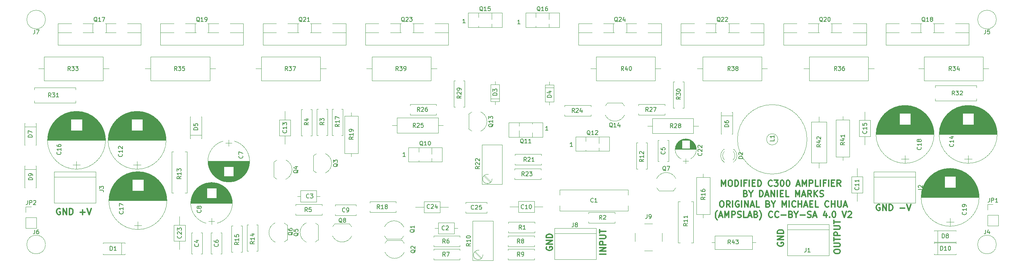
<source format=gbr>
G04 #@! TF.FileFunction,Legend,Top*
%FSLAX46Y46*%
G04 Gerber Fmt 4.6, Leading zero omitted, Abs format (unit mm)*
G04 Created by KiCad (PCBNEW 4.0.7) date 10/14/20 09:49:14*
%MOMM*%
%LPD*%
G01*
G04 APERTURE LIST*
%ADD10C,0.100000*%
%ADD11C,0.300000*%
%ADD12C,0.150000*%
%ADD13C,0.120000*%
G04 APERTURE END LIST*
D10*
D11*
X154550000Y-102592857D02*
X154478571Y-102735714D01*
X154478571Y-102950000D01*
X154550000Y-103164285D01*
X154692857Y-103307143D01*
X154835714Y-103378571D01*
X155121429Y-103450000D01*
X155335714Y-103450000D01*
X155621429Y-103378571D01*
X155764286Y-103307143D01*
X155907143Y-103164285D01*
X155978571Y-102950000D01*
X155978571Y-102807143D01*
X155907143Y-102592857D01*
X155835714Y-102521428D01*
X155335714Y-102521428D01*
X155335714Y-102807143D01*
X155978571Y-101878571D02*
X154478571Y-101878571D01*
X155978571Y-101021428D01*
X154478571Y-101021428D01*
X155978571Y-100307142D02*
X154478571Y-100307142D01*
X154478571Y-99949999D01*
X154550000Y-99735714D01*
X154692857Y-99592856D01*
X154835714Y-99521428D01*
X155121429Y-99449999D01*
X155335714Y-99449999D01*
X155621429Y-99521428D01*
X155764286Y-99592856D01*
X155907143Y-99735714D01*
X155978571Y-99949999D01*
X155978571Y-100307142D01*
X169003571Y-104342857D02*
X167503571Y-104342857D01*
X169003571Y-103628571D02*
X167503571Y-103628571D01*
X169003571Y-102771428D01*
X167503571Y-102771428D01*
X169003571Y-102057142D02*
X167503571Y-102057142D01*
X167503571Y-101485714D01*
X167575000Y-101342856D01*
X167646429Y-101271428D01*
X167789286Y-101199999D01*
X168003571Y-101199999D01*
X168146429Y-101271428D01*
X168217857Y-101342856D01*
X168289286Y-101485714D01*
X168289286Y-102057142D01*
X167503571Y-100557142D02*
X168717857Y-100557142D01*
X168860714Y-100485714D01*
X168932143Y-100414285D01*
X169003571Y-100271428D01*
X169003571Y-99985714D01*
X168932143Y-99842856D01*
X168860714Y-99771428D01*
X168717857Y-99699999D01*
X167503571Y-99699999D01*
X167503571Y-99199999D02*
X167503571Y-98342856D01*
X169003571Y-98771427D02*
X167503571Y-98771427D01*
X197228572Y-87753571D02*
X197228572Y-86253571D01*
X197728572Y-87325000D01*
X198228572Y-86253571D01*
X198228572Y-87753571D01*
X199228572Y-86253571D02*
X199514286Y-86253571D01*
X199657144Y-86325000D01*
X199800001Y-86467857D01*
X199871429Y-86753571D01*
X199871429Y-87253571D01*
X199800001Y-87539286D01*
X199657144Y-87682143D01*
X199514286Y-87753571D01*
X199228572Y-87753571D01*
X199085715Y-87682143D01*
X198942858Y-87539286D01*
X198871429Y-87253571D01*
X198871429Y-86753571D01*
X198942858Y-86467857D01*
X199085715Y-86325000D01*
X199228572Y-86253571D01*
X200514287Y-87753571D02*
X200514287Y-86253571D01*
X200871430Y-86253571D01*
X201085715Y-86325000D01*
X201228573Y-86467857D01*
X201300001Y-86610714D01*
X201371430Y-86896429D01*
X201371430Y-87110714D01*
X201300001Y-87396429D01*
X201228573Y-87539286D01*
X201085715Y-87682143D01*
X200871430Y-87753571D01*
X200514287Y-87753571D01*
X202014287Y-87753571D02*
X202014287Y-86253571D01*
X203228573Y-86967857D02*
X202728573Y-86967857D01*
X202728573Y-87753571D02*
X202728573Y-86253571D01*
X203442859Y-86253571D01*
X204014287Y-87753571D02*
X204014287Y-86253571D01*
X204728573Y-86967857D02*
X205228573Y-86967857D01*
X205442859Y-87753571D02*
X204728573Y-87753571D01*
X204728573Y-86253571D01*
X205442859Y-86253571D01*
X206085716Y-87753571D02*
X206085716Y-86253571D01*
X206442859Y-86253571D01*
X206657144Y-86325000D01*
X206800002Y-86467857D01*
X206871430Y-86610714D01*
X206942859Y-86896429D01*
X206942859Y-87110714D01*
X206871430Y-87396429D01*
X206800002Y-87539286D01*
X206657144Y-87682143D01*
X206442859Y-87753571D01*
X206085716Y-87753571D01*
X209585716Y-87610714D02*
X209514287Y-87682143D01*
X209300001Y-87753571D01*
X209157144Y-87753571D01*
X208942859Y-87682143D01*
X208800001Y-87539286D01*
X208728573Y-87396429D01*
X208657144Y-87110714D01*
X208657144Y-86896429D01*
X208728573Y-86610714D01*
X208800001Y-86467857D01*
X208942859Y-86325000D01*
X209157144Y-86253571D01*
X209300001Y-86253571D01*
X209514287Y-86325000D01*
X209585716Y-86396429D01*
X210085716Y-86253571D02*
X211014287Y-86253571D01*
X210514287Y-86825000D01*
X210728573Y-86825000D01*
X210871430Y-86896429D01*
X210942859Y-86967857D01*
X211014287Y-87110714D01*
X211014287Y-87467857D01*
X210942859Y-87610714D01*
X210871430Y-87682143D01*
X210728573Y-87753571D01*
X210300001Y-87753571D01*
X210157144Y-87682143D01*
X210085716Y-87610714D01*
X211942858Y-86253571D02*
X212085715Y-86253571D01*
X212228572Y-86325000D01*
X212300001Y-86396429D01*
X212371430Y-86539286D01*
X212442858Y-86825000D01*
X212442858Y-87182143D01*
X212371430Y-87467857D01*
X212300001Y-87610714D01*
X212228572Y-87682143D01*
X212085715Y-87753571D01*
X211942858Y-87753571D01*
X211800001Y-87682143D01*
X211728572Y-87610714D01*
X211657144Y-87467857D01*
X211585715Y-87182143D01*
X211585715Y-86825000D01*
X211657144Y-86539286D01*
X211728572Y-86396429D01*
X211800001Y-86325000D01*
X211942858Y-86253571D01*
X213371429Y-86253571D02*
X213514286Y-86253571D01*
X213657143Y-86325000D01*
X213728572Y-86396429D01*
X213800001Y-86539286D01*
X213871429Y-86825000D01*
X213871429Y-87182143D01*
X213800001Y-87467857D01*
X213728572Y-87610714D01*
X213657143Y-87682143D01*
X213514286Y-87753571D01*
X213371429Y-87753571D01*
X213228572Y-87682143D01*
X213157143Y-87610714D01*
X213085715Y-87467857D01*
X213014286Y-87182143D01*
X213014286Y-86825000D01*
X213085715Y-86539286D01*
X213157143Y-86396429D01*
X213228572Y-86325000D01*
X213371429Y-86253571D01*
X215585714Y-87325000D02*
X216300000Y-87325000D01*
X215442857Y-87753571D02*
X215942857Y-86253571D01*
X216442857Y-87753571D01*
X216942857Y-87753571D02*
X216942857Y-86253571D01*
X217442857Y-87325000D01*
X217942857Y-86253571D01*
X217942857Y-87753571D01*
X218657143Y-87753571D02*
X218657143Y-86253571D01*
X219228571Y-86253571D01*
X219371429Y-86325000D01*
X219442857Y-86396429D01*
X219514286Y-86539286D01*
X219514286Y-86753571D01*
X219442857Y-86896429D01*
X219371429Y-86967857D01*
X219228571Y-87039286D01*
X218657143Y-87039286D01*
X220871429Y-87753571D02*
X220157143Y-87753571D01*
X220157143Y-86253571D01*
X221371429Y-87753571D02*
X221371429Y-86253571D01*
X222585715Y-86967857D02*
X222085715Y-86967857D01*
X222085715Y-87753571D02*
X222085715Y-86253571D01*
X222800001Y-86253571D01*
X223371429Y-87753571D02*
X223371429Y-86253571D01*
X224085715Y-86967857D02*
X224585715Y-86967857D01*
X224800001Y-87753571D02*
X224085715Y-87753571D01*
X224085715Y-86253571D01*
X224800001Y-86253571D01*
X226300001Y-87753571D02*
X225800001Y-87039286D01*
X225442858Y-87753571D02*
X225442858Y-86253571D01*
X226014286Y-86253571D01*
X226157144Y-86325000D01*
X226228572Y-86396429D01*
X226300001Y-86539286D01*
X226300001Y-86753571D01*
X226228572Y-86896429D01*
X226157144Y-86967857D01*
X226014286Y-87039286D01*
X225442858Y-87039286D01*
X203085715Y-89517857D02*
X203300001Y-89589286D01*
X203371429Y-89660714D01*
X203442858Y-89803571D01*
X203442858Y-90017857D01*
X203371429Y-90160714D01*
X203300001Y-90232143D01*
X203157143Y-90303571D01*
X202585715Y-90303571D01*
X202585715Y-88803571D01*
X203085715Y-88803571D01*
X203228572Y-88875000D01*
X203300001Y-88946429D01*
X203371429Y-89089286D01*
X203371429Y-89232143D01*
X203300001Y-89375000D01*
X203228572Y-89446429D01*
X203085715Y-89517857D01*
X202585715Y-89517857D01*
X204371429Y-89589286D02*
X204371429Y-90303571D01*
X203871429Y-88803571D02*
X204371429Y-89589286D01*
X204871429Y-88803571D01*
X206514286Y-90303571D02*
X206514286Y-88803571D01*
X206871429Y-88803571D01*
X207085714Y-88875000D01*
X207228572Y-89017857D01*
X207300000Y-89160714D01*
X207371429Y-89446429D01*
X207371429Y-89660714D01*
X207300000Y-89946429D01*
X207228572Y-90089286D01*
X207085714Y-90232143D01*
X206871429Y-90303571D01*
X206514286Y-90303571D01*
X207942857Y-89875000D02*
X208657143Y-89875000D01*
X207800000Y-90303571D02*
X208300000Y-88803571D01*
X208800000Y-90303571D01*
X209300000Y-90303571D02*
X209300000Y-88803571D01*
X210157143Y-90303571D01*
X210157143Y-88803571D01*
X210871429Y-90303571D02*
X210871429Y-88803571D01*
X211585715Y-89517857D02*
X212085715Y-89517857D01*
X212300001Y-90303571D02*
X211585715Y-90303571D01*
X211585715Y-88803571D01*
X212300001Y-88803571D01*
X213657144Y-90303571D02*
X212942858Y-90303571D01*
X212942858Y-88803571D01*
X215300001Y-90303571D02*
X215300001Y-88803571D01*
X215800001Y-89875000D01*
X216300001Y-88803571D01*
X216300001Y-90303571D01*
X216942858Y-89875000D02*
X217657144Y-89875000D01*
X216800001Y-90303571D02*
X217300001Y-88803571D01*
X217800001Y-90303571D01*
X219157144Y-90303571D02*
X218657144Y-89589286D01*
X218300001Y-90303571D02*
X218300001Y-88803571D01*
X218871429Y-88803571D01*
X219014287Y-88875000D01*
X219085715Y-88946429D01*
X219157144Y-89089286D01*
X219157144Y-89303571D01*
X219085715Y-89446429D01*
X219014287Y-89517857D01*
X218871429Y-89589286D01*
X218300001Y-89589286D01*
X219800001Y-90303571D02*
X219800001Y-88803571D01*
X220657144Y-90303571D02*
X220014287Y-89446429D01*
X220657144Y-88803571D02*
X219800001Y-89660714D01*
X221228572Y-90232143D02*
X221442858Y-90303571D01*
X221800001Y-90303571D01*
X221942858Y-90232143D01*
X222014287Y-90160714D01*
X222085715Y-90017857D01*
X222085715Y-89875000D01*
X222014287Y-89732143D01*
X221942858Y-89660714D01*
X221800001Y-89589286D01*
X221514287Y-89517857D01*
X221371429Y-89446429D01*
X221300001Y-89375000D01*
X221228572Y-89232143D01*
X221228572Y-89089286D01*
X221300001Y-88946429D01*
X221371429Y-88875000D01*
X221514287Y-88803571D01*
X221871429Y-88803571D01*
X222085715Y-88875000D01*
X197157142Y-91353571D02*
X197442856Y-91353571D01*
X197585714Y-91425000D01*
X197728571Y-91567857D01*
X197799999Y-91853571D01*
X197799999Y-92353571D01*
X197728571Y-92639286D01*
X197585714Y-92782143D01*
X197442856Y-92853571D01*
X197157142Y-92853571D01*
X197014285Y-92782143D01*
X196871428Y-92639286D01*
X196799999Y-92353571D01*
X196799999Y-91853571D01*
X196871428Y-91567857D01*
X197014285Y-91425000D01*
X197157142Y-91353571D01*
X199300000Y-92853571D02*
X198800000Y-92139286D01*
X198442857Y-92853571D02*
X198442857Y-91353571D01*
X199014285Y-91353571D01*
X199157143Y-91425000D01*
X199228571Y-91496429D01*
X199300000Y-91639286D01*
X199300000Y-91853571D01*
X199228571Y-91996429D01*
X199157143Y-92067857D01*
X199014285Y-92139286D01*
X198442857Y-92139286D01*
X199942857Y-92853571D02*
X199942857Y-91353571D01*
X201442857Y-91425000D02*
X201300000Y-91353571D01*
X201085714Y-91353571D01*
X200871429Y-91425000D01*
X200728571Y-91567857D01*
X200657143Y-91710714D01*
X200585714Y-91996429D01*
X200585714Y-92210714D01*
X200657143Y-92496429D01*
X200728571Y-92639286D01*
X200871429Y-92782143D01*
X201085714Y-92853571D01*
X201228571Y-92853571D01*
X201442857Y-92782143D01*
X201514286Y-92710714D01*
X201514286Y-92210714D01*
X201228571Y-92210714D01*
X202157143Y-92853571D02*
X202157143Y-91353571D01*
X202871429Y-92853571D02*
X202871429Y-91353571D01*
X203728572Y-92853571D01*
X203728572Y-91353571D01*
X204371429Y-92425000D02*
X205085715Y-92425000D01*
X204228572Y-92853571D02*
X204728572Y-91353571D01*
X205228572Y-92853571D01*
X206442858Y-92853571D02*
X205728572Y-92853571D01*
X205728572Y-91353571D01*
X208585715Y-92067857D02*
X208800001Y-92139286D01*
X208871429Y-92210714D01*
X208942858Y-92353571D01*
X208942858Y-92567857D01*
X208871429Y-92710714D01*
X208800001Y-92782143D01*
X208657143Y-92853571D01*
X208085715Y-92853571D01*
X208085715Y-91353571D01*
X208585715Y-91353571D01*
X208728572Y-91425000D01*
X208800001Y-91496429D01*
X208871429Y-91639286D01*
X208871429Y-91782143D01*
X208800001Y-91925000D01*
X208728572Y-91996429D01*
X208585715Y-92067857D01*
X208085715Y-92067857D01*
X209871429Y-92139286D02*
X209871429Y-92853571D01*
X209371429Y-91353571D02*
X209871429Y-92139286D01*
X210371429Y-91353571D01*
X212014286Y-92853571D02*
X212014286Y-91353571D01*
X212514286Y-92425000D01*
X213014286Y-91353571D01*
X213014286Y-92853571D01*
X213728572Y-92853571D02*
X213728572Y-91353571D01*
X215300001Y-92710714D02*
X215228572Y-92782143D01*
X215014286Y-92853571D01*
X214871429Y-92853571D01*
X214657144Y-92782143D01*
X214514286Y-92639286D01*
X214442858Y-92496429D01*
X214371429Y-92210714D01*
X214371429Y-91996429D01*
X214442858Y-91710714D01*
X214514286Y-91567857D01*
X214657144Y-91425000D01*
X214871429Y-91353571D01*
X215014286Y-91353571D01*
X215228572Y-91425000D01*
X215300001Y-91496429D01*
X215942858Y-92853571D02*
X215942858Y-91353571D01*
X215942858Y-92067857D02*
X216800001Y-92067857D01*
X216800001Y-92853571D02*
X216800001Y-91353571D01*
X217442858Y-92425000D02*
X218157144Y-92425000D01*
X217300001Y-92853571D02*
X217800001Y-91353571D01*
X218300001Y-92853571D01*
X218800001Y-92067857D02*
X219300001Y-92067857D01*
X219514287Y-92853571D02*
X218800001Y-92853571D01*
X218800001Y-91353571D01*
X219514287Y-91353571D01*
X220871430Y-92853571D02*
X220157144Y-92853571D01*
X220157144Y-91353571D01*
X223371430Y-92710714D02*
X223300001Y-92782143D01*
X223085715Y-92853571D01*
X222942858Y-92853571D01*
X222728573Y-92782143D01*
X222585715Y-92639286D01*
X222514287Y-92496429D01*
X222442858Y-92210714D01*
X222442858Y-91996429D01*
X222514287Y-91710714D01*
X222585715Y-91567857D01*
X222728573Y-91425000D01*
X222942858Y-91353571D01*
X223085715Y-91353571D01*
X223300001Y-91425000D01*
X223371430Y-91496429D01*
X224014287Y-92853571D02*
X224014287Y-91353571D01*
X224014287Y-92067857D02*
X224871430Y-92067857D01*
X224871430Y-92853571D02*
X224871430Y-91353571D01*
X225585716Y-91353571D02*
X225585716Y-92567857D01*
X225657144Y-92710714D01*
X225728573Y-92782143D01*
X225871430Y-92853571D01*
X226157144Y-92853571D01*
X226300002Y-92782143D01*
X226371430Y-92710714D01*
X226442859Y-92567857D01*
X226442859Y-91353571D01*
X227085716Y-92425000D02*
X227800002Y-92425000D01*
X226942859Y-92853571D02*
X227442859Y-91353571D01*
X227942859Y-92853571D01*
X196157144Y-95975000D02*
X196085716Y-95903571D01*
X195942859Y-95689286D01*
X195871430Y-95546429D01*
X195800001Y-95332143D01*
X195728573Y-94975000D01*
X195728573Y-94689286D01*
X195800001Y-94332143D01*
X195871430Y-94117857D01*
X195942859Y-93975000D01*
X196085716Y-93760714D01*
X196157144Y-93689286D01*
X196657144Y-94975000D02*
X197371430Y-94975000D01*
X196514287Y-95403571D02*
X197014287Y-93903571D01*
X197514287Y-95403571D01*
X198014287Y-95403571D02*
X198014287Y-93903571D01*
X198514287Y-94975000D01*
X199014287Y-93903571D01*
X199014287Y-95403571D01*
X199728573Y-95403571D02*
X199728573Y-93903571D01*
X200300001Y-93903571D01*
X200442859Y-93975000D01*
X200514287Y-94046429D01*
X200585716Y-94189286D01*
X200585716Y-94403571D01*
X200514287Y-94546429D01*
X200442859Y-94617857D01*
X200300001Y-94689286D01*
X199728573Y-94689286D01*
X201157144Y-95332143D02*
X201371430Y-95403571D01*
X201728573Y-95403571D01*
X201871430Y-95332143D01*
X201942859Y-95260714D01*
X202014287Y-95117857D01*
X202014287Y-94975000D01*
X201942859Y-94832143D01*
X201871430Y-94760714D01*
X201728573Y-94689286D01*
X201442859Y-94617857D01*
X201300001Y-94546429D01*
X201228573Y-94475000D01*
X201157144Y-94332143D01*
X201157144Y-94189286D01*
X201228573Y-94046429D01*
X201300001Y-93975000D01*
X201442859Y-93903571D01*
X201800001Y-93903571D01*
X202014287Y-93975000D01*
X203371430Y-95403571D02*
X202657144Y-95403571D01*
X202657144Y-93903571D01*
X203800001Y-94975000D02*
X204514287Y-94975000D01*
X203657144Y-95403571D02*
X204157144Y-93903571D01*
X204657144Y-95403571D01*
X205657144Y-94617857D02*
X205871430Y-94689286D01*
X205942858Y-94760714D01*
X206014287Y-94903571D01*
X206014287Y-95117857D01*
X205942858Y-95260714D01*
X205871430Y-95332143D01*
X205728572Y-95403571D01*
X205157144Y-95403571D01*
X205157144Y-93903571D01*
X205657144Y-93903571D01*
X205800001Y-93975000D01*
X205871430Y-94046429D01*
X205942858Y-94189286D01*
X205942858Y-94332143D01*
X205871430Y-94475000D01*
X205800001Y-94546429D01*
X205657144Y-94617857D01*
X205157144Y-94617857D01*
X206514287Y-95975000D02*
X206585715Y-95903571D01*
X206728572Y-95689286D01*
X206800001Y-95546429D01*
X206871430Y-95332143D01*
X206942858Y-94975000D01*
X206942858Y-94689286D01*
X206871430Y-94332143D01*
X206800001Y-94117857D01*
X206728572Y-93975000D01*
X206585715Y-93760714D01*
X206514287Y-93689286D01*
X209657144Y-95260714D02*
X209585715Y-95332143D01*
X209371429Y-95403571D01*
X209228572Y-95403571D01*
X209014287Y-95332143D01*
X208871429Y-95189286D01*
X208800001Y-95046429D01*
X208728572Y-94760714D01*
X208728572Y-94546429D01*
X208800001Y-94260714D01*
X208871429Y-94117857D01*
X209014287Y-93975000D01*
X209228572Y-93903571D01*
X209371429Y-93903571D01*
X209585715Y-93975000D01*
X209657144Y-94046429D01*
X211157144Y-95260714D02*
X211085715Y-95332143D01*
X210871429Y-95403571D01*
X210728572Y-95403571D01*
X210514287Y-95332143D01*
X210371429Y-95189286D01*
X210300001Y-95046429D01*
X210228572Y-94760714D01*
X210228572Y-94546429D01*
X210300001Y-94260714D01*
X210371429Y-94117857D01*
X210514287Y-93975000D01*
X210728572Y-93903571D01*
X210871429Y-93903571D01*
X211085715Y-93975000D01*
X211157144Y-94046429D01*
X211800001Y-94832143D02*
X212942858Y-94832143D01*
X214157144Y-94617857D02*
X214371430Y-94689286D01*
X214442858Y-94760714D01*
X214514287Y-94903571D01*
X214514287Y-95117857D01*
X214442858Y-95260714D01*
X214371430Y-95332143D01*
X214228572Y-95403571D01*
X213657144Y-95403571D01*
X213657144Y-93903571D01*
X214157144Y-93903571D01*
X214300001Y-93975000D01*
X214371430Y-94046429D01*
X214442858Y-94189286D01*
X214442858Y-94332143D01*
X214371430Y-94475000D01*
X214300001Y-94546429D01*
X214157144Y-94617857D01*
X213657144Y-94617857D01*
X215442858Y-94689286D02*
X215442858Y-95403571D01*
X214942858Y-93903571D02*
X215442858Y-94689286D01*
X215942858Y-93903571D01*
X216442858Y-94832143D02*
X217585715Y-94832143D01*
X218228572Y-95332143D02*
X218442858Y-95403571D01*
X218800001Y-95403571D01*
X218942858Y-95332143D01*
X219014287Y-95260714D01*
X219085715Y-95117857D01*
X219085715Y-94975000D01*
X219014287Y-94832143D01*
X218942858Y-94760714D01*
X218800001Y-94689286D01*
X218514287Y-94617857D01*
X218371429Y-94546429D01*
X218300001Y-94475000D01*
X218228572Y-94332143D01*
X218228572Y-94189286D01*
X218300001Y-94046429D01*
X218371429Y-93975000D01*
X218514287Y-93903571D01*
X218871429Y-93903571D01*
X219085715Y-93975000D01*
X219657143Y-94975000D02*
X220371429Y-94975000D01*
X219514286Y-95403571D02*
X220014286Y-93903571D01*
X220514286Y-95403571D01*
X222800000Y-94403571D02*
X222800000Y-95403571D01*
X222442857Y-93832143D02*
X222085714Y-94903571D01*
X223014286Y-94903571D01*
X223585714Y-95260714D02*
X223657142Y-95332143D01*
X223585714Y-95403571D01*
X223514285Y-95332143D01*
X223585714Y-95260714D01*
X223585714Y-95403571D01*
X224585714Y-93903571D02*
X224728571Y-93903571D01*
X224871428Y-93975000D01*
X224942857Y-94046429D01*
X225014286Y-94189286D01*
X225085714Y-94475000D01*
X225085714Y-94832143D01*
X225014286Y-95117857D01*
X224942857Y-95260714D01*
X224871428Y-95332143D01*
X224728571Y-95403571D01*
X224585714Y-95403571D01*
X224442857Y-95332143D01*
X224371428Y-95260714D01*
X224300000Y-95117857D01*
X224228571Y-94832143D01*
X224228571Y-94475000D01*
X224300000Y-94189286D01*
X224371428Y-94046429D01*
X224442857Y-93975000D01*
X224585714Y-93903571D01*
X226657142Y-93903571D02*
X227157142Y-95403571D01*
X227657142Y-93903571D01*
X228085713Y-94046429D02*
X228157142Y-93975000D01*
X228299999Y-93903571D01*
X228657142Y-93903571D01*
X228799999Y-93975000D01*
X228871428Y-94046429D01*
X228942856Y-94189286D01*
X228942856Y-94332143D01*
X228871428Y-94546429D01*
X228014285Y-95403571D01*
X228942856Y-95403571D01*
D12*
X120085715Y-80452381D02*
X119514286Y-80452381D01*
X119800000Y-80452381D02*
X119800000Y-79452381D01*
X119704762Y-79595238D01*
X119609524Y-79690476D01*
X119514286Y-79738095D01*
X148085715Y-48052381D02*
X147514286Y-48052381D01*
X147800000Y-48052381D02*
X147800000Y-47052381D01*
X147704762Y-47195238D01*
X147609524Y-47290476D01*
X147514286Y-47338095D01*
X134685715Y-47852381D02*
X134114286Y-47852381D01*
X134400000Y-47852381D02*
X134400000Y-46852381D01*
X134304762Y-46995238D01*
X134209524Y-47090476D01*
X134114286Y-47138095D01*
X160885715Y-78052381D02*
X160314286Y-78052381D01*
X160600000Y-78052381D02*
X160600000Y-77052381D01*
X160504762Y-77195238D01*
X160409524Y-77290476D01*
X160314286Y-77338095D01*
X154885715Y-74052381D02*
X154314286Y-74052381D01*
X154600000Y-74052381D02*
X154600000Y-73052381D01*
X154504762Y-73195238D01*
X154409524Y-73290476D01*
X154314286Y-73338095D01*
D11*
X235857143Y-92250000D02*
X235714286Y-92178571D01*
X235500000Y-92178571D01*
X235285715Y-92250000D01*
X235142857Y-92392857D01*
X235071429Y-92535714D01*
X235000000Y-92821429D01*
X235000000Y-93035714D01*
X235071429Y-93321429D01*
X235142857Y-93464286D01*
X235285715Y-93607143D01*
X235500000Y-93678571D01*
X235642857Y-93678571D01*
X235857143Y-93607143D01*
X235928572Y-93535714D01*
X235928572Y-93035714D01*
X235642857Y-93035714D01*
X236571429Y-93678571D02*
X236571429Y-92178571D01*
X237428572Y-93678571D01*
X237428572Y-92178571D01*
X238142858Y-93678571D02*
X238142858Y-92178571D01*
X238500001Y-92178571D01*
X238714286Y-92250000D01*
X238857144Y-92392857D01*
X238928572Y-92535714D01*
X239000001Y-92821429D01*
X239000001Y-93035714D01*
X238928572Y-93321429D01*
X238857144Y-93464286D01*
X238714286Y-93607143D01*
X238500001Y-93678571D01*
X238142858Y-93678571D01*
X35857143Y-93250000D02*
X35714286Y-93178571D01*
X35500000Y-93178571D01*
X35285715Y-93250000D01*
X35142857Y-93392857D01*
X35071429Y-93535714D01*
X35000000Y-93821429D01*
X35000000Y-94035714D01*
X35071429Y-94321429D01*
X35142857Y-94464286D01*
X35285715Y-94607143D01*
X35500000Y-94678571D01*
X35642857Y-94678571D01*
X35857143Y-94607143D01*
X35928572Y-94535714D01*
X35928572Y-94035714D01*
X35642857Y-94035714D01*
X36571429Y-94678571D02*
X36571429Y-93178571D01*
X37428572Y-94678571D01*
X37428572Y-93178571D01*
X38142858Y-94678571D02*
X38142858Y-93178571D01*
X38500001Y-93178571D01*
X38714286Y-93250000D01*
X38857144Y-93392857D01*
X38928572Y-93535714D01*
X39000001Y-93821429D01*
X39000001Y-94035714D01*
X38928572Y-94321429D01*
X38857144Y-94464286D01*
X38714286Y-94607143D01*
X38500001Y-94678571D01*
X38142858Y-94678571D01*
X240785715Y-93107143D02*
X241928572Y-93107143D01*
X242428572Y-92178571D02*
X242928572Y-93678571D01*
X243428572Y-92178571D01*
X40785715Y-94107143D02*
X41928572Y-94107143D01*
X41357143Y-94678571D02*
X41357143Y-93535714D01*
X42428572Y-93178571D02*
X42928572Y-94678571D01*
X43428572Y-93178571D01*
X210950000Y-101542857D02*
X210878571Y-101685714D01*
X210878571Y-101900000D01*
X210950000Y-102114285D01*
X211092857Y-102257143D01*
X211235714Y-102328571D01*
X211521429Y-102400000D01*
X211735714Y-102400000D01*
X212021429Y-102328571D01*
X212164286Y-102257143D01*
X212307143Y-102114285D01*
X212378571Y-101900000D01*
X212378571Y-101757143D01*
X212307143Y-101542857D01*
X212235714Y-101471428D01*
X211735714Y-101471428D01*
X211735714Y-101757143D01*
X212378571Y-100828571D02*
X210878571Y-100828571D01*
X212378571Y-99971428D01*
X210878571Y-99971428D01*
X212378571Y-99257142D02*
X210878571Y-99257142D01*
X210878571Y-98899999D01*
X210950000Y-98685714D01*
X211092857Y-98542856D01*
X211235714Y-98471428D01*
X211521429Y-98399999D01*
X211735714Y-98399999D01*
X212021429Y-98471428D01*
X212164286Y-98542856D01*
X212307143Y-98685714D01*
X212378571Y-98899999D01*
X212378571Y-99257142D01*
X224678571Y-103807143D02*
X224678571Y-103521429D01*
X224750000Y-103378571D01*
X224892857Y-103235714D01*
X225178571Y-103164286D01*
X225678571Y-103164286D01*
X225964286Y-103235714D01*
X226107143Y-103378571D01*
X226178571Y-103521429D01*
X226178571Y-103807143D01*
X226107143Y-103950000D01*
X225964286Y-104092857D01*
X225678571Y-104164286D01*
X225178571Y-104164286D01*
X224892857Y-104092857D01*
X224750000Y-103950000D01*
X224678571Y-103807143D01*
X224678571Y-102521428D02*
X225892857Y-102521428D01*
X226035714Y-102450000D01*
X226107143Y-102378571D01*
X226178571Y-102235714D01*
X226178571Y-101950000D01*
X226107143Y-101807142D01*
X226035714Y-101735714D01*
X225892857Y-101664285D01*
X224678571Y-101664285D01*
X224678571Y-101164285D02*
X224678571Y-100307142D01*
X226178571Y-100735713D02*
X224678571Y-100735713D01*
X226178571Y-99807142D02*
X224678571Y-99807142D01*
X224678571Y-99235714D01*
X224750000Y-99092856D01*
X224821429Y-99021428D01*
X224964286Y-98949999D01*
X225178571Y-98949999D01*
X225321429Y-99021428D01*
X225392857Y-99092856D01*
X225464286Y-99235714D01*
X225464286Y-99807142D01*
X224678571Y-98307142D02*
X225892857Y-98307142D01*
X226035714Y-98235714D01*
X226107143Y-98164285D01*
X226178571Y-98021428D01*
X226178571Y-97735714D01*
X226107143Y-97592856D01*
X226035714Y-97521428D01*
X225892857Y-97449999D01*
X224678571Y-97449999D01*
X224678571Y-96949999D02*
X224678571Y-96092856D01*
X226178571Y-96521427D02*
X224678571Y-96521427D01*
D13*
X105250000Y-79710000D02*
X108570000Y-79710000D01*
X108570000Y-79710000D02*
X108570000Y-70590000D01*
X108570000Y-70590000D02*
X105250000Y-70590000D01*
X105250000Y-70590000D02*
X105250000Y-79710000D01*
X106910000Y-80520000D02*
X106910000Y-79710000D01*
X106910000Y-69780000D02*
X106910000Y-70590000D01*
X199780000Y-69650000D02*
X199910000Y-69650000D01*
X199910000Y-69650000D02*
X199910000Y-74970000D01*
X199910000Y-74970000D02*
X199780000Y-74970000D01*
X197220000Y-69650000D02*
X197090000Y-69650000D01*
X197090000Y-69650000D02*
X197090000Y-74970000D01*
X197090000Y-74970000D02*
X197220000Y-74970000D01*
X199910000Y-70490000D02*
X197090000Y-70490000D01*
X61715000Y-76500000D02*
G75*
G03X61715000Y-76500000I-7090000J0D01*
G01*
X47575000Y-76500000D02*
X61675000Y-76500000D01*
X47575000Y-76460000D02*
X61675000Y-76460000D01*
X47575000Y-76420000D02*
X61675000Y-76420000D01*
X47576000Y-76380000D02*
X61674000Y-76380000D01*
X47576000Y-76340000D02*
X61674000Y-76340000D01*
X47577000Y-76300000D02*
X61673000Y-76300000D01*
X47579000Y-76260000D02*
X61671000Y-76260000D01*
X47580000Y-76220000D02*
X61670000Y-76220000D01*
X47582000Y-76180000D02*
X61668000Y-76180000D01*
X47584000Y-76140000D02*
X61666000Y-76140000D01*
X47586000Y-76100000D02*
X61664000Y-76100000D01*
X47588000Y-76060000D02*
X61662000Y-76060000D01*
X47591000Y-76020000D02*
X61659000Y-76020000D01*
X47594000Y-75980000D02*
X61656000Y-75980000D01*
X47597000Y-75940000D02*
X61653000Y-75940000D01*
X47600000Y-75900000D02*
X61650000Y-75900000D01*
X47603000Y-75860000D02*
X61647000Y-75860000D01*
X47607000Y-75820000D02*
X61643000Y-75820000D01*
X47611000Y-75779000D02*
X61639000Y-75779000D01*
X47615000Y-75739000D02*
X61635000Y-75739000D01*
X47620000Y-75699000D02*
X61630000Y-75699000D01*
X47624000Y-75659000D02*
X61626000Y-75659000D01*
X47629000Y-75619000D02*
X61621000Y-75619000D01*
X47634000Y-75579000D02*
X61616000Y-75579000D01*
X47640000Y-75539000D02*
X61610000Y-75539000D01*
X47645000Y-75499000D02*
X61605000Y-75499000D01*
X47651000Y-75459000D02*
X61599000Y-75459000D01*
X47657000Y-75419000D02*
X61593000Y-75419000D01*
X47664000Y-75379000D02*
X61586000Y-75379000D01*
X47670000Y-75339000D02*
X61580000Y-75339000D01*
X47677000Y-75299000D02*
X61573000Y-75299000D01*
X47684000Y-75259000D02*
X61566000Y-75259000D01*
X47691000Y-75219000D02*
X61559000Y-75219000D01*
X47698000Y-75179000D02*
X61552000Y-75179000D01*
X47706000Y-75139000D02*
X61544000Y-75139000D01*
X47714000Y-75099000D02*
X61536000Y-75099000D01*
X47722000Y-75059000D02*
X61528000Y-75059000D01*
X47731000Y-75019000D02*
X61519000Y-75019000D01*
X47739000Y-74979000D02*
X61511000Y-74979000D01*
X47748000Y-74939000D02*
X61502000Y-74939000D01*
X47757000Y-74899000D02*
X61493000Y-74899000D01*
X47767000Y-74859000D02*
X61483000Y-74859000D01*
X47776000Y-74819000D02*
X61474000Y-74819000D01*
X47786000Y-74779000D02*
X61464000Y-74779000D01*
X47796000Y-74739000D02*
X61454000Y-74739000D01*
X47807000Y-74699000D02*
X61443000Y-74699000D01*
X47817000Y-74659000D02*
X61433000Y-74659000D01*
X47828000Y-74619000D02*
X61422000Y-74619000D01*
X47839000Y-74579000D02*
X61411000Y-74579000D01*
X47851000Y-74539000D02*
X61399000Y-74539000D01*
X47862000Y-74499000D02*
X61388000Y-74499000D01*
X47874000Y-74459000D02*
X61376000Y-74459000D01*
X47886000Y-74419000D02*
X61364000Y-74419000D01*
X47899000Y-74379000D02*
X61351000Y-74379000D01*
X47912000Y-74339000D02*
X61338000Y-74339000D01*
X47924000Y-74299000D02*
X61326000Y-74299000D01*
X47938000Y-74259000D02*
X61312000Y-74259000D01*
X47951000Y-74219000D02*
X61299000Y-74219000D01*
X47965000Y-74179000D02*
X61285000Y-74179000D01*
X47979000Y-74139000D02*
X61271000Y-74139000D01*
X47993000Y-74099000D02*
X53245000Y-74099000D01*
X56005000Y-74099000D02*
X61257000Y-74099000D01*
X48008000Y-74059000D02*
X53245000Y-74059000D01*
X56005000Y-74059000D02*
X61242000Y-74059000D01*
X48022000Y-74019000D02*
X53245000Y-74019000D01*
X56005000Y-74019000D02*
X61228000Y-74019000D01*
X48037000Y-73979000D02*
X53245000Y-73979000D01*
X56005000Y-73979000D02*
X61213000Y-73979000D01*
X48053000Y-73939000D02*
X53245000Y-73939000D01*
X56005000Y-73939000D02*
X61197000Y-73939000D01*
X48068000Y-73899000D02*
X53245000Y-73899000D01*
X56005000Y-73899000D02*
X61182000Y-73899000D01*
X48084000Y-73859000D02*
X53245000Y-73859000D01*
X56005000Y-73859000D02*
X61166000Y-73859000D01*
X48101000Y-73819000D02*
X53245000Y-73819000D01*
X56005000Y-73819000D02*
X61149000Y-73819000D01*
X48117000Y-73779000D02*
X53245000Y-73779000D01*
X56005000Y-73779000D02*
X61133000Y-73779000D01*
X48134000Y-73739000D02*
X53245000Y-73739000D01*
X56005000Y-73739000D02*
X61116000Y-73739000D01*
X48151000Y-73699000D02*
X53245000Y-73699000D01*
X56005000Y-73699000D02*
X61099000Y-73699000D01*
X48168000Y-73659000D02*
X53245000Y-73659000D01*
X56005000Y-73659000D02*
X61082000Y-73659000D01*
X48186000Y-73619000D02*
X53245000Y-73619000D01*
X56005000Y-73619000D02*
X61064000Y-73619000D01*
X48204000Y-73579000D02*
X53245000Y-73579000D01*
X56005000Y-73579000D02*
X61046000Y-73579000D01*
X48222000Y-73539000D02*
X53245000Y-73539000D01*
X56005000Y-73539000D02*
X61028000Y-73539000D01*
X48240000Y-73499000D02*
X53245000Y-73499000D01*
X56005000Y-73499000D02*
X61010000Y-73499000D01*
X48259000Y-73459000D02*
X53245000Y-73459000D01*
X56005000Y-73459000D02*
X60991000Y-73459000D01*
X48278000Y-73419000D02*
X53245000Y-73419000D01*
X56005000Y-73419000D02*
X60972000Y-73419000D01*
X48298000Y-73379000D02*
X53245000Y-73379000D01*
X56005000Y-73379000D02*
X60952000Y-73379000D01*
X48318000Y-73339000D02*
X53245000Y-73339000D01*
X56005000Y-73339000D02*
X60932000Y-73339000D01*
X48338000Y-73299000D02*
X53245000Y-73299000D01*
X56005000Y-73299000D02*
X60912000Y-73299000D01*
X48358000Y-73259000D02*
X53245000Y-73259000D01*
X56005000Y-73259000D02*
X60892000Y-73259000D01*
X48379000Y-73219000D02*
X53245000Y-73219000D01*
X56005000Y-73219000D02*
X60871000Y-73219000D01*
X48400000Y-73179000D02*
X53245000Y-73179000D01*
X56005000Y-73179000D02*
X60850000Y-73179000D01*
X48421000Y-73139000D02*
X53245000Y-73139000D01*
X56005000Y-73139000D02*
X60829000Y-73139000D01*
X48443000Y-73099000D02*
X53245000Y-73099000D01*
X56005000Y-73099000D02*
X60807000Y-73099000D01*
X48465000Y-73059000D02*
X53245000Y-73059000D01*
X56005000Y-73059000D02*
X60785000Y-73059000D01*
X48487000Y-73019000D02*
X53245000Y-73019000D01*
X56005000Y-73019000D02*
X60763000Y-73019000D01*
X48510000Y-72979000D02*
X53245000Y-72979000D01*
X56005000Y-72979000D02*
X60740000Y-72979000D01*
X48533000Y-72939000D02*
X53245000Y-72939000D01*
X56005000Y-72939000D02*
X60717000Y-72939000D01*
X48556000Y-72899000D02*
X53245000Y-72899000D01*
X56005000Y-72899000D02*
X60694000Y-72899000D01*
X48580000Y-72859000D02*
X53245000Y-72859000D01*
X56005000Y-72859000D02*
X60670000Y-72859000D01*
X48604000Y-72819000D02*
X53245000Y-72819000D01*
X56005000Y-72819000D02*
X60646000Y-72819000D01*
X48629000Y-72779000D02*
X53245000Y-72779000D01*
X56005000Y-72779000D02*
X60621000Y-72779000D01*
X48654000Y-72739000D02*
X53245000Y-72739000D01*
X56005000Y-72739000D02*
X60596000Y-72739000D01*
X48679000Y-72699000D02*
X53245000Y-72699000D01*
X56005000Y-72699000D02*
X60571000Y-72699000D01*
X48704000Y-72659000D02*
X53245000Y-72659000D01*
X56005000Y-72659000D02*
X60546000Y-72659000D01*
X48730000Y-72619000D02*
X53245000Y-72619000D01*
X56005000Y-72619000D02*
X60520000Y-72619000D01*
X48757000Y-72579000D02*
X53245000Y-72579000D01*
X56005000Y-72579000D02*
X60493000Y-72579000D01*
X48783000Y-72539000D02*
X53245000Y-72539000D01*
X56005000Y-72539000D02*
X60467000Y-72539000D01*
X48811000Y-72499000D02*
X53245000Y-72499000D01*
X56005000Y-72499000D02*
X60439000Y-72499000D01*
X48838000Y-72459000D02*
X53245000Y-72459000D01*
X56005000Y-72459000D02*
X60412000Y-72459000D01*
X48866000Y-72419000D02*
X53245000Y-72419000D01*
X56005000Y-72419000D02*
X60384000Y-72419000D01*
X48894000Y-72379000D02*
X53245000Y-72379000D01*
X56005000Y-72379000D02*
X60356000Y-72379000D01*
X48923000Y-72339000D02*
X53245000Y-72339000D01*
X56005000Y-72339000D02*
X60327000Y-72339000D01*
X48952000Y-72299000D02*
X53245000Y-72299000D01*
X56005000Y-72299000D02*
X60298000Y-72299000D01*
X48982000Y-72259000D02*
X53245000Y-72259000D01*
X56005000Y-72259000D02*
X60268000Y-72259000D01*
X49012000Y-72219000D02*
X53245000Y-72219000D01*
X56005000Y-72219000D02*
X60238000Y-72219000D01*
X49043000Y-72179000D02*
X53245000Y-72179000D01*
X56005000Y-72179000D02*
X60207000Y-72179000D01*
X49074000Y-72139000D02*
X53245000Y-72139000D01*
X56005000Y-72139000D02*
X60176000Y-72139000D01*
X49105000Y-72099000D02*
X53245000Y-72099000D01*
X56005000Y-72099000D02*
X60145000Y-72099000D01*
X49137000Y-72059000D02*
X53245000Y-72059000D01*
X56005000Y-72059000D02*
X60113000Y-72059000D01*
X49169000Y-72019000D02*
X53245000Y-72019000D01*
X56005000Y-72019000D02*
X60081000Y-72019000D01*
X49202000Y-71979000D02*
X53245000Y-71979000D01*
X56005000Y-71979000D02*
X60048000Y-71979000D01*
X49235000Y-71939000D02*
X53245000Y-71939000D01*
X56005000Y-71939000D02*
X60015000Y-71939000D01*
X49269000Y-71899000D02*
X53245000Y-71899000D01*
X56005000Y-71899000D02*
X59981000Y-71899000D01*
X49304000Y-71859000D02*
X53245000Y-71859000D01*
X56005000Y-71859000D02*
X59946000Y-71859000D01*
X49339000Y-71819000D02*
X53245000Y-71819000D01*
X56005000Y-71819000D02*
X59911000Y-71819000D01*
X49374000Y-71779000D02*
X53245000Y-71779000D01*
X56005000Y-71779000D02*
X59876000Y-71779000D01*
X49410000Y-71739000D02*
X53245000Y-71739000D01*
X56005000Y-71739000D02*
X59840000Y-71739000D01*
X49446000Y-71699000D02*
X53245000Y-71699000D01*
X56005000Y-71699000D02*
X59804000Y-71699000D01*
X49484000Y-71659000D02*
X53245000Y-71659000D01*
X56005000Y-71659000D02*
X59766000Y-71659000D01*
X49521000Y-71619000D02*
X53245000Y-71619000D01*
X56005000Y-71619000D02*
X59729000Y-71619000D01*
X49559000Y-71579000D02*
X53245000Y-71579000D01*
X56005000Y-71579000D02*
X59691000Y-71579000D01*
X49598000Y-71539000D02*
X53245000Y-71539000D01*
X56005000Y-71539000D02*
X59652000Y-71539000D01*
X49638000Y-71499000D02*
X53245000Y-71499000D01*
X56005000Y-71499000D02*
X59612000Y-71499000D01*
X49678000Y-71459000D02*
X53245000Y-71459000D01*
X56005000Y-71459000D02*
X59572000Y-71459000D01*
X49719000Y-71419000D02*
X53245000Y-71419000D01*
X56005000Y-71419000D02*
X59531000Y-71419000D01*
X49760000Y-71379000D02*
X53245000Y-71379000D01*
X56005000Y-71379000D02*
X59490000Y-71379000D01*
X49802000Y-71339000D02*
X59448000Y-71339000D01*
X49845000Y-71299000D02*
X59405000Y-71299000D01*
X49888000Y-71259000D02*
X59362000Y-71259000D01*
X49933000Y-71219000D02*
X59317000Y-71219000D01*
X49978000Y-71179000D02*
X59272000Y-71179000D01*
X50024000Y-71139000D02*
X59226000Y-71139000D01*
X50070000Y-71099000D02*
X59180000Y-71099000D01*
X50118000Y-71059000D02*
X59132000Y-71059000D01*
X50166000Y-71019000D02*
X59084000Y-71019000D01*
X50215000Y-70979000D02*
X59035000Y-70979000D01*
X50265000Y-70939000D02*
X58985000Y-70939000D01*
X50316000Y-70899000D02*
X58934000Y-70899000D01*
X50368000Y-70859000D02*
X58882000Y-70859000D01*
X50421000Y-70819000D02*
X58829000Y-70819000D01*
X50475000Y-70779000D02*
X58775000Y-70779000D01*
X50530000Y-70739000D02*
X58720000Y-70739000D01*
X50587000Y-70699000D02*
X58663000Y-70699000D01*
X50644000Y-70659000D02*
X58606000Y-70659000D01*
X50703000Y-70619000D02*
X58547000Y-70619000D01*
X50763000Y-70579000D02*
X58487000Y-70579000D01*
X50824000Y-70539000D02*
X58426000Y-70539000D01*
X50887000Y-70499000D02*
X58363000Y-70499000D01*
X50951000Y-70459000D02*
X58299000Y-70459000D01*
X51017000Y-70419000D02*
X58233000Y-70419000D01*
X51085000Y-70379000D02*
X58165000Y-70379000D01*
X51154000Y-70339000D02*
X58096000Y-70339000D01*
X51225000Y-70299000D02*
X58025000Y-70299000D01*
X51298000Y-70259000D02*
X57952000Y-70259000D01*
X51374000Y-70219000D02*
X57876000Y-70219000D01*
X51451000Y-70179000D02*
X57799000Y-70179000D01*
X51531000Y-70139000D02*
X57719000Y-70139000D01*
X51614000Y-70099000D02*
X57636000Y-70099000D01*
X51699000Y-70059000D02*
X57551000Y-70059000D01*
X51787000Y-70019000D02*
X57463000Y-70019000D01*
X51879000Y-69979000D02*
X57371000Y-69979000D01*
X51975000Y-69939000D02*
X57275000Y-69939000D01*
X52075000Y-69899000D02*
X57175000Y-69899000D01*
X52179000Y-69859000D02*
X57071000Y-69859000D01*
X52288000Y-69819000D02*
X56962000Y-69819000D01*
X52404000Y-69779000D02*
X56846000Y-69779000D01*
X52527000Y-69739000D02*
X56723000Y-69739000D01*
X52657000Y-69699000D02*
X56593000Y-69699000D01*
X52798000Y-69659000D02*
X56452000Y-69659000D01*
X52952000Y-69619000D02*
X56298000Y-69619000D01*
X53121000Y-69579000D02*
X56129000Y-69579000D01*
X53313000Y-69539000D02*
X55937000Y-69539000D01*
X53538000Y-69499000D02*
X55712000Y-69499000D01*
X53824000Y-69459000D02*
X55426000Y-69459000D01*
X54288000Y-69419000D02*
X54962000Y-69419000D01*
X54625000Y-83450000D02*
X54625000Y-81650000D01*
X53725000Y-82550000D02*
X55525000Y-82550000D01*
X178400000Y-96900000D02*
X180400000Y-96900000D01*
X178400000Y-103500000D02*
X180400000Y-103500000D01*
X182700000Y-99200000D02*
X182700000Y-101200000D01*
X176100000Y-99200000D02*
X176100000Y-101200000D01*
X187320277Y-76444278D02*
G75*
G03X187320000Y-81055580I1179723J-2305722D01*
G01*
X189679723Y-76444278D02*
G75*
G02X189680000Y-81055580I-1179723J-2305722D01*
G01*
X189679723Y-76444278D02*
G75*
G03X187320000Y-76444420I-1179723J-2305722D01*
G01*
X185950000Y-78750000D02*
X191050000Y-78750000D01*
X185950000Y-78710000D02*
X191050000Y-78710000D01*
X185951000Y-78670000D02*
X191049000Y-78670000D01*
X185952000Y-78630000D02*
X191048000Y-78630000D01*
X185954000Y-78590000D02*
X191046000Y-78590000D01*
X185957000Y-78550000D02*
X191043000Y-78550000D01*
X185961000Y-78510000D02*
X191039000Y-78510000D01*
X185965000Y-78470000D02*
X187520000Y-78470000D01*
X189480000Y-78470000D02*
X191035000Y-78470000D01*
X185969000Y-78430000D02*
X187520000Y-78430000D01*
X189480000Y-78430000D02*
X191031000Y-78430000D01*
X185975000Y-78390000D02*
X187520000Y-78390000D01*
X189480000Y-78390000D02*
X191025000Y-78390000D01*
X185981000Y-78350000D02*
X187520000Y-78350000D01*
X189480000Y-78350000D02*
X191019000Y-78350000D01*
X185987000Y-78310000D02*
X187520000Y-78310000D01*
X189480000Y-78310000D02*
X191013000Y-78310000D01*
X185994000Y-78270000D02*
X187520000Y-78270000D01*
X189480000Y-78270000D02*
X191006000Y-78270000D01*
X186002000Y-78230000D02*
X187520000Y-78230000D01*
X189480000Y-78230000D02*
X190998000Y-78230000D01*
X186011000Y-78190000D02*
X187520000Y-78190000D01*
X189480000Y-78190000D02*
X190989000Y-78190000D01*
X186020000Y-78150000D02*
X187520000Y-78150000D01*
X189480000Y-78150000D02*
X190980000Y-78150000D01*
X186030000Y-78110000D02*
X187520000Y-78110000D01*
X189480000Y-78110000D02*
X190970000Y-78110000D01*
X186040000Y-78070000D02*
X187520000Y-78070000D01*
X189480000Y-78070000D02*
X190960000Y-78070000D01*
X186052000Y-78029000D02*
X187520000Y-78029000D01*
X189480000Y-78029000D02*
X190948000Y-78029000D01*
X186064000Y-77989000D02*
X187520000Y-77989000D01*
X189480000Y-77989000D02*
X190936000Y-77989000D01*
X186076000Y-77949000D02*
X187520000Y-77949000D01*
X189480000Y-77949000D02*
X190924000Y-77949000D01*
X186090000Y-77909000D02*
X187520000Y-77909000D01*
X189480000Y-77909000D02*
X190910000Y-77909000D01*
X186104000Y-77869000D02*
X187520000Y-77869000D01*
X189480000Y-77869000D02*
X190896000Y-77869000D01*
X186118000Y-77829000D02*
X187520000Y-77829000D01*
X189480000Y-77829000D02*
X190882000Y-77829000D01*
X186134000Y-77789000D02*
X187520000Y-77789000D01*
X189480000Y-77789000D02*
X190866000Y-77789000D01*
X186150000Y-77749000D02*
X187520000Y-77749000D01*
X189480000Y-77749000D02*
X190850000Y-77749000D01*
X186167000Y-77709000D02*
X187520000Y-77709000D01*
X189480000Y-77709000D02*
X190833000Y-77709000D01*
X186185000Y-77669000D02*
X187520000Y-77669000D01*
X189480000Y-77669000D02*
X190815000Y-77669000D01*
X186204000Y-77629000D02*
X187520000Y-77629000D01*
X189480000Y-77629000D02*
X190796000Y-77629000D01*
X186224000Y-77589000D02*
X187520000Y-77589000D01*
X189480000Y-77589000D02*
X190776000Y-77589000D01*
X186244000Y-77549000D02*
X187520000Y-77549000D01*
X189480000Y-77549000D02*
X190756000Y-77549000D01*
X186266000Y-77509000D02*
X187520000Y-77509000D01*
X189480000Y-77509000D02*
X190734000Y-77509000D01*
X186288000Y-77469000D02*
X187520000Y-77469000D01*
X189480000Y-77469000D02*
X190712000Y-77469000D01*
X186311000Y-77429000D02*
X187520000Y-77429000D01*
X189480000Y-77429000D02*
X190689000Y-77429000D01*
X186335000Y-77389000D02*
X187520000Y-77389000D01*
X189480000Y-77389000D02*
X190665000Y-77389000D01*
X186360000Y-77349000D02*
X187520000Y-77349000D01*
X189480000Y-77349000D02*
X190640000Y-77349000D01*
X186387000Y-77309000D02*
X187520000Y-77309000D01*
X189480000Y-77309000D02*
X190613000Y-77309000D01*
X186414000Y-77269000D02*
X187520000Y-77269000D01*
X189480000Y-77269000D02*
X190586000Y-77269000D01*
X186442000Y-77229000D02*
X187520000Y-77229000D01*
X189480000Y-77229000D02*
X190558000Y-77229000D01*
X186472000Y-77189000D02*
X187520000Y-77189000D01*
X189480000Y-77189000D02*
X190528000Y-77189000D01*
X186503000Y-77149000D02*
X187520000Y-77149000D01*
X189480000Y-77149000D02*
X190497000Y-77149000D01*
X186535000Y-77109000D02*
X187520000Y-77109000D01*
X189480000Y-77109000D02*
X190465000Y-77109000D01*
X186568000Y-77069000D02*
X187520000Y-77069000D01*
X189480000Y-77069000D02*
X190432000Y-77069000D01*
X186603000Y-77029000D02*
X187520000Y-77029000D01*
X189480000Y-77029000D02*
X190397000Y-77029000D01*
X186639000Y-76989000D02*
X187520000Y-76989000D01*
X189480000Y-76989000D02*
X190361000Y-76989000D01*
X186677000Y-76949000D02*
X187520000Y-76949000D01*
X189480000Y-76949000D02*
X190323000Y-76949000D01*
X186717000Y-76909000D02*
X187520000Y-76909000D01*
X189480000Y-76909000D02*
X190283000Y-76909000D01*
X186758000Y-76869000D02*
X187520000Y-76869000D01*
X189480000Y-76869000D02*
X190242000Y-76869000D01*
X186801000Y-76829000D02*
X187520000Y-76829000D01*
X189480000Y-76829000D02*
X190199000Y-76829000D01*
X186846000Y-76789000D02*
X187520000Y-76789000D01*
X189480000Y-76789000D02*
X190154000Y-76789000D01*
X186894000Y-76749000D02*
X187520000Y-76749000D01*
X189480000Y-76749000D02*
X190106000Y-76749000D01*
X186944000Y-76709000D02*
X187520000Y-76709000D01*
X189480000Y-76709000D02*
X190056000Y-76709000D01*
X186996000Y-76669000D02*
X187520000Y-76669000D01*
X189480000Y-76669000D02*
X190004000Y-76669000D01*
X187052000Y-76629000D02*
X187520000Y-76629000D01*
X189480000Y-76629000D02*
X189948000Y-76629000D01*
X187110000Y-76589000D02*
X187520000Y-76589000D01*
X189480000Y-76589000D02*
X189890000Y-76589000D01*
X187173000Y-76549000D02*
X187520000Y-76549000D01*
X189480000Y-76549000D02*
X189827000Y-76549000D01*
X187239000Y-76509000D02*
X189761000Y-76509000D01*
X187311000Y-76469000D02*
X189689000Y-76469000D01*
X187388000Y-76429000D02*
X189612000Y-76429000D01*
X187472000Y-76389000D02*
X189528000Y-76389000D01*
X187566000Y-76349000D02*
X189434000Y-76349000D01*
X187671000Y-76309000D02*
X189329000Y-76309000D01*
X187793000Y-76269000D02*
X189207000Y-76269000D01*
X187941000Y-76229000D02*
X189059000Y-76229000D01*
X188146000Y-76189000D02*
X188854000Y-76189000D01*
X188500000Y-82200000D02*
X188500000Y-81000000D01*
X187850000Y-81600000D02*
X189150000Y-81600000D01*
X115540000Y-100650000D02*
X119140000Y-100650000D01*
X115015816Y-99922795D02*
G75*
G03X115540000Y-100650000I2324184J1122795D01*
G01*
X114983600Y-97701193D02*
G75*
G02X117340000Y-96200000I2356400J-1098807D01*
G01*
X119696400Y-97701193D02*
G75*
G03X117340000Y-96200000I-2356400J-1098807D01*
G01*
X119664184Y-99922795D02*
G75*
G02X119140000Y-100650000I-2324184J1122795D01*
G01*
X87990000Y-81890000D02*
X87990000Y-85490000D01*
X88717205Y-81365816D02*
G75*
G03X87990000Y-81890000I1122795J-2324184D01*
G01*
X90938807Y-81333600D02*
G75*
G02X92440000Y-83690000I-1098807J-2356400D01*
G01*
X90938807Y-86046400D02*
G75*
G03X92440000Y-83690000I-1098807J2356400D01*
G01*
X88717205Y-86014184D02*
G75*
G02X87990000Y-85490000I1122795J2324184D01*
G01*
X183400000Y-69980000D02*
X183400000Y-70310000D01*
X183400000Y-70310000D02*
X176980000Y-70310000D01*
X176980000Y-70310000D02*
X176980000Y-69980000D01*
X183400000Y-68020000D02*
X183400000Y-67690000D01*
X183400000Y-67690000D02*
X176980000Y-67690000D01*
X176980000Y-67690000D02*
X176980000Y-68020000D01*
X132010000Y-99360000D02*
X132010000Y-96640000D01*
X132010000Y-96640000D02*
X128090000Y-96640000D01*
X128090000Y-96640000D02*
X128090000Y-99360000D01*
X128090000Y-99360000D02*
X132010000Y-99360000D01*
X132820000Y-98000000D02*
X132010000Y-98000000D01*
X127280000Y-98000000D02*
X128090000Y-98000000D01*
X94520000Y-88830000D02*
X94520000Y-91550000D01*
X94520000Y-91550000D02*
X98440000Y-91550000D01*
X98440000Y-91550000D02*
X98440000Y-88830000D01*
X98440000Y-88830000D02*
X94520000Y-88830000D01*
X93710000Y-90190000D02*
X94520000Y-90190000D01*
X99250000Y-90190000D02*
X98440000Y-90190000D01*
X67890000Y-104260000D02*
X67890000Y-99140000D01*
X70510000Y-104260000D02*
X70510000Y-99140000D01*
X67890000Y-104260000D02*
X68204000Y-104260000D01*
X70196000Y-104260000D02*
X70510000Y-104260000D01*
X67890000Y-99140000D02*
X68204000Y-99140000D01*
X70196000Y-99140000D02*
X70510000Y-99140000D01*
X184310000Y-76540000D02*
X184310000Y-81660000D01*
X181690000Y-76540000D02*
X181690000Y-81660000D01*
X184310000Y-76540000D02*
X183996000Y-76540000D01*
X182004000Y-76540000D02*
X181690000Y-76540000D01*
X184310000Y-81660000D02*
X183996000Y-81660000D01*
X182004000Y-81660000D02*
X181690000Y-81660000D01*
X72690000Y-104260000D02*
X72690000Y-99140000D01*
X75310000Y-104260000D02*
X75310000Y-99140000D01*
X72690000Y-104260000D02*
X73004000Y-104260000D01*
X74996000Y-104260000D02*
X75310000Y-104260000D01*
X72690000Y-99140000D02*
X73004000Y-99140000D01*
X74996000Y-99140000D02*
X75310000Y-99140000D01*
X78383264Y-86523437D02*
G75*
G03X78380000Y-76725643I-1383264J4898437D01*
G01*
X75616736Y-86523437D02*
G75*
G02X75620000Y-76725643I1383264J4898437D01*
G01*
X75616736Y-86523437D02*
G75*
G03X78380000Y-86524357I1383264J4898437D01*
G01*
X82050000Y-81625000D02*
X71950000Y-81625000D01*
X82050000Y-81665000D02*
X71950000Y-81665000D01*
X82050000Y-81705000D02*
X71950000Y-81705000D01*
X82049000Y-81745000D02*
X71951000Y-81745000D01*
X82048000Y-81785000D02*
X71952000Y-81785000D01*
X82047000Y-81825000D02*
X71953000Y-81825000D01*
X82045000Y-81865000D02*
X71955000Y-81865000D01*
X82043000Y-81905000D02*
X71957000Y-81905000D01*
X82040000Y-81945000D02*
X71960000Y-81945000D01*
X82038000Y-81985000D02*
X71962000Y-81985000D01*
X82035000Y-82025000D02*
X71965000Y-82025000D01*
X82031000Y-82065000D02*
X71969000Y-82065000D01*
X82028000Y-82105000D02*
X71972000Y-82105000D01*
X82024000Y-82145000D02*
X71976000Y-82145000D01*
X82020000Y-82185000D02*
X71980000Y-82185000D01*
X82015000Y-82225000D02*
X71985000Y-82225000D01*
X82010000Y-82265000D02*
X71990000Y-82265000D01*
X82005000Y-82305000D02*
X71995000Y-82305000D01*
X81999000Y-82346000D02*
X72001000Y-82346000D01*
X81993000Y-82386000D02*
X72007000Y-82386000D01*
X81987000Y-82426000D02*
X72013000Y-82426000D01*
X81981000Y-82466000D02*
X72019000Y-82466000D01*
X81974000Y-82506000D02*
X72026000Y-82506000D01*
X81967000Y-82546000D02*
X72033000Y-82546000D01*
X81959000Y-82586000D02*
X72041000Y-82586000D01*
X81951000Y-82626000D02*
X72049000Y-82626000D01*
X81943000Y-82666000D02*
X72057000Y-82666000D01*
X81935000Y-82706000D02*
X72065000Y-82706000D01*
X81926000Y-82746000D02*
X72074000Y-82746000D01*
X81917000Y-82786000D02*
X72083000Y-82786000D01*
X81907000Y-82826000D02*
X72093000Y-82826000D01*
X81897000Y-82866000D02*
X72103000Y-82866000D01*
X81887000Y-82906000D02*
X72113000Y-82906000D01*
X81876000Y-82946000D02*
X78181000Y-82946000D01*
X75819000Y-82946000D02*
X72124000Y-82946000D01*
X81865000Y-82986000D02*
X78181000Y-82986000D01*
X75819000Y-82986000D02*
X72135000Y-82986000D01*
X81854000Y-83026000D02*
X78181000Y-83026000D01*
X75819000Y-83026000D02*
X72146000Y-83026000D01*
X81843000Y-83066000D02*
X78181000Y-83066000D01*
X75819000Y-83066000D02*
X72157000Y-83066000D01*
X81831000Y-83106000D02*
X78181000Y-83106000D01*
X75819000Y-83106000D02*
X72169000Y-83106000D01*
X81818000Y-83146000D02*
X78181000Y-83146000D01*
X75819000Y-83146000D02*
X72182000Y-83146000D01*
X81806000Y-83186000D02*
X78181000Y-83186000D01*
X75819000Y-83186000D02*
X72194000Y-83186000D01*
X81792000Y-83226000D02*
X78181000Y-83226000D01*
X75819000Y-83226000D02*
X72208000Y-83226000D01*
X81779000Y-83266000D02*
X78181000Y-83266000D01*
X75819000Y-83266000D02*
X72221000Y-83266000D01*
X81765000Y-83306000D02*
X78181000Y-83306000D01*
X75819000Y-83306000D02*
X72235000Y-83306000D01*
X81751000Y-83346000D02*
X78181000Y-83346000D01*
X75819000Y-83346000D02*
X72249000Y-83346000D01*
X81737000Y-83386000D02*
X78181000Y-83386000D01*
X75819000Y-83386000D02*
X72263000Y-83386000D01*
X81722000Y-83426000D02*
X78181000Y-83426000D01*
X75819000Y-83426000D02*
X72278000Y-83426000D01*
X81706000Y-83466000D02*
X78181000Y-83466000D01*
X75819000Y-83466000D02*
X72294000Y-83466000D01*
X81691000Y-83506000D02*
X78181000Y-83506000D01*
X75819000Y-83506000D02*
X72309000Y-83506000D01*
X81674000Y-83546000D02*
X78181000Y-83546000D01*
X75819000Y-83546000D02*
X72326000Y-83546000D01*
X81658000Y-83586000D02*
X78181000Y-83586000D01*
X75819000Y-83586000D02*
X72342000Y-83586000D01*
X81641000Y-83626000D02*
X78181000Y-83626000D01*
X75819000Y-83626000D02*
X72359000Y-83626000D01*
X81624000Y-83666000D02*
X78181000Y-83666000D01*
X75819000Y-83666000D02*
X72376000Y-83666000D01*
X81606000Y-83706000D02*
X78181000Y-83706000D01*
X75819000Y-83706000D02*
X72394000Y-83706000D01*
X81588000Y-83746000D02*
X78181000Y-83746000D01*
X75819000Y-83746000D02*
X72412000Y-83746000D01*
X81569000Y-83786000D02*
X78181000Y-83786000D01*
X75819000Y-83786000D02*
X72431000Y-83786000D01*
X81550000Y-83826000D02*
X78181000Y-83826000D01*
X75819000Y-83826000D02*
X72450000Y-83826000D01*
X81531000Y-83866000D02*
X78181000Y-83866000D01*
X75819000Y-83866000D02*
X72469000Y-83866000D01*
X81511000Y-83906000D02*
X78181000Y-83906000D01*
X75819000Y-83906000D02*
X72489000Y-83906000D01*
X81491000Y-83946000D02*
X78181000Y-83946000D01*
X75819000Y-83946000D02*
X72509000Y-83946000D01*
X81470000Y-83986000D02*
X78181000Y-83986000D01*
X75819000Y-83986000D02*
X72530000Y-83986000D01*
X81449000Y-84026000D02*
X78181000Y-84026000D01*
X75819000Y-84026000D02*
X72551000Y-84026000D01*
X81428000Y-84066000D02*
X78181000Y-84066000D01*
X75819000Y-84066000D02*
X72572000Y-84066000D01*
X81405000Y-84106000D02*
X78181000Y-84106000D01*
X75819000Y-84106000D02*
X72595000Y-84106000D01*
X81383000Y-84146000D02*
X78181000Y-84146000D01*
X75819000Y-84146000D02*
X72617000Y-84146000D01*
X81360000Y-84186000D02*
X78181000Y-84186000D01*
X75819000Y-84186000D02*
X72640000Y-84186000D01*
X81336000Y-84226000D02*
X78181000Y-84226000D01*
X75819000Y-84226000D02*
X72664000Y-84226000D01*
X81312000Y-84266000D02*
X78181000Y-84266000D01*
X75819000Y-84266000D02*
X72688000Y-84266000D01*
X81288000Y-84306000D02*
X78181000Y-84306000D01*
X75819000Y-84306000D02*
X72712000Y-84306000D01*
X81263000Y-84346000D02*
X78181000Y-84346000D01*
X75819000Y-84346000D02*
X72737000Y-84346000D01*
X81237000Y-84386000D02*
X78181000Y-84386000D01*
X75819000Y-84386000D02*
X72763000Y-84386000D01*
X81211000Y-84426000D02*
X78181000Y-84426000D01*
X75819000Y-84426000D02*
X72789000Y-84426000D01*
X81185000Y-84466000D02*
X78181000Y-84466000D01*
X75819000Y-84466000D02*
X72815000Y-84466000D01*
X81157000Y-84506000D02*
X78181000Y-84506000D01*
X75819000Y-84506000D02*
X72843000Y-84506000D01*
X81130000Y-84546000D02*
X78181000Y-84546000D01*
X75819000Y-84546000D02*
X72870000Y-84546000D01*
X81101000Y-84586000D02*
X78181000Y-84586000D01*
X75819000Y-84586000D02*
X72899000Y-84586000D01*
X81072000Y-84626000D02*
X78181000Y-84626000D01*
X75819000Y-84626000D02*
X72928000Y-84626000D01*
X81043000Y-84666000D02*
X78181000Y-84666000D01*
X75819000Y-84666000D02*
X72957000Y-84666000D01*
X81013000Y-84706000D02*
X78181000Y-84706000D01*
X75819000Y-84706000D02*
X72987000Y-84706000D01*
X80982000Y-84746000D02*
X78181000Y-84746000D01*
X75819000Y-84746000D02*
X73018000Y-84746000D01*
X80951000Y-84786000D02*
X78181000Y-84786000D01*
X75819000Y-84786000D02*
X73049000Y-84786000D01*
X80919000Y-84826000D02*
X78181000Y-84826000D01*
X75819000Y-84826000D02*
X73081000Y-84826000D01*
X80886000Y-84866000D02*
X78181000Y-84866000D01*
X75819000Y-84866000D02*
X73114000Y-84866000D01*
X80853000Y-84906000D02*
X78181000Y-84906000D01*
X75819000Y-84906000D02*
X73147000Y-84906000D01*
X80819000Y-84946000D02*
X78181000Y-84946000D01*
X75819000Y-84946000D02*
X73181000Y-84946000D01*
X80784000Y-84986000D02*
X78181000Y-84986000D01*
X75819000Y-84986000D02*
X73216000Y-84986000D01*
X80748000Y-85026000D02*
X78181000Y-85026000D01*
X75819000Y-85026000D02*
X73252000Y-85026000D01*
X80712000Y-85066000D02*
X78181000Y-85066000D01*
X75819000Y-85066000D02*
X73288000Y-85066000D01*
X80675000Y-85106000D02*
X78181000Y-85106000D01*
X75819000Y-85106000D02*
X73325000Y-85106000D01*
X80637000Y-85146000D02*
X78181000Y-85146000D01*
X75819000Y-85146000D02*
X73363000Y-85146000D01*
X80598000Y-85186000D02*
X78181000Y-85186000D01*
X75819000Y-85186000D02*
X73402000Y-85186000D01*
X80559000Y-85226000D02*
X78181000Y-85226000D01*
X75819000Y-85226000D02*
X73441000Y-85226000D01*
X80518000Y-85266000D02*
X78181000Y-85266000D01*
X75819000Y-85266000D02*
X73482000Y-85266000D01*
X80477000Y-85306000D02*
X73523000Y-85306000D01*
X80435000Y-85346000D02*
X73565000Y-85346000D01*
X80391000Y-85386000D02*
X73609000Y-85386000D01*
X80347000Y-85426000D02*
X73653000Y-85426000D01*
X80302000Y-85466000D02*
X73698000Y-85466000D01*
X80255000Y-85506000D02*
X73745000Y-85506000D01*
X80207000Y-85546000D02*
X73793000Y-85546000D01*
X80158000Y-85586000D02*
X73842000Y-85586000D01*
X80108000Y-85626000D02*
X73892000Y-85626000D01*
X80057000Y-85666000D02*
X73943000Y-85666000D01*
X80004000Y-85706000D02*
X73996000Y-85706000D01*
X79949000Y-85746000D02*
X74051000Y-85746000D01*
X79894000Y-85786000D02*
X74106000Y-85786000D01*
X79836000Y-85826000D02*
X74164000Y-85826000D01*
X79777000Y-85866000D02*
X74223000Y-85866000D01*
X79715000Y-85906000D02*
X74285000Y-85906000D01*
X79652000Y-85946000D02*
X74348000Y-85946000D01*
X79587000Y-85986000D02*
X74413000Y-85986000D01*
X79519000Y-86026000D02*
X74481000Y-86026000D01*
X79449000Y-86066000D02*
X74551000Y-86066000D01*
X79377000Y-86106000D02*
X74623000Y-86106000D01*
X79301000Y-86146000D02*
X74699000Y-86146000D01*
X79222000Y-86186000D02*
X74778000Y-86186000D01*
X79140000Y-86226000D02*
X74860000Y-86226000D01*
X79053000Y-86266000D02*
X74947000Y-86266000D01*
X78962000Y-86306000D02*
X75038000Y-86306000D01*
X78866000Y-86346000D02*
X75134000Y-86346000D01*
X78763000Y-86386000D02*
X75237000Y-86386000D01*
X78654000Y-86426000D02*
X75346000Y-86426000D01*
X78536000Y-86466000D02*
X75464000Y-86466000D01*
X78407000Y-86506000D02*
X75593000Y-86506000D01*
X78265000Y-86546000D02*
X75735000Y-86546000D01*
X78104000Y-86586000D02*
X75896000Y-86586000D01*
X77913000Y-86626000D02*
X76087000Y-86626000D01*
X77672000Y-86666000D02*
X76328000Y-86666000D01*
X77279000Y-86706000D02*
X76721000Y-86706000D01*
X77000000Y-76425000D02*
X77000000Y-77925000D01*
X77750000Y-77175000D02*
X76250000Y-77175000D01*
X71416736Y-87001563D02*
G75*
G03X71420000Y-96799357I1383264J-4898437D01*
G01*
X74183264Y-87001563D02*
G75*
G02X74180000Y-96799357I-1383264J-4898437D01*
G01*
X74183264Y-87001563D02*
G75*
G03X71420000Y-87000643I-1383264J-4898437D01*
G01*
X67750000Y-91900000D02*
X77850000Y-91900000D01*
X67750000Y-91860000D02*
X77850000Y-91860000D01*
X67750000Y-91820000D02*
X77850000Y-91820000D01*
X67751000Y-91780000D02*
X77849000Y-91780000D01*
X67752000Y-91740000D02*
X77848000Y-91740000D01*
X67753000Y-91700000D02*
X77847000Y-91700000D01*
X67755000Y-91660000D02*
X77845000Y-91660000D01*
X67757000Y-91620000D02*
X77843000Y-91620000D01*
X67760000Y-91580000D02*
X77840000Y-91580000D01*
X67762000Y-91540000D02*
X77838000Y-91540000D01*
X67765000Y-91500000D02*
X77835000Y-91500000D01*
X67769000Y-91460000D02*
X77831000Y-91460000D01*
X67772000Y-91420000D02*
X77828000Y-91420000D01*
X67776000Y-91380000D02*
X77824000Y-91380000D01*
X67780000Y-91340000D02*
X77820000Y-91340000D01*
X67785000Y-91300000D02*
X77815000Y-91300000D01*
X67790000Y-91260000D02*
X77810000Y-91260000D01*
X67795000Y-91220000D02*
X77805000Y-91220000D01*
X67801000Y-91179000D02*
X77799000Y-91179000D01*
X67807000Y-91139000D02*
X77793000Y-91139000D01*
X67813000Y-91099000D02*
X77787000Y-91099000D01*
X67819000Y-91059000D02*
X77781000Y-91059000D01*
X67826000Y-91019000D02*
X77774000Y-91019000D01*
X67833000Y-90979000D02*
X77767000Y-90979000D01*
X67841000Y-90939000D02*
X77759000Y-90939000D01*
X67849000Y-90899000D02*
X77751000Y-90899000D01*
X67857000Y-90859000D02*
X77743000Y-90859000D01*
X67865000Y-90819000D02*
X77735000Y-90819000D01*
X67874000Y-90779000D02*
X77726000Y-90779000D01*
X67883000Y-90739000D02*
X77717000Y-90739000D01*
X67893000Y-90699000D02*
X77707000Y-90699000D01*
X67903000Y-90659000D02*
X77697000Y-90659000D01*
X67913000Y-90619000D02*
X77687000Y-90619000D01*
X67924000Y-90579000D02*
X71619000Y-90579000D01*
X73981000Y-90579000D02*
X77676000Y-90579000D01*
X67935000Y-90539000D02*
X71619000Y-90539000D01*
X73981000Y-90539000D02*
X77665000Y-90539000D01*
X67946000Y-90499000D02*
X71619000Y-90499000D01*
X73981000Y-90499000D02*
X77654000Y-90499000D01*
X67957000Y-90459000D02*
X71619000Y-90459000D01*
X73981000Y-90459000D02*
X77643000Y-90459000D01*
X67969000Y-90419000D02*
X71619000Y-90419000D01*
X73981000Y-90419000D02*
X77631000Y-90419000D01*
X67982000Y-90379000D02*
X71619000Y-90379000D01*
X73981000Y-90379000D02*
X77618000Y-90379000D01*
X67994000Y-90339000D02*
X71619000Y-90339000D01*
X73981000Y-90339000D02*
X77606000Y-90339000D01*
X68008000Y-90299000D02*
X71619000Y-90299000D01*
X73981000Y-90299000D02*
X77592000Y-90299000D01*
X68021000Y-90259000D02*
X71619000Y-90259000D01*
X73981000Y-90259000D02*
X77579000Y-90259000D01*
X68035000Y-90219000D02*
X71619000Y-90219000D01*
X73981000Y-90219000D02*
X77565000Y-90219000D01*
X68049000Y-90179000D02*
X71619000Y-90179000D01*
X73981000Y-90179000D02*
X77551000Y-90179000D01*
X68063000Y-90139000D02*
X71619000Y-90139000D01*
X73981000Y-90139000D02*
X77537000Y-90139000D01*
X68078000Y-90099000D02*
X71619000Y-90099000D01*
X73981000Y-90099000D02*
X77522000Y-90099000D01*
X68094000Y-90059000D02*
X71619000Y-90059000D01*
X73981000Y-90059000D02*
X77506000Y-90059000D01*
X68109000Y-90019000D02*
X71619000Y-90019000D01*
X73981000Y-90019000D02*
X77491000Y-90019000D01*
X68126000Y-89979000D02*
X71619000Y-89979000D01*
X73981000Y-89979000D02*
X77474000Y-89979000D01*
X68142000Y-89939000D02*
X71619000Y-89939000D01*
X73981000Y-89939000D02*
X77458000Y-89939000D01*
X68159000Y-89899000D02*
X71619000Y-89899000D01*
X73981000Y-89899000D02*
X77441000Y-89899000D01*
X68176000Y-89859000D02*
X71619000Y-89859000D01*
X73981000Y-89859000D02*
X77424000Y-89859000D01*
X68194000Y-89819000D02*
X71619000Y-89819000D01*
X73981000Y-89819000D02*
X77406000Y-89819000D01*
X68212000Y-89779000D02*
X71619000Y-89779000D01*
X73981000Y-89779000D02*
X77388000Y-89779000D01*
X68231000Y-89739000D02*
X71619000Y-89739000D01*
X73981000Y-89739000D02*
X77369000Y-89739000D01*
X68250000Y-89699000D02*
X71619000Y-89699000D01*
X73981000Y-89699000D02*
X77350000Y-89699000D01*
X68269000Y-89659000D02*
X71619000Y-89659000D01*
X73981000Y-89659000D02*
X77331000Y-89659000D01*
X68289000Y-89619000D02*
X71619000Y-89619000D01*
X73981000Y-89619000D02*
X77311000Y-89619000D01*
X68309000Y-89579000D02*
X71619000Y-89579000D01*
X73981000Y-89579000D02*
X77291000Y-89579000D01*
X68330000Y-89539000D02*
X71619000Y-89539000D01*
X73981000Y-89539000D02*
X77270000Y-89539000D01*
X68351000Y-89499000D02*
X71619000Y-89499000D01*
X73981000Y-89499000D02*
X77249000Y-89499000D01*
X68372000Y-89459000D02*
X71619000Y-89459000D01*
X73981000Y-89459000D02*
X77228000Y-89459000D01*
X68395000Y-89419000D02*
X71619000Y-89419000D01*
X73981000Y-89419000D02*
X77205000Y-89419000D01*
X68417000Y-89379000D02*
X71619000Y-89379000D01*
X73981000Y-89379000D02*
X77183000Y-89379000D01*
X68440000Y-89339000D02*
X71619000Y-89339000D01*
X73981000Y-89339000D02*
X77160000Y-89339000D01*
X68464000Y-89299000D02*
X71619000Y-89299000D01*
X73981000Y-89299000D02*
X77136000Y-89299000D01*
X68488000Y-89259000D02*
X71619000Y-89259000D01*
X73981000Y-89259000D02*
X77112000Y-89259000D01*
X68512000Y-89219000D02*
X71619000Y-89219000D01*
X73981000Y-89219000D02*
X77088000Y-89219000D01*
X68537000Y-89179000D02*
X71619000Y-89179000D01*
X73981000Y-89179000D02*
X77063000Y-89179000D01*
X68563000Y-89139000D02*
X71619000Y-89139000D01*
X73981000Y-89139000D02*
X77037000Y-89139000D01*
X68589000Y-89099000D02*
X71619000Y-89099000D01*
X73981000Y-89099000D02*
X77011000Y-89099000D01*
X68615000Y-89059000D02*
X71619000Y-89059000D01*
X73981000Y-89059000D02*
X76985000Y-89059000D01*
X68643000Y-89019000D02*
X71619000Y-89019000D01*
X73981000Y-89019000D02*
X76957000Y-89019000D01*
X68670000Y-88979000D02*
X71619000Y-88979000D01*
X73981000Y-88979000D02*
X76930000Y-88979000D01*
X68699000Y-88939000D02*
X71619000Y-88939000D01*
X73981000Y-88939000D02*
X76901000Y-88939000D01*
X68728000Y-88899000D02*
X71619000Y-88899000D01*
X73981000Y-88899000D02*
X76872000Y-88899000D01*
X68757000Y-88859000D02*
X71619000Y-88859000D01*
X73981000Y-88859000D02*
X76843000Y-88859000D01*
X68787000Y-88819000D02*
X71619000Y-88819000D01*
X73981000Y-88819000D02*
X76813000Y-88819000D01*
X68818000Y-88779000D02*
X71619000Y-88779000D01*
X73981000Y-88779000D02*
X76782000Y-88779000D01*
X68849000Y-88739000D02*
X71619000Y-88739000D01*
X73981000Y-88739000D02*
X76751000Y-88739000D01*
X68881000Y-88699000D02*
X71619000Y-88699000D01*
X73981000Y-88699000D02*
X76719000Y-88699000D01*
X68914000Y-88659000D02*
X71619000Y-88659000D01*
X73981000Y-88659000D02*
X76686000Y-88659000D01*
X68947000Y-88619000D02*
X71619000Y-88619000D01*
X73981000Y-88619000D02*
X76653000Y-88619000D01*
X68981000Y-88579000D02*
X71619000Y-88579000D01*
X73981000Y-88579000D02*
X76619000Y-88579000D01*
X69016000Y-88539000D02*
X71619000Y-88539000D01*
X73981000Y-88539000D02*
X76584000Y-88539000D01*
X69052000Y-88499000D02*
X71619000Y-88499000D01*
X73981000Y-88499000D02*
X76548000Y-88499000D01*
X69088000Y-88459000D02*
X71619000Y-88459000D01*
X73981000Y-88459000D02*
X76512000Y-88459000D01*
X69125000Y-88419000D02*
X71619000Y-88419000D01*
X73981000Y-88419000D02*
X76475000Y-88419000D01*
X69163000Y-88379000D02*
X71619000Y-88379000D01*
X73981000Y-88379000D02*
X76437000Y-88379000D01*
X69202000Y-88339000D02*
X71619000Y-88339000D01*
X73981000Y-88339000D02*
X76398000Y-88339000D01*
X69241000Y-88299000D02*
X71619000Y-88299000D01*
X73981000Y-88299000D02*
X76359000Y-88299000D01*
X69282000Y-88259000D02*
X71619000Y-88259000D01*
X73981000Y-88259000D02*
X76318000Y-88259000D01*
X69323000Y-88219000D02*
X76277000Y-88219000D01*
X69365000Y-88179000D02*
X76235000Y-88179000D01*
X69409000Y-88139000D02*
X76191000Y-88139000D01*
X69453000Y-88099000D02*
X76147000Y-88099000D01*
X69498000Y-88059000D02*
X76102000Y-88059000D01*
X69545000Y-88019000D02*
X76055000Y-88019000D01*
X69593000Y-87979000D02*
X76007000Y-87979000D01*
X69642000Y-87939000D02*
X75958000Y-87939000D01*
X69692000Y-87899000D02*
X75908000Y-87899000D01*
X69743000Y-87859000D02*
X75857000Y-87859000D01*
X69796000Y-87819000D02*
X75804000Y-87819000D01*
X69851000Y-87779000D02*
X75749000Y-87779000D01*
X69906000Y-87739000D02*
X75694000Y-87739000D01*
X69964000Y-87699000D02*
X75636000Y-87699000D01*
X70023000Y-87659000D02*
X75577000Y-87659000D01*
X70085000Y-87619000D02*
X75515000Y-87619000D01*
X70148000Y-87579000D02*
X75452000Y-87579000D01*
X70213000Y-87539000D02*
X75387000Y-87539000D01*
X70281000Y-87499000D02*
X75319000Y-87499000D01*
X70351000Y-87459000D02*
X75249000Y-87459000D01*
X70423000Y-87419000D02*
X75177000Y-87419000D01*
X70499000Y-87379000D02*
X75101000Y-87379000D01*
X70578000Y-87339000D02*
X75022000Y-87339000D01*
X70660000Y-87299000D02*
X74940000Y-87299000D01*
X70747000Y-87259000D02*
X74853000Y-87259000D01*
X70838000Y-87219000D02*
X74762000Y-87219000D01*
X70934000Y-87179000D02*
X74666000Y-87179000D01*
X71037000Y-87139000D02*
X74563000Y-87139000D01*
X71146000Y-87099000D02*
X74454000Y-87099000D01*
X71264000Y-87059000D02*
X74336000Y-87059000D01*
X71393000Y-87019000D02*
X74207000Y-87019000D01*
X71535000Y-86979000D02*
X74065000Y-86979000D01*
X71696000Y-86939000D02*
X73904000Y-86939000D01*
X71887000Y-86899000D02*
X73713000Y-86899000D01*
X72128000Y-86859000D02*
X73472000Y-86859000D01*
X72521000Y-86819000D02*
X73079000Y-86819000D01*
X72800000Y-97100000D02*
X72800000Y-95600000D01*
X72050000Y-96350000D02*
X73550000Y-96350000D01*
X102940000Y-92290000D02*
X108060000Y-92290000D01*
X102940000Y-94910000D02*
X108060000Y-94910000D01*
X102940000Y-92290000D02*
X102940000Y-92604000D01*
X102940000Y-94596000D02*
X102940000Y-94910000D01*
X108060000Y-92290000D02*
X108060000Y-92604000D01*
X108060000Y-94596000D02*
X108060000Y-94910000D01*
X151560000Y-94160000D02*
X151560000Y-91440000D01*
X151560000Y-91440000D02*
X147640000Y-91440000D01*
X147640000Y-91440000D02*
X147640000Y-94160000D01*
X147640000Y-94160000D02*
X151560000Y-94160000D01*
X153620000Y-92800000D02*
X151560000Y-92800000D01*
X145580000Y-92800000D02*
X147640000Y-92800000D01*
X228940000Y-89360000D02*
X231660000Y-89360000D01*
X231660000Y-89360000D02*
X231660000Y-85440000D01*
X231660000Y-85440000D02*
X228940000Y-85440000D01*
X228940000Y-85440000D02*
X228940000Y-89360000D01*
X230300000Y-91420000D02*
X230300000Y-89360000D01*
X230300000Y-83380000D02*
X230300000Y-85440000D01*
X92060000Y-71490000D02*
X89340000Y-71490000D01*
X89340000Y-71490000D02*
X89340000Y-75410000D01*
X89340000Y-75410000D02*
X92060000Y-75410000D01*
X92060000Y-75410000D02*
X92060000Y-71490000D01*
X90700000Y-69430000D02*
X90700000Y-71490000D01*
X90700000Y-77470000D02*
X90700000Y-75410000D01*
X264490000Y-75050000D02*
G75*
G03X264490000Y-75050000I-7090000J0D01*
G01*
X250350000Y-75050000D02*
X264450000Y-75050000D01*
X250350000Y-75010000D02*
X264450000Y-75010000D01*
X250350000Y-74970000D02*
X264450000Y-74970000D01*
X250351000Y-74930000D02*
X264449000Y-74930000D01*
X250351000Y-74890000D02*
X264449000Y-74890000D01*
X250352000Y-74850000D02*
X264448000Y-74850000D01*
X250354000Y-74810000D02*
X264446000Y-74810000D01*
X250355000Y-74770000D02*
X264445000Y-74770000D01*
X250357000Y-74730000D02*
X264443000Y-74730000D01*
X250359000Y-74690000D02*
X264441000Y-74690000D01*
X250361000Y-74650000D02*
X264439000Y-74650000D01*
X250363000Y-74610000D02*
X264437000Y-74610000D01*
X250366000Y-74570000D02*
X264434000Y-74570000D01*
X250369000Y-74530000D02*
X264431000Y-74530000D01*
X250372000Y-74490000D02*
X264428000Y-74490000D01*
X250375000Y-74450000D02*
X264425000Y-74450000D01*
X250378000Y-74410000D02*
X264422000Y-74410000D01*
X250382000Y-74370000D02*
X264418000Y-74370000D01*
X250386000Y-74329000D02*
X264414000Y-74329000D01*
X250390000Y-74289000D02*
X264410000Y-74289000D01*
X250395000Y-74249000D02*
X264405000Y-74249000D01*
X250399000Y-74209000D02*
X264401000Y-74209000D01*
X250404000Y-74169000D02*
X264396000Y-74169000D01*
X250409000Y-74129000D02*
X264391000Y-74129000D01*
X250415000Y-74089000D02*
X264385000Y-74089000D01*
X250420000Y-74049000D02*
X264380000Y-74049000D01*
X250426000Y-74009000D02*
X264374000Y-74009000D01*
X250432000Y-73969000D02*
X264368000Y-73969000D01*
X250439000Y-73929000D02*
X264361000Y-73929000D01*
X250445000Y-73889000D02*
X264355000Y-73889000D01*
X250452000Y-73849000D02*
X264348000Y-73849000D01*
X250459000Y-73809000D02*
X264341000Y-73809000D01*
X250466000Y-73769000D02*
X264334000Y-73769000D01*
X250473000Y-73729000D02*
X264327000Y-73729000D01*
X250481000Y-73689000D02*
X264319000Y-73689000D01*
X250489000Y-73649000D02*
X264311000Y-73649000D01*
X250497000Y-73609000D02*
X264303000Y-73609000D01*
X250506000Y-73569000D02*
X264294000Y-73569000D01*
X250514000Y-73529000D02*
X264286000Y-73529000D01*
X250523000Y-73489000D02*
X264277000Y-73489000D01*
X250532000Y-73449000D02*
X264268000Y-73449000D01*
X250542000Y-73409000D02*
X264258000Y-73409000D01*
X250551000Y-73369000D02*
X264249000Y-73369000D01*
X250561000Y-73329000D02*
X264239000Y-73329000D01*
X250571000Y-73289000D02*
X264229000Y-73289000D01*
X250582000Y-73249000D02*
X264218000Y-73249000D01*
X250592000Y-73209000D02*
X264208000Y-73209000D01*
X250603000Y-73169000D02*
X264197000Y-73169000D01*
X250614000Y-73129000D02*
X264186000Y-73129000D01*
X250626000Y-73089000D02*
X264174000Y-73089000D01*
X250637000Y-73049000D02*
X264163000Y-73049000D01*
X250649000Y-73009000D02*
X264151000Y-73009000D01*
X250661000Y-72969000D02*
X264139000Y-72969000D01*
X250674000Y-72929000D02*
X264126000Y-72929000D01*
X250687000Y-72889000D02*
X264113000Y-72889000D01*
X250699000Y-72849000D02*
X264101000Y-72849000D01*
X250713000Y-72809000D02*
X264087000Y-72809000D01*
X250726000Y-72769000D02*
X264074000Y-72769000D01*
X250740000Y-72729000D02*
X264060000Y-72729000D01*
X250754000Y-72689000D02*
X264046000Y-72689000D01*
X250768000Y-72649000D02*
X256020000Y-72649000D01*
X258780000Y-72649000D02*
X264032000Y-72649000D01*
X250783000Y-72609000D02*
X256020000Y-72609000D01*
X258780000Y-72609000D02*
X264017000Y-72609000D01*
X250797000Y-72569000D02*
X256020000Y-72569000D01*
X258780000Y-72569000D02*
X264003000Y-72569000D01*
X250812000Y-72529000D02*
X256020000Y-72529000D01*
X258780000Y-72529000D02*
X263988000Y-72529000D01*
X250828000Y-72489000D02*
X256020000Y-72489000D01*
X258780000Y-72489000D02*
X263972000Y-72489000D01*
X250843000Y-72449000D02*
X256020000Y-72449000D01*
X258780000Y-72449000D02*
X263957000Y-72449000D01*
X250859000Y-72409000D02*
X256020000Y-72409000D01*
X258780000Y-72409000D02*
X263941000Y-72409000D01*
X250876000Y-72369000D02*
X256020000Y-72369000D01*
X258780000Y-72369000D02*
X263924000Y-72369000D01*
X250892000Y-72329000D02*
X256020000Y-72329000D01*
X258780000Y-72329000D02*
X263908000Y-72329000D01*
X250909000Y-72289000D02*
X256020000Y-72289000D01*
X258780000Y-72289000D02*
X263891000Y-72289000D01*
X250926000Y-72249000D02*
X256020000Y-72249000D01*
X258780000Y-72249000D02*
X263874000Y-72249000D01*
X250943000Y-72209000D02*
X256020000Y-72209000D01*
X258780000Y-72209000D02*
X263857000Y-72209000D01*
X250961000Y-72169000D02*
X256020000Y-72169000D01*
X258780000Y-72169000D02*
X263839000Y-72169000D01*
X250979000Y-72129000D02*
X256020000Y-72129000D01*
X258780000Y-72129000D02*
X263821000Y-72129000D01*
X250997000Y-72089000D02*
X256020000Y-72089000D01*
X258780000Y-72089000D02*
X263803000Y-72089000D01*
X251015000Y-72049000D02*
X256020000Y-72049000D01*
X258780000Y-72049000D02*
X263785000Y-72049000D01*
X251034000Y-72009000D02*
X256020000Y-72009000D01*
X258780000Y-72009000D02*
X263766000Y-72009000D01*
X251053000Y-71969000D02*
X256020000Y-71969000D01*
X258780000Y-71969000D02*
X263747000Y-71969000D01*
X251073000Y-71929000D02*
X256020000Y-71929000D01*
X258780000Y-71929000D02*
X263727000Y-71929000D01*
X251093000Y-71889000D02*
X256020000Y-71889000D01*
X258780000Y-71889000D02*
X263707000Y-71889000D01*
X251113000Y-71849000D02*
X256020000Y-71849000D01*
X258780000Y-71849000D02*
X263687000Y-71849000D01*
X251133000Y-71809000D02*
X256020000Y-71809000D01*
X258780000Y-71809000D02*
X263667000Y-71809000D01*
X251154000Y-71769000D02*
X256020000Y-71769000D01*
X258780000Y-71769000D02*
X263646000Y-71769000D01*
X251175000Y-71729000D02*
X256020000Y-71729000D01*
X258780000Y-71729000D02*
X263625000Y-71729000D01*
X251196000Y-71689000D02*
X256020000Y-71689000D01*
X258780000Y-71689000D02*
X263604000Y-71689000D01*
X251218000Y-71649000D02*
X256020000Y-71649000D01*
X258780000Y-71649000D02*
X263582000Y-71649000D01*
X251240000Y-71609000D02*
X256020000Y-71609000D01*
X258780000Y-71609000D02*
X263560000Y-71609000D01*
X251262000Y-71569000D02*
X256020000Y-71569000D01*
X258780000Y-71569000D02*
X263538000Y-71569000D01*
X251285000Y-71529000D02*
X256020000Y-71529000D01*
X258780000Y-71529000D02*
X263515000Y-71529000D01*
X251308000Y-71489000D02*
X256020000Y-71489000D01*
X258780000Y-71489000D02*
X263492000Y-71489000D01*
X251331000Y-71449000D02*
X256020000Y-71449000D01*
X258780000Y-71449000D02*
X263469000Y-71449000D01*
X251355000Y-71409000D02*
X256020000Y-71409000D01*
X258780000Y-71409000D02*
X263445000Y-71409000D01*
X251379000Y-71369000D02*
X256020000Y-71369000D01*
X258780000Y-71369000D02*
X263421000Y-71369000D01*
X251404000Y-71329000D02*
X256020000Y-71329000D01*
X258780000Y-71329000D02*
X263396000Y-71329000D01*
X251429000Y-71289000D02*
X256020000Y-71289000D01*
X258780000Y-71289000D02*
X263371000Y-71289000D01*
X251454000Y-71249000D02*
X256020000Y-71249000D01*
X258780000Y-71249000D02*
X263346000Y-71249000D01*
X251479000Y-71209000D02*
X256020000Y-71209000D01*
X258780000Y-71209000D02*
X263321000Y-71209000D01*
X251505000Y-71169000D02*
X256020000Y-71169000D01*
X258780000Y-71169000D02*
X263295000Y-71169000D01*
X251532000Y-71129000D02*
X256020000Y-71129000D01*
X258780000Y-71129000D02*
X263268000Y-71129000D01*
X251558000Y-71089000D02*
X256020000Y-71089000D01*
X258780000Y-71089000D02*
X263242000Y-71089000D01*
X251586000Y-71049000D02*
X256020000Y-71049000D01*
X258780000Y-71049000D02*
X263214000Y-71049000D01*
X251613000Y-71009000D02*
X256020000Y-71009000D01*
X258780000Y-71009000D02*
X263187000Y-71009000D01*
X251641000Y-70969000D02*
X256020000Y-70969000D01*
X258780000Y-70969000D02*
X263159000Y-70969000D01*
X251669000Y-70929000D02*
X256020000Y-70929000D01*
X258780000Y-70929000D02*
X263131000Y-70929000D01*
X251698000Y-70889000D02*
X256020000Y-70889000D01*
X258780000Y-70889000D02*
X263102000Y-70889000D01*
X251727000Y-70849000D02*
X256020000Y-70849000D01*
X258780000Y-70849000D02*
X263073000Y-70849000D01*
X251757000Y-70809000D02*
X256020000Y-70809000D01*
X258780000Y-70809000D02*
X263043000Y-70809000D01*
X251787000Y-70769000D02*
X256020000Y-70769000D01*
X258780000Y-70769000D02*
X263013000Y-70769000D01*
X251818000Y-70729000D02*
X256020000Y-70729000D01*
X258780000Y-70729000D02*
X262982000Y-70729000D01*
X251849000Y-70689000D02*
X256020000Y-70689000D01*
X258780000Y-70689000D02*
X262951000Y-70689000D01*
X251880000Y-70649000D02*
X256020000Y-70649000D01*
X258780000Y-70649000D02*
X262920000Y-70649000D01*
X251912000Y-70609000D02*
X256020000Y-70609000D01*
X258780000Y-70609000D02*
X262888000Y-70609000D01*
X251944000Y-70569000D02*
X256020000Y-70569000D01*
X258780000Y-70569000D02*
X262856000Y-70569000D01*
X251977000Y-70529000D02*
X256020000Y-70529000D01*
X258780000Y-70529000D02*
X262823000Y-70529000D01*
X252010000Y-70489000D02*
X256020000Y-70489000D01*
X258780000Y-70489000D02*
X262790000Y-70489000D01*
X252044000Y-70449000D02*
X256020000Y-70449000D01*
X258780000Y-70449000D02*
X262756000Y-70449000D01*
X252079000Y-70409000D02*
X256020000Y-70409000D01*
X258780000Y-70409000D02*
X262721000Y-70409000D01*
X252114000Y-70369000D02*
X256020000Y-70369000D01*
X258780000Y-70369000D02*
X262686000Y-70369000D01*
X252149000Y-70329000D02*
X256020000Y-70329000D01*
X258780000Y-70329000D02*
X262651000Y-70329000D01*
X252185000Y-70289000D02*
X256020000Y-70289000D01*
X258780000Y-70289000D02*
X262615000Y-70289000D01*
X252221000Y-70249000D02*
X256020000Y-70249000D01*
X258780000Y-70249000D02*
X262579000Y-70249000D01*
X252259000Y-70209000D02*
X256020000Y-70209000D01*
X258780000Y-70209000D02*
X262541000Y-70209000D01*
X252296000Y-70169000D02*
X256020000Y-70169000D01*
X258780000Y-70169000D02*
X262504000Y-70169000D01*
X252334000Y-70129000D02*
X256020000Y-70129000D01*
X258780000Y-70129000D02*
X262466000Y-70129000D01*
X252373000Y-70089000D02*
X256020000Y-70089000D01*
X258780000Y-70089000D02*
X262427000Y-70089000D01*
X252413000Y-70049000D02*
X256020000Y-70049000D01*
X258780000Y-70049000D02*
X262387000Y-70049000D01*
X252453000Y-70009000D02*
X256020000Y-70009000D01*
X258780000Y-70009000D02*
X262347000Y-70009000D01*
X252494000Y-69969000D02*
X256020000Y-69969000D01*
X258780000Y-69969000D02*
X262306000Y-69969000D01*
X252535000Y-69929000D02*
X256020000Y-69929000D01*
X258780000Y-69929000D02*
X262265000Y-69929000D01*
X252577000Y-69889000D02*
X262223000Y-69889000D01*
X252620000Y-69849000D02*
X262180000Y-69849000D01*
X252663000Y-69809000D02*
X262137000Y-69809000D01*
X252708000Y-69769000D02*
X262092000Y-69769000D01*
X252753000Y-69729000D02*
X262047000Y-69729000D01*
X252799000Y-69689000D02*
X262001000Y-69689000D01*
X252845000Y-69649000D02*
X261955000Y-69649000D01*
X252893000Y-69609000D02*
X261907000Y-69609000D01*
X252941000Y-69569000D02*
X261859000Y-69569000D01*
X252990000Y-69529000D02*
X261810000Y-69529000D01*
X253040000Y-69489000D02*
X261760000Y-69489000D01*
X253091000Y-69449000D02*
X261709000Y-69449000D01*
X253143000Y-69409000D02*
X261657000Y-69409000D01*
X253196000Y-69369000D02*
X261604000Y-69369000D01*
X253250000Y-69329000D02*
X261550000Y-69329000D01*
X253305000Y-69289000D02*
X261495000Y-69289000D01*
X253362000Y-69249000D02*
X261438000Y-69249000D01*
X253419000Y-69209000D02*
X261381000Y-69209000D01*
X253478000Y-69169000D02*
X261322000Y-69169000D01*
X253538000Y-69129000D02*
X261262000Y-69129000D01*
X253599000Y-69089000D02*
X261201000Y-69089000D01*
X253662000Y-69049000D02*
X261138000Y-69049000D01*
X253726000Y-69009000D02*
X261074000Y-69009000D01*
X253792000Y-68969000D02*
X261008000Y-68969000D01*
X253860000Y-68929000D02*
X260940000Y-68929000D01*
X253929000Y-68889000D02*
X260871000Y-68889000D01*
X254000000Y-68849000D02*
X260800000Y-68849000D01*
X254073000Y-68809000D02*
X260727000Y-68809000D01*
X254149000Y-68769000D02*
X260651000Y-68769000D01*
X254226000Y-68729000D02*
X260574000Y-68729000D01*
X254306000Y-68689000D02*
X260494000Y-68689000D01*
X254389000Y-68649000D02*
X260411000Y-68649000D01*
X254474000Y-68609000D02*
X260326000Y-68609000D01*
X254562000Y-68569000D02*
X260238000Y-68569000D01*
X254654000Y-68529000D02*
X260146000Y-68529000D01*
X254750000Y-68489000D02*
X260050000Y-68489000D01*
X254850000Y-68449000D02*
X259950000Y-68449000D01*
X254954000Y-68409000D02*
X259846000Y-68409000D01*
X255063000Y-68369000D02*
X259737000Y-68369000D01*
X255179000Y-68329000D02*
X259621000Y-68329000D01*
X255302000Y-68289000D02*
X259498000Y-68289000D01*
X255432000Y-68249000D02*
X259368000Y-68249000D01*
X255573000Y-68209000D02*
X259227000Y-68209000D01*
X255727000Y-68169000D02*
X259073000Y-68169000D01*
X255896000Y-68129000D02*
X258904000Y-68129000D01*
X256088000Y-68089000D02*
X258712000Y-68089000D01*
X256313000Y-68049000D02*
X258487000Y-68049000D01*
X256599000Y-68009000D02*
X258201000Y-68009000D01*
X257063000Y-67969000D02*
X257737000Y-67969000D01*
X257400000Y-82000000D02*
X257400000Y-80200000D01*
X256500000Y-81100000D02*
X258300000Y-81100000D01*
X233560000Y-71640000D02*
X230840000Y-71640000D01*
X230840000Y-71640000D02*
X230840000Y-75560000D01*
X230840000Y-75560000D02*
X233560000Y-75560000D01*
X233560000Y-75560000D02*
X233560000Y-71640000D01*
X232200000Y-69580000D02*
X232200000Y-71640000D01*
X232200000Y-77620000D02*
X232200000Y-75560000D01*
X51650000Y-104280000D02*
X51650000Y-104410000D01*
X51650000Y-104410000D02*
X46330000Y-104410000D01*
X46330000Y-104410000D02*
X46330000Y-104280000D01*
X51650000Y-101720000D02*
X51650000Y-101590000D01*
X51650000Y-101590000D02*
X46330000Y-101590000D01*
X46330000Y-101590000D02*
X46330000Y-101720000D01*
X50810000Y-104410000D02*
X50810000Y-101590000D01*
X200078608Y-81942335D02*
G75*
G03X200235516Y-78710000I-1078608J1672335D01*
G01*
X197921392Y-81942335D02*
G75*
G02X197764484Y-78710000I1078608J1672335D01*
G01*
X200079837Y-81311130D02*
G75*
G03X200080000Y-79229039I-1079837J1041130D01*
G01*
X197920163Y-81311130D02*
G75*
G02X197920000Y-79229039I1079837J1041130D01*
G01*
X200236000Y-78710000D02*
X200080000Y-78710000D01*
X197920000Y-78710000D02*
X197764000Y-78710000D01*
X140940000Y-67000000D02*
X143060000Y-67000000D01*
X143060000Y-67000000D02*
X143060000Y-62880000D01*
X143060000Y-62880000D02*
X140940000Y-62880000D01*
X140940000Y-62880000D02*
X140940000Y-67000000D01*
X142000000Y-67770000D02*
X142000000Y-67000000D01*
X142000000Y-62110000D02*
X142000000Y-62880000D01*
X140940000Y-66340000D02*
X143060000Y-66340000D01*
X156310000Y-63000000D02*
X154190000Y-63000000D01*
X154190000Y-63000000D02*
X154190000Y-67120000D01*
X154190000Y-67120000D02*
X156310000Y-67120000D01*
X156310000Y-67120000D02*
X156310000Y-63000000D01*
X155250000Y-62230000D02*
X155250000Y-63000000D01*
X155250000Y-67890000D02*
X155250000Y-67120000D01*
X156310000Y-63660000D02*
X154190000Y-63660000D01*
X67695000Y-76050000D02*
X67565000Y-76050000D01*
X67565000Y-76050000D02*
X67565000Y-70730000D01*
X67565000Y-70730000D02*
X67695000Y-70730000D01*
X70255000Y-76050000D02*
X70385000Y-76050000D01*
X70385000Y-76050000D02*
X70385000Y-70730000D01*
X70385000Y-70730000D02*
X70255000Y-70730000D01*
X67565000Y-75210000D02*
X70385000Y-75210000D01*
X145200000Y-96820000D02*
X145200000Y-96490000D01*
X145200000Y-96490000D02*
X151620000Y-96490000D01*
X151620000Y-96490000D02*
X151620000Y-96820000D01*
X145200000Y-98780000D02*
X145200000Y-99110000D01*
X145200000Y-99110000D02*
X151620000Y-99110000D01*
X151620000Y-99110000D02*
X151620000Y-98780000D01*
X164800000Y-94420000D02*
X164800000Y-94090000D01*
X164800000Y-94090000D02*
X171220000Y-94090000D01*
X171220000Y-94090000D02*
X171220000Y-94420000D01*
X164800000Y-96380000D02*
X164800000Y-96710000D01*
X164800000Y-96710000D02*
X171220000Y-96710000D01*
X171220000Y-96710000D02*
X171220000Y-96380000D01*
X98820000Y-75350000D02*
X98490000Y-75350000D01*
X98490000Y-75350000D02*
X98490000Y-68930000D01*
X98490000Y-68930000D02*
X98820000Y-68930000D01*
X100780000Y-75350000D02*
X101110000Y-75350000D01*
X101110000Y-75350000D02*
X101110000Y-68930000D01*
X101110000Y-68930000D02*
X100780000Y-68930000D01*
X95020000Y-75400000D02*
X94690000Y-75400000D01*
X94690000Y-75400000D02*
X94690000Y-68980000D01*
X94690000Y-68980000D02*
X95020000Y-68980000D01*
X96980000Y-75400000D02*
X97310000Y-75400000D01*
X97310000Y-75400000D02*
X97310000Y-68980000D01*
X97310000Y-68980000D02*
X96980000Y-68980000D01*
X99760000Y-94500000D02*
X99760000Y-94830000D01*
X99760000Y-94830000D02*
X93340000Y-94830000D01*
X93340000Y-94830000D02*
X93340000Y-94500000D01*
X99760000Y-92540000D02*
X99760000Y-92210000D01*
X99760000Y-92210000D02*
X93340000Y-92210000D01*
X93340000Y-92210000D02*
X93340000Y-92540000D01*
X133400000Y-102180000D02*
X133400000Y-102510000D01*
X133400000Y-102510000D02*
X126980000Y-102510000D01*
X126980000Y-102510000D02*
X126980000Y-102180000D01*
X133400000Y-100220000D02*
X133400000Y-99890000D01*
X133400000Y-99890000D02*
X126980000Y-99890000D01*
X126980000Y-99890000D02*
X126980000Y-100220000D01*
X133400000Y-105380000D02*
X133400000Y-105710000D01*
X133400000Y-105710000D02*
X126980000Y-105710000D01*
X126980000Y-105710000D02*
X126980000Y-105380000D01*
X133400000Y-103420000D02*
X133400000Y-103090000D01*
X133400000Y-103090000D02*
X126980000Y-103090000D01*
X126980000Y-103090000D02*
X126980000Y-103420000D01*
X151600000Y-102180000D02*
X151600000Y-102510000D01*
X151600000Y-102510000D02*
X145180000Y-102510000D01*
X145180000Y-102510000D02*
X145180000Y-102180000D01*
X151600000Y-100220000D02*
X151600000Y-99890000D01*
X151600000Y-99890000D02*
X145180000Y-99890000D01*
X145180000Y-99890000D02*
X145180000Y-100220000D01*
X151600000Y-105380000D02*
X151600000Y-105710000D01*
X151600000Y-105710000D02*
X145180000Y-105710000D01*
X145180000Y-105710000D02*
X145180000Y-105380000D01*
X151600000Y-103420000D02*
X151600000Y-103090000D01*
X151600000Y-103090000D02*
X145180000Y-103090000D01*
X145180000Y-103090000D02*
X145180000Y-103420000D01*
X139004296Y-104514691D02*
G75*
G02X136695000Y-104555000I-1154296J-40309D01*
G01*
X136695948Y-104575121D02*
G75*
G02X138090000Y-103426000I1154052J20121D01*
G01*
X141470000Y-96235000D02*
X141470000Y-105885000D01*
X136519000Y-96235000D02*
X136519000Y-105885000D01*
X141470000Y-96235000D02*
X136519000Y-96235000D01*
X141470000Y-105885000D02*
X136519000Y-105885000D01*
X138584000Y-105431000D02*
X136974000Y-103820000D01*
X138725000Y-105291000D02*
X137115000Y-103679000D01*
X189880000Y-91540000D02*
X190360000Y-91540000D01*
X190360000Y-91540000D02*
X190360000Y-101560000D01*
X190360000Y-101560000D02*
X189880000Y-101560000D01*
X187120000Y-91540000D02*
X186640000Y-91540000D01*
X186640000Y-91540000D02*
X186640000Y-101560000D01*
X186640000Y-101560000D02*
X187120000Y-101560000D01*
X178730000Y-77100000D02*
X179060000Y-77100000D01*
X179060000Y-77100000D02*
X179060000Y-83520000D01*
X179060000Y-83520000D02*
X178730000Y-83520000D01*
X176770000Y-77100000D02*
X176440000Y-77100000D01*
X176440000Y-77100000D02*
X176440000Y-83520000D01*
X176440000Y-83520000D02*
X176770000Y-83520000D01*
X63545000Y-89360000D02*
X63065000Y-89360000D01*
X63065000Y-89360000D02*
X63065000Y-79340000D01*
X63065000Y-79340000D02*
X63545000Y-79340000D01*
X66305000Y-89360000D02*
X66785000Y-89360000D01*
X66785000Y-89360000D02*
X66785000Y-79340000D01*
X66785000Y-79340000D02*
X66305000Y-79340000D01*
X83780000Y-97200000D02*
X84110000Y-97200000D01*
X84110000Y-97200000D02*
X84110000Y-103620000D01*
X84110000Y-103620000D02*
X83780000Y-103620000D01*
X81820000Y-97200000D02*
X81490000Y-97200000D01*
X81490000Y-97200000D02*
X81490000Y-103620000D01*
X81490000Y-103620000D02*
X81820000Y-103620000D01*
X79980000Y-97400000D02*
X80310000Y-97400000D01*
X80310000Y-97400000D02*
X80310000Y-103820000D01*
X80310000Y-103820000D02*
X79980000Y-103820000D01*
X78020000Y-97400000D02*
X77690000Y-97400000D01*
X77690000Y-97400000D02*
X77690000Y-103820000D01*
X77690000Y-103820000D02*
X78020000Y-103820000D01*
X194410000Y-85540000D02*
X191090000Y-85540000D01*
X191090000Y-85540000D02*
X191090000Y-94660000D01*
X191090000Y-94660000D02*
X194410000Y-94660000D01*
X194410000Y-94660000D02*
X194410000Y-85540000D01*
X192750000Y-84730000D02*
X192750000Y-85540000D01*
X192750000Y-95470000D02*
X192750000Y-94660000D01*
X102520000Y-75350000D02*
X102190000Y-75350000D01*
X102190000Y-75350000D02*
X102190000Y-68930000D01*
X102190000Y-68930000D02*
X102520000Y-68930000D01*
X104480000Y-75350000D02*
X104810000Y-75350000D01*
X104810000Y-75350000D02*
X104810000Y-68930000D01*
X104810000Y-68930000D02*
X104480000Y-68930000D01*
X146850000Y-80270000D02*
X146850000Y-79940000D01*
X146850000Y-79940000D02*
X153270000Y-79940000D01*
X153270000Y-79940000D02*
X153270000Y-80270000D01*
X146850000Y-82230000D02*
X146850000Y-82560000D01*
X146850000Y-82560000D02*
X153270000Y-82560000D01*
X153270000Y-82560000D02*
X153270000Y-82230000D01*
X141254296Y-85914691D02*
G75*
G02X138945000Y-85955000I-1154296J-40309D01*
G01*
X138945948Y-85975121D02*
G75*
G02X140340000Y-84826000I1154052J20121D01*
G01*
X143720000Y-77635000D02*
X143720000Y-87285000D01*
X138769000Y-77635000D02*
X138769000Y-87285000D01*
X143720000Y-77635000D02*
X138769000Y-77635000D01*
X143720000Y-87285000D02*
X138769000Y-87285000D01*
X140834000Y-86831000D02*
X139224000Y-85220000D01*
X140975000Y-86691000D02*
X139365000Y-85079000D01*
X153150000Y-85730000D02*
X153150000Y-86060000D01*
X153150000Y-86060000D02*
X146730000Y-86060000D01*
X146730000Y-86060000D02*
X146730000Y-85730000D01*
X153150000Y-83770000D02*
X153150000Y-83440000D01*
X153150000Y-83440000D02*
X146730000Y-83440000D01*
X146730000Y-83440000D02*
X146730000Y-83770000D01*
X165400000Y-70230000D02*
X165400000Y-70560000D01*
X165400000Y-70560000D02*
X158980000Y-70560000D01*
X158980000Y-70560000D02*
X158980000Y-70230000D01*
X165400000Y-68270000D02*
X165400000Y-67940000D01*
X165400000Y-67940000D02*
X158980000Y-67940000D01*
X158980000Y-67940000D02*
X158980000Y-68270000D01*
X127650000Y-69980000D02*
X127650000Y-70310000D01*
X127650000Y-70310000D02*
X121230000Y-70310000D01*
X121230000Y-70310000D02*
X121230000Y-69980000D01*
X127650000Y-68020000D02*
X127650000Y-67690000D01*
X127650000Y-67690000D02*
X121230000Y-67690000D01*
X121230000Y-67690000D02*
X121230000Y-68020000D01*
X190390000Y-74860000D02*
X190390000Y-71140000D01*
X190390000Y-71140000D02*
X180370000Y-71140000D01*
X180370000Y-71140000D02*
X180370000Y-74860000D01*
X180370000Y-74860000D02*
X190390000Y-74860000D01*
X191620000Y-73000000D02*
X190390000Y-73000000D01*
X179140000Y-73000000D02*
X180370000Y-73000000D01*
X132270000Y-68400000D02*
X131940000Y-68400000D01*
X131940000Y-68400000D02*
X131940000Y-61980000D01*
X131940000Y-61980000D02*
X132270000Y-61980000D01*
X134230000Y-68400000D02*
X134560000Y-68400000D01*
X134560000Y-68400000D02*
X134560000Y-61980000D01*
X134560000Y-61980000D02*
X134230000Y-61980000D01*
X185770000Y-68650000D02*
X185440000Y-68650000D01*
X185440000Y-68650000D02*
X185440000Y-62230000D01*
X185440000Y-62230000D02*
X185770000Y-62230000D01*
X187730000Y-68650000D02*
X188060000Y-68650000D01*
X188060000Y-68650000D02*
X188060000Y-62230000D01*
X188060000Y-62230000D02*
X187730000Y-62230000D01*
X29590000Y-64120000D02*
X29590000Y-63640000D01*
X29590000Y-63640000D02*
X39610000Y-63640000D01*
X39610000Y-63640000D02*
X39610000Y-64120000D01*
X29590000Y-66880000D02*
X29590000Y-67360000D01*
X29590000Y-67360000D02*
X39610000Y-67360000D01*
X39610000Y-67360000D02*
X39610000Y-66880000D01*
X259410000Y-66380000D02*
X259410000Y-66860000D01*
X259410000Y-66860000D02*
X249390000Y-66860000D01*
X249390000Y-66860000D02*
X249390000Y-66380000D01*
X259410000Y-63620000D02*
X259410000Y-63140000D01*
X259410000Y-63140000D02*
X249390000Y-63140000D01*
X249390000Y-63140000D02*
X249390000Y-63620000D01*
X225140000Y-80610000D02*
X228460000Y-80610000D01*
X228460000Y-80610000D02*
X228460000Y-71490000D01*
X228460000Y-71490000D02*
X225140000Y-71490000D01*
X225140000Y-71490000D02*
X225140000Y-80610000D01*
X226800000Y-81420000D02*
X226800000Y-80610000D01*
X226800000Y-70680000D02*
X226800000Y-71490000D01*
X31950000Y-56090000D02*
X31950000Y-61910000D01*
X31950000Y-61910000D02*
X46370000Y-61910000D01*
X46370000Y-61910000D02*
X46370000Y-56090000D01*
X46370000Y-56090000D02*
X31950000Y-56090000D01*
X30580000Y-59000000D02*
X31950000Y-59000000D01*
X47740000Y-59000000D02*
X46370000Y-59000000D01*
X261050000Y-61910000D02*
X261050000Y-56090000D01*
X261050000Y-56090000D02*
X246630000Y-56090000D01*
X246630000Y-56090000D02*
X246630000Y-61910000D01*
X246630000Y-61910000D02*
X261050000Y-61910000D01*
X262420000Y-59000000D02*
X261050000Y-59000000D01*
X245260000Y-59000000D02*
X246630000Y-59000000D01*
X57950000Y-56090000D02*
X57950000Y-61910000D01*
X57950000Y-61910000D02*
X72370000Y-61910000D01*
X72370000Y-61910000D02*
X72370000Y-56090000D01*
X72370000Y-56090000D02*
X57950000Y-56090000D01*
X56580000Y-59000000D02*
X57950000Y-59000000D01*
X73740000Y-59000000D02*
X72370000Y-59000000D01*
X233050000Y-61910000D02*
X233050000Y-56090000D01*
X233050000Y-56090000D02*
X218630000Y-56090000D01*
X218630000Y-56090000D02*
X218630000Y-61910000D01*
X218630000Y-61910000D02*
X233050000Y-61910000D01*
X234420000Y-59000000D02*
X233050000Y-59000000D01*
X217260000Y-59000000D02*
X218630000Y-59000000D01*
X84950000Y-56090000D02*
X84950000Y-61910000D01*
X84950000Y-61910000D02*
X99370000Y-61910000D01*
X99370000Y-61910000D02*
X99370000Y-56090000D01*
X99370000Y-56090000D02*
X84950000Y-56090000D01*
X83580000Y-59000000D02*
X84950000Y-59000000D01*
X100740000Y-59000000D02*
X99370000Y-59000000D01*
X207050000Y-61910000D02*
X207050000Y-56090000D01*
X207050000Y-56090000D02*
X192630000Y-56090000D01*
X192630000Y-56090000D02*
X192630000Y-61910000D01*
X192630000Y-61910000D02*
X207050000Y-61910000D01*
X208420000Y-59000000D02*
X207050000Y-59000000D01*
X191260000Y-59000000D02*
X192630000Y-59000000D01*
X111950000Y-56090000D02*
X111950000Y-61910000D01*
X111950000Y-61910000D02*
X126370000Y-61910000D01*
X126370000Y-61910000D02*
X126370000Y-56090000D01*
X126370000Y-56090000D02*
X111950000Y-56090000D01*
X110580000Y-59000000D02*
X111950000Y-59000000D01*
X127740000Y-59000000D02*
X126370000Y-59000000D01*
X181050000Y-61910000D02*
X181050000Y-56090000D01*
X181050000Y-56090000D02*
X166630000Y-56090000D01*
X166630000Y-56090000D02*
X166630000Y-61910000D01*
X166630000Y-61910000D02*
X181050000Y-61910000D01*
X182420000Y-59000000D02*
X181050000Y-59000000D01*
X165260000Y-59000000D02*
X166630000Y-59000000D01*
X213280000Y-98360000D02*
X223440000Y-98360000D01*
X213280000Y-97090000D02*
X213280000Y-104710000D01*
X213280000Y-104710000D02*
X223440000Y-104710000D01*
X223440000Y-104710000D02*
X223440000Y-97090000D01*
X223440000Y-97090000D02*
X213280000Y-97090000D01*
X234380000Y-85460000D02*
X244540000Y-85460000D01*
X234380000Y-84190000D02*
X234380000Y-91810000D01*
X234380000Y-91810000D02*
X244540000Y-91810000D01*
X244540000Y-91810000D02*
X244540000Y-84190000D01*
X244540000Y-84190000D02*
X234380000Y-84190000D01*
X34380000Y-85460000D02*
X44540000Y-85460000D01*
X34380000Y-84190000D02*
X34380000Y-91810000D01*
X34380000Y-91810000D02*
X44540000Y-91810000D01*
X44540000Y-91810000D02*
X44540000Y-84190000D01*
X44540000Y-84190000D02*
X34380000Y-84190000D01*
X264286000Y-102000000D02*
G75*
G03X264286000Y-102000000I-2286000J0D01*
G01*
X264286000Y-47000000D02*
G75*
G03X264286000Y-47000000I-2286000J0D01*
G01*
X32286000Y-102000000D02*
G75*
G03X32286000Y-102000000I-2286000J0D01*
G01*
X32286000Y-47000000D02*
G75*
G03X32286000Y-47000000I-2286000J0D01*
G01*
X156505000Y-99310000D02*
X166665000Y-99310000D01*
X156505000Y-98040000D02*
X156505000Y-105660000D01*
X156505000Y-105660000D02*
X166665000Y-105660000D01*
X166665000Y-105660000D02*
X166665000Y-98040000D01*
X166665000Y-98040000D02*
X156505000Y-98040000D01*
X46940000Y-76500000D02*
G75*
G03X46940000Y-76500000I-7090000J0D01*
G01*
X32800000Y-76500000D02*
X46900000Y-76500000D01*
X32800000Y-76460000D02*
X46900000Y-76460000D01*
X32800000Y-76420000D02*
X46900000Y-76420000D01*
X32801000Y-76380000D02*
X46899000Y-76380000D01*
X32801000Y-76340000D02*
X46899000Y-76340000D01*
X32802000Y-76300000D02*
X46898000Y-76300000D01*
X32804000Y-76260000D02*
X46896000Y-76260000D01*
X32805000Y-76220000D02*
X46895000Y-76220000D01*
X32807000Y-76180000D02*
X46893000Y-76180000D01*
X32809000Y-76140000D02*
X46891000Y-76140000D01*
X32811000Y-76100000D02*
X46889000Y-76100000D01*
X32813000Y-76060000D02*
X46887000Y-76060000D01*
X32816000Y-76020000D02*
X46884000Y-76020000D01*
X32819000Y-75980000D02*
X46881000Y-75980000D01*
X32822000Y-75940000D02*
X46878000Y-75940000D01*
X32825000Y-75900000D02*
X46875000Y-75900000D01*
X32828000Y-75860000D02*
X46872000Y-75860000D01*
X32832000Y-75820000D02*
X46868000Y-75820000D01*
X32836000Y-75779000D02*
X46864000Y-75779000D01*
X32840000Y-75739000D02*
X46860000Y-75739000D01*
X32845000Y-75699000D02*
X46855000Y-75699000D01*
X32849000Y-75659000D02*
X46851000Y-75659000D01*
X32854000Y-75619000D02*
X46846000Y-75619000D01*
X32859000Y-75579000D02*
X46841000Y-75579000D01*
X32865000Y-75539000D02*
X46835000Y-75539000D01*
X32870000Y-75499000D02*
X46830000Y-75499000D01*
X32876000Y-75459000D02*
X46824000Y-75459000D01*
X32882000Y-75419000D02*
X46818000Y-75419000D01*
X32889000Y-75379000D02*
X46811000Y-75379000D01*
X32895000Y-75339000D02*
X46805000Y-75339000D01*
X32902000Y-75299000D02*
X46798000Y-75299000D01*
X32909000Y-75259000D02*
X46791000Y-75259000D01*
X32916000Y-75219000D02*
X46784000Y-75219000D01*
X32923000Y-75179000D02*
X46777000Y-75179000D01*
X32931000Y-75139000D02*
X46769000Y-75139000D01*
X32939000Y-75099000D02*
X46761000Y-75099000D01*
X32947000Y-75059000D02*
X46753000Y-75059000D01*
X32956000Y-75019000D02*
X46744000Y-75019000D01*
X32964000Y-74979000D02*
X46736000Y-74979000D01*
X32973000Y-74939000D02*
X46727000Y-74939000D01*
X32982000Y-74899000D02*
X46718000Y-74899000D01*
X32992000Y-74859000D02*
X46708000Y-74859000D01*
X33001000Y-74819000D02*
X46699000Y-74819000D01*
X33011000Y-74779000D02*
X46689000Y-74779000D01*
X33021000Y-74739000D02*
X46679000Y-74739000D01*
X33032000Y-74699000D02*
X46668000Y-74699000D01*
X33042000Y-74659000D02*
X46658000Y-74659000D01*
X33053000Y-74619000D02*
X46647000Y-74619000D01*
X33064000Y-74579000D02*
X46636000Y-74579000D01*
X33076000Y-74539000D02*
X46624000Y-74539000D01*
X33087000Y-74499000D02*
X46613000Y-74499000D01*
X33099000Y-74459000D02*
X46601000Y-74459000D01*
X33111000Y-74419000D02*
X46589000Y-74419000D01*
X33124000Y-74379000D02*
X46576000Y-74379000D01*
X33137000Y-74339000D02*
X46563000Y-74339000D01*
X33149000Y-74299000D02*
X46551000Y-74299000D01*
X33163000Y-74259000D02*
X46537000Y-74259000D01*
X33176000Y-74219000D02*
X46524000Y-74219000D01*
X33190000Y-74179000D02*
X46510000Y-74179000D01*
X33204000Y-74139000D02*
X46496000Y-74139000D01*
X33218000Y-74099000D02*
X38470000Y-74099000D01*
X41230000Y-74099000D02*
X46482000Y-74099000D01*
X33233000Y-74059000D02*
X38470000Y-74059000D01*
X41230000Y-74059000D02*
X46467000Y-74059000D01*
X33247000Y-74019000D02*
X38470000Y-74019000D01*
X41230000Y-74019000D02*
X46453000Y-74019000D01*
X33262000Y-73979000D02*
X38470000Y-73979000D01*
X41230000Y-73979000D02*
X46438000Y-73979000D01*
X33278000Y-73939000D02*
X38470000Y-73939000D01*
X41230000Y-73939000D02*
X46422000Y-73939000D01*
X33293000Y-73899000D02*
X38470000Y-73899000D01*
X41230000Y-73899000D02*
X46407000Y-73899000D01*
X33309000Y-73859000D02*
X38470000Y-73859000D01*
X41230000Y-73859000D02*
X46391000Y-73859000D01*
X33326000Y-73819000D02*
X38470000Y-73819000D01*
X41230000Y-73819000D02*
X46374000Y-73819000D01*
X33342000Y-73779000D02*
X38470000Y-73779000D01*
X41230000Y-73779000D02*
X46358000Y-73779000D01*
X33359000Y-73739000D02*
X38470000Y-73739000D01*
X41230000Y-73739000D02*
X46341000Y-73739000D01*
X33376000Y-73699000D02*
X38470000Y-73699000D01*
X41230000Y-73699000D02*
X46324000Y-73699000D01*
X33393000Y-73659000D02*
X38470000Y-73659000D01*
X41230000Y-73659000D02*
X46307000Y-73659000D01*
X33411000Y-73619000D02*
X38470000Y-73619000D01*
X41230000Y-73619000D02*
X46289000Y-73619000D01*
X33429000Y-73579000D02*
X38470000Y-73579000D01*
X41230000Y-73579000D02*
X46271000Y-73579000D01*
X33447000Y-73539000D02*
X38470000Y-73539000D01*
X41230000Y-73539000D02*
X46253000Y-73539000D01*
X33465000Y-73499000D02*
X38470000Y-73499000D01*
X41230000Y-73499000D02*
X46235000Y-73499000D01*
X33484000Y-73459000D02*
X38470000Y-73459000D01*
X41230000Y-73459000D02*
X46216000Y-73459000D01*
X33503000Y-73419000D02*
X38470000Y-73419000D01*
X41230000Y-73419000D02*
X46197000Y-73419000D01*
X33523000Y-73379000D02*
X38470000Y-73379000D01*
X41230000Y-73379000D02*
X46177000Y-73379000D01*
X33543000Y-73339000D02*
X38470000Y-73339000D01*
X41230000Y-73339000D02*
X46157000Y-73339000D01*
X33563000Y-73299000D02*
X38470000Y-73299000D01*
X41230000Y-73299000D02*
X46137000Y-73299000D01*
X33583000Y-73259000D02*
X38470000Y-73259000D01*
X41230000Y-73259000D02*
X46117000Y-73259000D01*
X33604000Y-73219000D02*
X38470000Y-73219000D01*
X41230000Y-73219000D02*
X46096000Y-73219000D01*
X33625000Y-73179000D02*
X38470000Y-73179000D01*
X41230000Y-73179000D02*
X46075000Y-73179000D01*
X33646000Y-73139000D02*
X38470000Y-73139000D01*
X41230000Y-73139000D02*
X46054000Y-73139000D01*
X33668000Y-73099000D02*
X38470000Y-73099000D01*
X41230000Y-73099000D02*
X46032000Y-73099000D01*
X33690000Y-73059000D02*
X38470000Y-73059000D01*
X41230000Y-73059000D02*
X46010000Y-73059000D01*
X33712000Y-73019000D02*
X38470000Y-73019000D01*
X41230000Y-73019000D02*
X45988000Y-73019000D01*
X33735000Y-72979000D02*
X38470000Y-72979000D01*
X41230000Y-72979000D02*
X45965000Y-72979000D01*
X33758000Y-72939000D02*
X38470000Y-72939000D01*
X41230000Y-72939000D02*
X45942000Y-72939000D01*
X33781000Y-72899000D02*
X38470000Y-72899000D01*
X41230000Y-72899000D02*
X45919000Y-72899000D01*
X33805000Y-72859000D02*
X38470000Y-72859000D01*
X41230000Y-72859000D02*
X45895000Y-72859000D01*
X33829000Y-72819000D02*
X38470000Y-72819000D01*
X41230000Y-72819000D02*
X45871000Y-72819000D01*
X33854000Y-72779000D02*
X38470000Y-72779000D01*
X41230000Y-72779000D02*
X45846000Y-72779000D01*
X33879000Y-72739000D02*
X38470000Y-72739000D01*
X41230000Y-72739000D02*
X45821000Y-72739000D01*
X33904000Y-72699000D02*
X38470000Y-72699000D01*
X41230000Y-72699000D02*
X45796000Y-72699000D01*
X33929000Y-72659000D02*
X38470000Y-72659000D01*
X41230000Y-72659000D02*
X45771000Y-72659000D01*
X33955000Y-72619000D02*
X38470000Y-72619000D01*
X41230000Y-72619000D02*
X45745000Y-72619000D01*
X33982000Y-72579000D02*
X38470000Y-72579000D01*
X41230000Y-72579000D02*
X45718000Y-72579000D01*
X34008000Y-72539000D02*
X38470000Y-72539000D01*
X41230000Y-72539000D02*
X45692000Y-72539000D01*
X34036000Y-72499000D02*
X38470000Y-72499000D01*
X41230000Y-72499000D02*
X45664000Y-72499000D01*
X34063000Y-72459000D02*
X38470000Y-72459000D01*
X41230000Y-72459000D02*
X45637000Y-72459000D01*
X34091000Y-72419000D02*
X38470000Y-72419000D01*
X41230000Y-72419000D02*
X45609000Y-72419000D01*
X34119000Y-72379000D02*
X38470000Y-72379000D01*
X41230000Y-72379000D02*
X45581000Y-72379000D01*
X34148000Y-72339000D02*
X38470000Y-72339000D01*
X41230000Y-72339000D02*
X45552000Y-72339000D01*
X34177000Y-72299000D02*
X38470000Y-72299000D01*
X41230000Y-72299000D02*
X45523000Y-72299000D01*
X34207000Y-72259000D02*
X38470000Y-72259000D01*
X41230000Y-72259000D02*
X45493000Y-72259000D01*
X34237000Y-72219000D02*
X38470000Y-72219000D01*
X41230000Y-72219000D02*
X45463000Y-72219000D01*
X34268000Y-72179000D02*
X38470000Y-72179000D01*
X41230000Y-72179000D02*
X45432000Y-72179000D01*
X34299000Y-72139000D02*
X38470000Y-72139000D01*
X41230000Y-72139000D02*
X45401000Y-72139000D01*
X34330000Y-72099000D02*
X38470000Y-72099000D01*
X41230000Y-72099000D02*
X45370000Y-72099000D01*
X34362000Y-72059000D02*
X38470000Y-72059000D01*
X41230000Y-72059000D02*
X45338000Y-72059000D01*
X34394000Y-72019000D02*
X38470000Y-72019000D01*
X41230000Y-72019000D02*
X45306000Y-72019000D01*
X34427000Y-71979000D02*
X38470000Y-71979000D01*
X41230000Y-71979000D02*
X45273000Y-71979000D01*
X34460000Y-71939000D02*
X38470000Y-71939000D01*
X41230000Y-71939000D02*
X45240000Y-71939000D01*
X34494000Y-71899000D02*
X38470000Y-71899000D01*
X41230000Y-71899000D02*
X45206000Y-71899000D01*
X34529000Y-71859000D02*
X38470000Y-71859000D01*
X41230000Y-71859000D02*
X45171000Y-71859000D01*
X34564000Y-71819000D02*
X38470000Y-71819000D01*
X41230000Y-71819000D02*
X45136000Y-71819000D01*
X34599000Y-71779000D02*
X38470000Y-71779000D01*
X41230000Y-71779000D02*
X45101000Y-71779000D01*
X34635000Y-71739000D02*
X38470000Y-71739000D01*
X41230000Y-71739000D02*
X45065000Y-71739000D01*
X34671000Y-71699000D02*
X38470000Y-71699000D01*
X41230000Y-71699000D02*
X45029000Y-71699000D01*
X34709000Y-71659000D02*
X38470000Y-71659000D01*
X41230000Y-71659000D02*
X44991000Y-71659000D01*
X34746000Y-71619000D02*
X38470000Y-71619000D01*
X41230000Y-71619000D02*
X44954000Y-71619000D01*
X34784000Y-71579000D02*
X38470000Y-71579000D01*
X41230000Y-71579000D02*
X44916000Y-71579000D01*
X34823000Y-71539000D02*
X38470000Y-71539000D01*
X41230000Y-71539000D02*
X44877000Y-71539000D01*
X34863000Y-71499000D02*
X38470000Y-71499000D01*
X41230000Y-71499000D02*
X44837000Y-71499000D01*
X34903000Y-71459000D02*
X38470000Y-71459000D01*
X41230000Y-71459000D02*
X44797000Y-71459000D01*
X34944000Y-71419000D02*
X38470000Y-71419000D01*
X41230000Y-71419000D02*
X44756000Y-71419000D01*
X34985000Y-71379000D02*
X38470000Y-71379000D01*
X41230000Y-71379000D02*
X44715000Y-71379000D01*
X35027000Y-71339000D02*
X44673000Y-71339000D01*
X35070000Y-71299000D02*
X44630000Y-71299000D01*
X35113000Y-71259000D02*
X44587000Y-71259000D01*
X35158000Y-71219000D02*
X44542000Y-71219000D01*
X35203000Y-71179000D02*
X44497000Y-71179000D01*
X35249000Y-71139000D02*
X44451000Y-71139000D01*
X35295000Y-71099000D02*
X44405000Y-71099000D01*
X35343000Y-71059000D02*
X44357000Y-71059000D01*
X35391000Y-71019000D02*
X44309000Y-71019000D01*
X35440000Y-70979000D02*
X44260000Y-70979000D01*
X35490000Y-70939000D02*
X44210000Y-70939000D01*
X35541000Y-70899000D02*
X44159000Y-70899000D01*
X35593000Y-70859000D02*
X44107000Y-70859000D01*
X35646000Y-70819000D02*
X44054000Y-70819000D01*
X35700000Y-70779000D02*
X44000000Y-70779000D01*
X35755000Y-70739000D02*
X43945000Y-70739000D01*
X35812000Y-70699000D02*
X43888000Y-70699000D01*
X35869000Y-70659000D02*
X43831000Y-70659000D01*
X35928000Y-70619000D02*
X43772000Y-70619000D01*
X35988000Y-70579000D02*
X43712000Y-70579000D01*
X36049000Y-70539000D02*
X43651000Y-70539000D01*
X36112000Y-70499000D02*
X43588000Y-70499000D01*
X36176000Y-70459000D02*
X43524000Y-70459000D01*
X36242000Y-70419000D02*
X43458000Y-70419000D01*
X36310000Y-70379000D02*
X43390000Y-70379000D01*
X36379000Y-70339000D02*
X43321000Y-70339000D01*
X36450000Y-70299000D02*
X43250000Y-70299000D01*
X36523000Y-70259000D02*
X43177000Y-70259000D01*
X36599000Y-70219000D02*
X43101000Y-70219000D01*
X36676000Y-70179000D02*
X43024000Y-70179000D01*
X36756000Y-70139000D02*
X42944000Y-70139000D01*
X36839000Y-70099000D02*
X42861000Y-70099000D01*
X36924000Y-70059000D02*
X42776000Y-70059000D01*
X37012000Y-70019000D02*
X42688000Y-70019000D01*
X37104000Y-69979000D02*
X42596000Y-69979000D01*
X37200000Y-69939000D02*
X42500000Y-69939000D01*
X37300000Y-69899000D02*
X42400000Y-69899000D01*
X37404000Y-69859000D02*
X42296000Y-69859000D01*
X37513000Y-69819000D02*
X42187000Y-69819000D01*
X37629000Y-69779000D02*
X42071000Y-69779000D01*
X37752000Y-69739000D02*
X41948000Y-69739000D01*
X37882000Y-69699000D02*
X41818000Y-69699000D01*
X38023000Y-69659000D02*
X41677000Y-69659000D01*
X38177000Y-69619000D02*
X41523000Y-69619000D01*
X38346000Y-69579000D02*
X41354000Y-69579000D01*
X38538000Y-69539000D02*
X41162000Y-69539000D01*
X38763000Y-69499000D02*
X40937000Y-69499000D01*
X39049000Y-69459000D02*
X40651000Y-69459000D01*
X39513000Y-69419000D02*
X40187000Y-69419000D01*
X39850000Y-83450000D02*
X39850000Y-81650000D01*
X38950000Y-82550000D02*
X40750000Y-82550000D01*
X61915000Y-91250000D02*
G75*
G03X61915000Y-91250000I-7090000J0D01*
G01*
X47775000Y-91250000D02*
X61875000Y-91250000D01*
X47775000Y-91210000D02*
X61875000Y-91210000D01*
X47775000Y-91170000D02*
X61875000Y-91170000D01*
X47776000Y-91130000D02*
X61874000Y-91130000D01*
X47776000Y-91090000D02*
X61874000Y-91090000D01*
X47777000Y-91050000D02*
X61873000Y-91050000D01*
X47779000Y-91010000D02*
X61871000Y-91010000D01*
X47780000Y-90970000D02*
X61870000Y-90970000D01*
X47782000Y-90930000D02*
X61868000Y-90930000D01*
X47784000Y-90890000D02*
X61866000Y-90890000D01*
X47786000Y-90850000D02*
X61864000Y-90850000D01*
X47788000Y-90810000D02*
X61862000Y-90810000D01*
X47791000Y-90770000D02*
X61859000Y-90770000D01*
X47794000Y-90730000D02*
X61856000Y-90730000D01*
X47797000Y-90690000D02*
X61853000Y-90690000D01*
X47800000Y-90650000D02*
X61850000Y-90650000D01*
X47803000Y-90610000D02*
X61847000Y-90610000D01*
X47807000Y-90570000D02*
X61843000Y-90570000D01*
X47811000Y-90529000D02*
X61839000Y-90529000D01*
X47815000Y-90489000D02*
X61835000Y-90489000D01*
X47820000Y-90449000D02*
X61830000Y-90449000D01*
X47824000Y-90409000D02*
X61826000Y-90409000D01*
X47829000Y-90369000D02*
X61821000Y-90369000D01*
X47834000Y-90329000D02*
X61816000Y-90329000D01*
X47840000Y-90289000D02*
X61810000Y-90289000D01*
X47845000Y-90249000D02*
X61805000Y-90249000D01*
X47851000Y-90209000D02*
X61799000Y-90209000D01*
X47857000Y-90169000D02*
X61793000Y-90169000D01*
X47864000Y-90129000D02*
X61786000Y-90129000D01*
X47870000Y-90089000D02*
X61780000Y-90089000D01*
X47877000Y-90049000D02*
X61773000Y-90049000D01*
X47884000Y-90009000D02*
X61766000Y-90009000D01*
X47891000Y-89969000D02*
X61759000Y-89969000D01*
X47898000Y-89929000D02*
X61752000Y-89929000D01*
X47906000Y-89889000D02*
X61744000Y-89889000D01*
X47914000Y-89849000D02*
X61736000Y-89849000D01*
X47922000Y-89809000D02*
X61728000Y-89809000D01*
X47931000Y-89769000D02*
X61719000Y-89769000D01*
X47939000Y-89729000D02*
X61711000Y-89729000D01*
X47948000Y-89689000D02*
X61702000Y-89689000D01*
X47957000Y-89649000D02*
X61693000Y-89649000D01*
X47967000Y-89609000D02*
X61683000Y-89609000D01*
X47976000Y-89569000D02*
X61674000Y-89569000D01*
X47986000Y-89529000D02*
X61664000Y-89529000D01*
X47996000Y-89489000D02*
X61654000Y-89489000D01*
X48007000Y-89449000D02*
X61643000Y-89449000D01*
X48017000Y-89409000D02*
X61633000Y-89409000D01*
X48028000Y-89369000D02*
X61622000Y-89369000D01*
X48039000Y-89329000D02*
X61611000Y-89329000D01*
X48051000Y-89289000D02*
X61599000Y-89289000D01*
X48062000Y-89249000D02*
X61588000Y-89249000D01*
X48074000Y-89209000D02*
X61576000Y-89209000D01*
X48086000Y-89169000D02*
X61564000Y-89169000D01*
X48099000Y-89129000D02*
X61551000Y-89129000D01*
X48112000Y-89089000D02*
X61538000Y-89089000D01*
X48124000Y-89049000D02*
X61526000Y-89049000D01*
X48138000Y-89009000D02*
X61512000Y-89009000D01*
X48151000Y-88969000D02*
X61499000Y-88969000D01*
X48165000Y-88929000D02*
X61485000Y-88929000D01*
X48179000Y-88889000D02*
X61471000Y-88889000D01*
X48193000Y-88849000D02*
X53445000Y-88849000D01*
X56205000Y-88849000D02*
X61457000Y-88849000D01*
X48208000Y-88809000D02*
X53445000Y-88809000D01*
X56205000Y-88809000D02*
X61442000Y-88809000D01*
X48222000Y-88769000D02*
X53445000Y-88769000D01*
X56205000Y-88769000D02*
X61428000Y-88769000D01*
X48237000Y-88729000D02*
X53445000Y-88729000D01*
X56205000Y-88729000D02*
X61413000Y-88729000D01*
X48253000Y-88689000D02*
X53445000Y-88689000D01*
X56205000Y-88689000D02*
X61397000Y-88689000D01*
X48268000Y-88649000D02*
X53445000Y-88649000D01*
X56205000Y-88649000D02*
X61382000Y-88649000D01*
X48284000Y-88609000D02*
X53445000Y-88609000D01*
X56205000Y-88609000D02*
X61366000Y-88609000D01*
X48301000Y-88569000D02*
X53445000Y-88569000D01*
X56205000Y-88569000D02*
X61349000Y-88569000D01*
X48317000Y-88529000D02*
X53445000Y-88529000D01*
X56205000Y-88529000D02*
X61333000Y-88529000D01*
X48334000Y-88489000D02*
X53445000Y-88489000D01*
X56205000Y-88489000D02*
X61316000Y-88489000D01*
X48351000Y-88449000D02*
X53445000Y-88449000D01*
X56205000Y-88449000D02*
X61299000Y-88449000D01*
X48368000Y-88409000D02*
X53445000Y-88409000D01*
X56205000Y-88409000D02*
X61282000Y-88409000D01*
X48386000Y-88369000D02*
X53445000Y-88369000D01*
X56205000Y-88369000D02*
X61264000Y-88369000D01*
X48404000Y-88329000D02*
X53445000Y-88329000D01*
X56205000Y-88329000D02*
X61246000Y-88329000D01*
X48422000Y-88289000D02*
X53445000Y-88289000D01*
X56205000Y-88289000D02*
X61228000Y-88289000D01*
X48440000Y-88249000D02*
X53445000Y-88249000D01*
X56205000Y-88249000D02*
X61210000Y-88249000D01*
X48459000Y-88209000D02*
X53445000Y-88209000D01*
X56205000Y-88209000D02*
X61191000Y-88209000D01*
X48478000Y-88169000D02*
X53445000Y-88169000D01*
X56205000Y-88169000D02*
X61172000Y-88169000D01*
X48498000Y-88129000D02*
X53445000Y-88129000D01*
X56205000Y-88129000D02*
X61152000Y-88129000D01*
X48518000Y-88089000D02*
X53445000Y-88089000D01*
X56205000Y-88089000D02*
X61132000Y-88089000D01*
X48538000Y-88049000D02*
X53445000Y-88049000D01*
X56205000Y-88049000D02*
X61112000Y-88049000D01*
X48558000Y-88009000D02*
X53445000Y-88009000D01*
X56205000Y-88009000D02*
X61092000Y-88009000D01*
X48579000Y-87969000D02*
X53445000Y-87969000D01*
X56205000Y-87969000D02*
X61071000Y-87969000D01*
X48600000Y-87929000D02*
X53445000Y-87929000D01*
X56205000Y-87929000D02*
X61050000Y-87929000D01*
X48621000Y-87889000D02*
X53445000Y-87889000D01*
X56205000Y-87889000D02*
X61029000Y-87889000D01*
X48643000Y-87849000D02*
X53445000Y-87849000D01*
X56205000Y-87849000D02*
X61007000Y-87849000D01*
X48665000Y-87809000D02*
X53445000Y-87809000D01*
X56205000Y-87809000D02*
X60985000Y-87809000D01*
X48687000Y-87769000D02*
X53445000Y-87769000D01*
X56205000Y-87769000D02*
X60963000Y-87769000D01*
X48710000Y-87729000D02*
X53445000Y-87729000D01*
X56205000Y-87729000D02*
X60940000Y-87729000D01*
X48733000Y-87689000D02*
X53445000Y-87689000D01*
X56205000Y-87689000D02*
X60917000Y-87689000D01*
X48756000Y-87649000D02*
X53445000Y-87649000D01*
X56205000Y-87649000D02*
X60894000Y-87649000D01*
X48780000Y-87609000D02*
X53445000Y-87609000D01*
X56205000Y-87609000D02*
X60870000Y-87609000D01*
X48804000Y-87569000D02*
X53445000Y-87569000D01*
X56205000Y-87569000D02*
X60846000Y-87569000D01*
X48829000Y-87529000D02*
X53445000Y-87529000D01*
X56205000Y-87529000D02*
X60821000Y-87529000D01*
X48854000Y-87489000D02*
X53445000Y-87489000D01*
X56205000Y-87489000D02*
X60796000Y-87489000D01*
X48879000Y-87449000D02*
X53445000Y-87449000D01*
X56205000Y-87449000D02*
X60771000Y-87449000D01*
X48904000Y-87409000D02*
X53445000Y-87409000D01*
X56205000Y-87409000D02*
X60746000Y-87409000D01*
X48930000Y-87369000D02*
X53445000Y-87369000D01*
X56205000Y-87369000D02*
X60720000Y-87369000D01*
X48957000Y-87329000D02*
X53445000Y-87329000D01*
X56205000Y-87329000D02*
X60693000Y-87329000D01*
X48983000Y-87289000D02*
X53445000Y-87289000D01*
X56205000Y-87289000D02*
X60667000Y-87289000D01*
X49011000Y-87249000D02*
X53445000Y-87249000D01*
X56205000Y-87249000D02*
X60639000Y-87249000D01*
X49038000Y-87209000D02*
X53445000Y-87209000D01*
X56205000Y-87209000D02*
X60612000Y-87209000D01*
X49066000Y-87169000D02*
X53445000Y-87169000D01*
X56205000Y-87169000D02*
X60584000Y-87169000D01*
X49094000Y-87129000D02*
X53445000Y-87129000D01*
X56205000Y-87129000D02*
X60556000Y-87129000D01*
X49123000Y-87089000D02*
X53445000Y-87089000D01*
X56205000Y-87089000D02*
X60527000Y-87089000D01*
X49152000Y-87049000D02*
X53445000Y-87049000D01*
X56205000Y-87049000D02*
X60498000Y-87049000D01*
X49182000Y-87009000D02*
X53445000Y-87009000D01*
X56205000Y-87009000D02*
X60468000Y-87009000D01*
X49212000Y-86969000D02*
X53445000Y-86969000D01*
X56205000Y-86969000D02*
X60438000Y-86969000D01*
X49243000Y-86929000D02*
X53445000Y-86929000D01*
X56205000Y-86929000D02*
X60407000Y-86929000D01*
X49274000Y-86889000D02*
X53445000Y-86889000D01*
X56205000Y-86889000D02*
X60376000Y-86889000D01*
X49305000Y-86849000D02*
X53445000Y-86849000D01*
X56205000Y-86849000D02*
X60345000Y-86849000D01*
X49337000Y-86809000D02*
X53445000Y-86809000D01*
X56205000Y-86809000D02*
X60313000Y-86809000D01*
X49369000Y-86769000D02*
X53445000Y-86769000D01*
X56205000Y-86769000D02*
X60281000Y-86769000D01*
X49402000Y-86729000D02*
X53445000Y-86729000D01*
X56205000Y-86729000D02*
X60248000Y-86729000D01*
X49435000Y-86689000D02*
X53445000Y-86689000D01*
X56205000Y-86689000D02*
X60215000Y-86689000D01*
X49469000Y-86649000D02*
X53445000Y-86649000D01*
X56205000Y-86649000D02*
X60181000Y-86649000D01*
X49504000Y-86609000D02*
X53445000Y-86609000D01*
X56205000Y-86609000D02*
X60146000Y-86609000D01*
X49539000Y-86569000D02*
X53445000Y-86569000D01*
X56205000Y-86569000D02*
X60111000Y-86569000D01*
X49574000Y-86529000D02*
X53445000Y-86529000D01*
X56205000Y-86529000D02*
X60076000Y-86529000D01*
X49610000Y-86489000D02*
X53445000Y-86489000D01*
X56205000Y-86489000D02*
X60040000Y-86489000D01*
X49646000Y-86449000D02*
X53445000Y-86449000D01*
X56205000Y-86449000D02*
X60004000Y-86449000D01*
X49684000Y-86409000D02*
X53445000Y-86409000D01*
X56205000Y-86409000D02*
X59966000Y-86409000D01*
X49721000Y-86369000D02*
X53445000Y-86369000D01*
X56205000Y-86369000D02*
X59929000Y-86369000D01*
X49759000Y-86329000D02*
X53445000Y-86329000D01*
X56205000Y-86329000D02*
X59891000Y-86329000D01*
X49798000Y-86289000D02*
X53445000Y-86289000D01*
X56205000Y-86289000D02*
X59852000Y-86289000D01*
X49838000Y-86249000D02*
X53445000Y-86249000D01*
X56205000Y-86249000D02*
X59812000Y-86249000D01*
X49878000Y-86209000D02*
X53445000Y-86209000D01*
X56205000Y-86209000D02*
X59772000Y-86209000D01*
X49919000Y-86169000D02*
X53445000Y-86169000D01*
X56205000Y-86169000D02*
X59731000Y-86169000D01*
X49960000Y-86129000D02*
X53445000Y-86129000D01*
X56205000Y-86129000D02*
X59690000Y-86129000D01*
X50002000Y-86089000D02*
X59648000Y-86089000D01*
X50045000Y-86049000D02*
X59605000Y-86049000D01*
X50088000Y-86009000D02*
X59562000Y-86009000D01*
X50133000Y-85969000D02*
X59517000Y-85969000D01*
X50178000Y-85929000D02*
X59472000Y-85929000D01*
X50224000Y-85889000D02*
X59426000Y-85889000D01*
X50270000Y-85849000D02*
X59380000Y-85849000D01*
X50318000Y-85809000D02*
X59332000Y-85809000D01*
X50366000Y-85769000D02*
X59284000Y-85769000D01*
X50415000Y-85729000D02*
X59235000Y-85729000D01*
X50465000Y-85689000D02*
X59185000Y-85689000D01*
X50516000Y-85649000D02*
X59134000Y-85649000D01*
X50568000Y-85609000D02*
X59082000Y-85609000D01*
X50621000Y-85569000D02*
X59029000Y-85569000D01*
X50675000Y-85529000D02*
X58975000Y-85529000D01*
X50730000Y-85489000D02*
X58920000Y-85489000D01*
X50787000Y-85449000D02*
X58863000Y-85449000D01*
X50844000Y-85409000D02*
X58806000Y-85409000D01*
X50903000Y-85369000D02*
X58747000Y-85369000D01*
X50963000Y-85329000D02*
X58687000Y-85329000D01*
X51024000Y-85289000D02*
X58626000Y-85289000D01*
X51087000Y-85249000D02*
X58563000Y-85249000D01*
X51151000Y-85209000D02*
X58499000Y-85209000D01*
X51217000Y-85169000D02*
X58433000Y-85169000D01*
X51285000Y-85129000D02*
X58365000Y-85129000D01*
X51354000Y-85089000D02*
X58296000Y-85089000D01*
X51425000Y-85049000D02*
X58225000Y-85049000D01*
X51498000Y-85009000D02*
X58152000Y-85009000D01*
X51574000Y-84969000D02*
X58076000Y-84969000D01*
X51651000Y-84929000D02*
X57999000Y-84929000D01*
X51731000Y-84889000D02*
X57919000Y-84889000D01*
X51814000Y-84849000D02*
X57836000Y-84849000D01*
X51899000Y-84809000D02*
X57751000Y-84809000D01*
X51987000Y-84769000D02*
X57663000Y-84769000D01*
X52079000Y-84729000D02*
X57571000Y-84729000D01*
X52175000Y-84689000D02*
X57475000Y-84689000D01*
X52275000Y-84649000D02*
X57375000Y-84649000D01*
X52379000Y-84609000D02*
X57271000Y-84609000D01*
X52488000Y-84569000D02*
X57162000Y-84569000D01*
X52604000Y-84529000D02*
X57046000Y-84529000D01*
X52727000Y-84489000D02*
X56923000Y-84489000D01*
X52857000Y-84449000D02*
X56793000Y-84449000D01*
X52998000Y-84409000D02*
X56652000Y-84409000D01*
X53152000Y-84369000D02*
X56498000Y-84369000D01*
X53321000Y-84329000D02*
X56329000Y-84329000D01*
X53513000Y-84289000D02*
X56137000Y-84289000D01*
X53738000Y-84249000D02*
X55912000Y-84249000D01*
X54024000Y-84209000D02*
X55626000Y-84209000D01*
X54488000Y-84169000D02*
X55162000Y-84169000D01*
X54825000Y-98200000D02*
X54825000Y-96400000D01*
X53925000Y-97300000D02*
X55725000Y-97300000D01*
X249090000Y-75050000D02*
G75*
G03X249090000Y-75050000I-7090000J0D01*
G01*
X234950000Y-75050000D02*
X249050000Y-75050000D01*
X234950000Y-75010000D02*
X249050000Y-75010000D01*
X234950000Y-74970000D02*
X249050000Y-74970000D01*
X234951000Y-74930000D02*
X249049000Y-74930000D01*
X234951000Y-74890000D02*
X249049000Y-74890000D01*
X234952000Y-74850000D02*
X249048000Y-74850000D01*
X234954000Y-74810000D02*
X249046000Y-74810000D01*
X234955000Y-74770000D02*
X249045000Y-74770000D01*
X234957000Y-74730000D02*
X249043000Y-74730000D01*
X234959000Y-74690000D02*
X249041000Y-74690000D01*
X234961000Y-74650000D02*
X249039000Y-74650000D01*
X234963000Y-74610000D02*
X249037000Y-74610000D01*
X234966000Y-74570000D02*
X249034000Y-74570000D01*
X234969000Y-74530000D02*
X249031000Y-74530000D01*
X234972000Y-74490000D02*
X249028000Y-74490000D01*
X234975000Y-74450000D02*
X249025000Y-74450000D01*
X234978000Y-74410000D02*
X249022000Y-74410000D01*
X234982000Y-74370000D02*
X249018000Y-74370000D01*
X234986000Y-74329000D02*
X249014000Y-74329000D01*
X234990000Y-74289000D02*
X249010000Y-74289000D01*
X234995000Y-74249000D02*
X249005000Y-74249000D01*
X234999000Y-74209000D02*
X249001000Y-74209000D01*
X235004000Y-74169000D02*
X248996000Y-74169000D01*
X235009000Y-74129000D02*
X248991000Y-74129000D01*
X235015000Y-74089000D02*
X248985000Y-74089000D01*
X235020000Y-74049000D02*
X248980000Y-74049000D01*
X235026000Y-74009000D02*
X248974000Y-74009000D01*
X235032000Y-73969000D02*
X248968000Y-73969000D01*
X235039000Y-73929000D02*
X248961000Y-73929000D01*
X235045000Y-73889000D02*
X248955000Y-73889000D01*
X235052000Y-73849000D02*
X248948000Y-73849000D01*
X235059000Y-73809000D02*
X248941000Y-73809000D01*
X235066000Y-73769000D02*
X248934000Y-73769000D01*
X235073000Y-73729000D02*
X248927000Y-73729000D01*
X235081000Y-73689000D02*
X248919000Y-73689000D01*
X235089000Y-73649000D02*
X248911000Y-73649000D01*
X235097000Y-73609000D02*
X248903000Y-73609000D01*
X235106000Y-73569000D02*
X248894000Y-73569000D01*
X235114000Y-73529000D02*
X248886000Y-73529000D01*
X235123000Y-73489000D02*
X248877000Y-73489000D01*
X235132000Y-73449000D02*
X248868000Y-73449000D01*
X235142000Y-73409000D02*
X248858000Y-73409000D01*
X235151000Y-73369000D02*
X248849000Y-73369000D01*
X235161000Y-73329000D02*
X248839000Y-73329000D01*
X235171000Y-73289000D02*
X248829000Y-73289000D01*
X235182000Y-73249000D02*
X248818000Y-73249000D01*
X235192000Y-73209000D02*
X248808000Y-73209000D01*
X235203000Y-73169000D02*
X248797000Y-73169000D01*
X235214000Y-73129000D02*
X248786000Y-73129000D01*
X235226000Y-73089000D02*
X248774000Y-73089000D01*
X235237000Y-73049000D02*
X248763000Y-73049000D01*
X235249000Y-73009000D02*
X248751000Y-73009000D01*
X235261000Y-72969000D02*
X248739000Y-72969000D01*
X235274000Y-72929000D02*
X248726000Y-72929000D01*
X235287000Y-72889000D02*
X248713000Y-72889000D01*
X235299000Y-72849000D02*
X248701000Y-72849000D01*
X235313000Y-72809000D02*
X248687000Y-72809000D01*
X235326000Y-72769000D02*
X248674000Y-72769000D01*
X235340000Y-72729000D02*
X248660000Y-72729000D01*
X235354000Y-72689000D02*
X248646000Y-72689000D01*
X235368000Y-72649000D02*
X240620000Y-72649000D01*
X243380000Y-72649000D02*
X248632000Y-72649000D01*
X235383000Y-72609000D02*
X240620000Y-72609000D01*
X243380000Y-72609000D02*
X248617000Y-72609000D01*
X235397000Y-72569000D02*
X240620000Y-72569000D01*
X243380000Y-72569000D02*
X248603000Y-72569000D01*
X235412000Y-72529000D02*
X240620000Y-72529000D01*
X243380000Y-72529000D02*
X248588000Y-72529000D01*
X235428000Y-72489000D02*
X240620000Y-72489000D01*
X243380000Y-72489000D02*
X248572000Y-72489000D01*
X235443000Y-72449000D02*
X240620000Y-72449000D01*
X243380000Y-72449000D02*
X248557000Y-72449000D01*
X235459000Y-72409000D02*
X240620000Y-72409000D01*
X243380000Y-72409000D02*
X248541000Y-72409000D01*
X235476000Y-72369000D02*
X240620000Y-72369000D01*
X243380000Y-72369000D02*
X248524000Y-72369000D01*
X235492000Y-72329000D02*
X240620000Y-72329000D01*
X243380000Y-72329000D02*
X248508000Y-72329000D01*
X235509000Y-72289000D02*
X240620000Y-72289000D01*
X243380000Y-72289000D02*
X248491000Y-72289000D01*
X235526000Y-72249000D02*
X240620000Y-72249000D01*
X243380000Y-72249000D02*
X248474000Y-72249000D01*
X235543000Y-72209000D02*
X240620000Y-72209000D01*
X243380000Y-72209000D02*
X248457000Y-72209000D01*
X235561000Y-72169000D02*
X240620000Y-72169000D01*
X243380000Y-72169000D02*
X248439000Y-72169000D01*
X235579000Y-72129000D02*
X240620000Y-72129000D01*
X243380000Y-72129000D02*
X248421000Y-72129000D01*
X235597000Y-72089000D02*
X240620000Y-72089000D01*
X243380000Y-72089000D02*
X248403000Y-72089000D01*
X235615000Y-72049000D02*
X240620000Y-72049000D01*
X243380000Y-72049000D02*
X248385000Y-72049000D01*
X235634000Y-72009000D02*
X240620000Y-72009000D01*
X243380000Y-72009000D02*
X248366000Y-72009000D01*
X235653000Y-71969000D02*
X240620000Y-71969000D01*
X243380000Y-71969000D02*
X248347000Y-71969000D01*
X235673000Y-71929000D02*
X240620000Y-71929000D01*
X243380000Y-71929000D02*
X248327000Y-71929000D01*
X235693000Y-71889000D02*
X240620000Y-71889000D01*
X243380000Y-71889000D02*
X248307000Y-71889000D01*
X235713000Y-71849000D02*
X240620000Y-71849000D01*
X243380000Y-71849000D02*
X248287000Y-71849000D01*
X235733000Y-71809000D02*
X240620000Y-71809000D01*
X243380000Y-71809000D02*
X248267000Y-71809000D01*
X235754000Y-71769000D02*
X240620000Y-71769000D01*
X243380000Y-71769000D02*
X248246000Y-71769000D01*
X235775000Y-71729000D02*
X240620000Y-71729000D01*
X243380000Y-71729000D02*
X248225000Y-71729000D01*
X235796000Y-71689000D02*
X240620000Y-71689000D01*
X243380000Y-71689000D02*
X248204000Y-71689000D01*
X235818000Y-71649000D02*
X240620000Y-71649000D01*
X243380000Y-71649000D02*
X248182000Y-71649000D01*
X235840000Y-71609000D02*
X240620000Y-71609000D01*
X243380000Y-71609000D02*
X248160000Y-71609000D01*
X235862000Y-71569000D02*
X240620000Y-71569000D01*
X243380000Y-71569000D02*
X248138000Y-71569000D01*
X235885000Y-71529000D02*
X240620000Y-71529000D01*
X243380000Y-71529000D02*
X248115000Y-71529000D01*
X235908000Y-71489000D02*
X240620000Y-71489000D01*
X243380000Y-71489000D02*
X248092000Y-71489000D01*
X235931000Y-71449000D02*
X240620000Y-71449000D01*
X243380000Y-71449000D02*
X248069000Y-71449000D01*
X235955000Y-71409000D02*
X240620000Y-71409000D01*
X243380000Y-71409000D02*
X248045000Y-71409000D01*
X235979000Y-71369000D02*
X240620000Y-71369000D01*
X243380000Y-71369000D02*
X248021000Y-71369000D01*
X236004000Y-71329000D02*
X240620000Y-71329000D01*
X243380000Y-71329000D02*
X247996000Y-71329000D01*
X236029000Y-71289000D02*
X240620000Y-71289000D01*
X243380000Y-71289000D02*
X247971000Y-71289000D01*
X236054000Y-71249000D02*
X240620000Y-71249000D01*
X243380000Y-71249000D02*
X247946000Y-71249000D01*
X236079000Y-71209000D02*
X240620000Y-71209000D01*
X243380000Y-71209000D02*
X247921000Y-71209000D01*
X236105000Y-71169000D02*
X240620000Y-71169000D01*
X243380000Y-71169000D02*
X247895000Y-71169000D01*
X236132000Y-71129000D02*
X240620000Y-71129000D01*
X243380000Y-71129000D02*
X247868000Y-71129000D01*
X236158000Y-71089000D02*
X240620000Y-71089000D01*
X243380000Y-71089000D02*
X247842000Y-71089000D01*
X236186000Y-71049000D02*
X240620000Y-71049000D01*
X243380000Y-71049000D02*
X247814000Y-71049000D01*
X236213000Y-71009000D02*
X240620000Y-71009000D01*
X243380000Y-71009000D02*
X247787000Y-71009000D01*
X236241000Y-70969000D02*
X240620000Y-70969000D01*
X243380000Y-70969000D02*
X247759000Y-70969000D01*
X236269000Y-70929000D02*
X240620000Y-70929000D01*
X243380000Y-70929000D02*
X247731000Y-70929000D01*
X236298000Y-70889000D02*
X240620000Y-70889000D01*
X243380000Y-70889000D02*
X247702000Y-70889000D01*
X236327000Y-70849000D02*
X240620000Y-70849000D01*
X243380000Y-70849000D02*
X247673000Y-70849000D01*
X236357000Y-70809000D02*
X240620000Y-70809000D01*
X243380000Y-70809000D02*
X247643000Y-70809000D01*
X236387000Y-70769000D02*
X240620000Y-70769000D01*
X243380000Y-70769000D02*
X247613000Y-70769000D01*
X236418000Y-70729000D02*
X240620000Y-70729000D01*
X243380000Y-70729000D02*
X247582000Y-70729000D01*
X236449000Y-70689000D02*
X240620000Y-70689000D01*
X243380000Y-70689000D02*
X247551000Y-70689000D01*
X236480000Y-70649000D02*
X240620000Y-70649000D01*
X243380000Y-70649000D02*
X247520000Y-70649000D01*
X236512000Y-70609000D02*
X240620000Y-70609000D01*
X243380000Y-70609000D02*
X247488000Y-70609000D01*
X236544000Y-70569000D02*
X240620000Y-70569000D01*
X243380000Y-70569000D02*
X247456000Y-70569000D01*
X236577000Y-70529000D02*
X240620000Y-70529000D01*
X243380000Y-70529000D02*
X247423000Y-70529000D01*
X236610000Y-70489000D02*
X240620000Y-70489000D01*
X243380000Y-70489000D02*
X247390000Y-70489000D01*
X236644000Y-70449000D02*
X240620000Y-70449000D01*
X243380000Y-70449000D02*
X247356000Y-70449000D01*
X236679000Y-70409000D02*
X240620000Y-70409000D01*
X243380000Y-70409000D02*
X247321000Y-70409000D01*
X236714000Y-70369000D02*
X240620000Y-70369000D01*
X243380000Y-70369000D02*
X247286000Y-70369000D01*
X236749000Y-70329000D02*
X240620000Y-70329000D01*
X243380000Y-70329000D02*
X247251000Y-70329000D01*
X236785000Y-70289000D02*
X240620000Y-70289000D01*
X243380000Y-70289000D02*
X247215000Y-70289000D01*
X236821000Y-70249000D02*
X240620000Y-70249000D01*
X243380000Y-70249000D02*
X247179000Y-70249000D01*
X236859000Y-70209000D02*
X240620000Y-70209000D01*
X243380000Y-70209000D02*
X247141000Y-70209000D01*
X236896000Y-70169000D02*
X240620000Y-70169000D01*
X243380000Y-70169000D02*
X247104000Y-70169000D01*
X236934000Y-70129000D02*
X240620000Y-70129000D01*
X243380000Y-70129000D02*
X247066000Y-70129000D01*
X236973000Y-70089000D02*
X240620000Y-70089000D01*
X243380000Y-70089000D02*
X247027000Y-70089000D01*
X237013000Y-70049000D02*
X240620000Y-70049000D01*
X243380000Y-70049000D02*
X246987000Y-70049000D01*
X237053000Y-70009000D02*
X240620000Y-70009000D01*
X243380000Y-70009000D02*
X246947000Y-70009000D01*
X237094000Y-69969000D02*
X240620000Y-69969000D01*
X243380000Y-69969000D02*
X246906000Y-69969000D01*
X237135000Y-69929000D02*
X240620000Y-69929000D01*
X243380000Y-69929000D02*
X246865000Y-69929000D01*
X237177000Y-69889000D02*
X246823000Y-69889000D01*
X237220000Y-69849000D02*
X246780000Y-69849000D01*
X237263000Y-69809000D02*
X246737000Y-69809000D01*
X237308000Y-69769000D02*
X246692000Y-69769000D01*
X237353000Y-69729000D02*
X246647000Y-69729000D01*
X237399000Y-69689000D02*
X246601000Y-69689000D01*
X237445000Y-69649000D02*
X246555000Y-69649000D01*
X237493000Y-69609000D02*
X246507000Y-69609000D01*
X237541000Y-69569000D02*
X246459000Y-69569000D01*
X237590000Y-69529000D02*
X246410000Y-69529000D01*
X237640000Y-69489000D02*
X246360000Y-69489000D01*
X237691000Y-69449000D02*
X246309000Y-69449000D01*
X237743000Y-69409000D02*
X246257000Y-69409000D01*
X237796000Y-69369000D02*
X246204000Y-69369000D01*
X237850000Y-69329000D02*
X246150000Y-69329000D01*
X237905000Y-69289000D02*
X246095000Y-69289000D01*
X237962000Y-69249000D02*
X246038000Y-69249000D01*
X238019000Y-69209000D02*
X245981000Y-69209000D01*
X238078000Y-69169000D02*
X245922000Y-69169000D01*
X238138000Y-69129000D02*
X245862000Y-69129000D01*
X238199000Y-69089000D02*
X245801000Y-69089000D01*
X238262000Y-69049000D02*
X245738000Y-69049000D01*
X238326000Y-69009000D02*
X245674000Y-69009000D01*
X238392000Y-68969000D02*
X245608000Y-68969000D01*
X238460000Y-68929000D02*
X245540000Y-68929000D01*
X238529000Y-68889000D02*
X245471000Y-68889000D01*
X238600000Y-68849000D02*
X245400000Y-68849000D01*
X238673000Y-68809000D02*
X245327000Y-68809000D01*
X238749000Y-68769000D02*
X245251000Y-68769000D01*
X238826000Y-68729000D02*
X245174000Y-68729000D01*
X238906000Y-68689000D02*
X245094000Y-68689000D01*
X238989000Y-68649000D02*
X245011000Y-68649000D01*
X239074000Y-68609000D02*
X244926000Y-68609000D01*
X239162000Y-68569000D02*
X244838000Y-68569000D01*
X239254000Y-68529000D02*
X244746000Y-68529000D01*
X239350000Y-68489000D02*
X244650000Y-68489000D01*
X239450000Y-68449000D02*
X244550000Y-68449000D01*
X239554000Y-68409000D02*
X244446000Y-68409000D01*
X239663000Y-68369000D02*
X244337000Y-68369000D01*
X239779000Y-68329000D02*
X244221000Y-68329000D01*
X239902000Y-68289000D02*
X244098000Y-68289000D01*
X240032000Y-68249000D02*
X243968000Y-68249000D01*
X240173000Y-68209000D02*
X243827000Y-68209000D01*
X240327000Y-68169000D02*
X243673000Y-68169000D01*
X240496000Y-68129000D02*
X243504000Y-68129000D01*
X240688000Y-68089000D02*
X243312000Y-68089000D01*
X240913000Y-68049000D02*
X243087000Y-68049000D01*
X241199000Y-68009000D02*
X242801000Y-68009000D01*
X241663000Y-67969000D02*
X242337000Y-67969000D01*
X242000000Y-82000000D02*
X242000000Y-80200000D01*
X241100000Y-81100000D02*
X242900000Y-81100000D01*
X260090000Y-90450000D02*
G75*
G03X260090000Y-90450000I-7090000J0D01*
G01*
X245950000Y-90450000D02*
X260050000Y-90450000D01*
X245950000Y-90410000D02*
X260050000Y-90410000D01*
X245950000Y-90370000D02*
X260050000Y-90370000D01*
X245951000Y-90330000D02*
X260049000Y-90330000D01*
X245951000Y-90290000D02*
X260049000Y-90290000D01*
X245952000Y-90250000D02*
X260048000Y-90250000D01*
X245954000Y-90210000D02*
X260046000Y-90210000D01*
X245955000Y-90170000D02*
X260045000Y-90170000D01*
X245957000Y-90130000D02*
X260043000Y-90130000D01*
X245959000Y-90090000D02*
X260041000Y-90090000D01*
X245961000Y-90050000D02*
X260039000Y-90050000D01*
X245963000Y-90010000D02*
X260037000Y-90010000D01*
X245966000Y-89970000D02*
X260034000Y-89970000D01*
X245969000Y-89930000D02*
X260031000Y-89930000D01*
X245972000Y-89890000D02*
X260028000Y-89890000D01*
X245975000Y-89850000D02*
X260025000Y-89850000D01*
X245978000Y-89810000D02*
X260022000Y-89810000D01*
X245982000Y-89770000D02*
X260018000Y-89770000D01*
X245986000Y-89729000D02*
X260014000Y-89729000D01*
X245990000Y-89689000D02*
X260010000Y-89689000D01*
X245995000Y-89649000D02*
X260005000Y-89649000D01*
X245999000Y-89609000D02*
X260001000Y-89609000D01*
X246004000Y-89569000D02*
X259996000Y-89569000D01*
X246009000Y-89529000D02*
X259991000Y-89529000D01*
X246015000Y-89489000D02*
X259985000Y-89489000D01*
X246020000Y-89449000D02*
X259980000Y-89449000D01*
X246026000Y-89409000D02*
X259974000Y-89409000D01*
X246032000Y-89369000D02*
X259968000Y-89369000D01*
X246039000Y-89329000D02*
X259961000Y-89329000D01*
X246045000Y-89289000D02*
X259955000Y-89289000D01*
X246052000Y-89249000D02*
X259948000Y-89249000D01*
X246059000Y-89209000D02*
X259941000Y-89209000D01*
X246066000Y-89169000D02*
X259934000Y-89169000D01*
X246073000Y-89129000D02*
X259927000Y-89129000D01*
X246081000Y-89089000D02*
X259919000Y-89089000D01*
X246089000Y-89049000D02*
X259911000Y-89049000D01*
X246097000Y-89009000D02*
X259903000Y-89009000D01*
X246106000Y-88969000D02*
X259894000Y-88969000D01*
X246114000Y-88929000D02*
X259886000Y-88929000D01*
X246123000Y-88889000D02*
X259877000Y-88889000D01*
X246132000Y-88849000D02*
X259868000Y-88849000D01*
X246142000Y-88809000D02*
X259858000Y-88809000D01*
X246151000Y-88769000D02*
X259849000Y-88769000D01*
X246161000Y-88729000D02*
X259839000Y-88729000D01*
X246171000Y-88689000D02*
X259829000Y-88689000D01*
X246182000Y-88649000D02*
X259818000Y-88649000D01*
X246192000Y-88609000D02*
X259808000Y-88609000D01*
X246203000Y-88569000D02*
X259797000Y-88569000D01*
X246214000Y-88529000D02*
X259786000Y-88529000D01*
X246226000Y-88489000D02*
X259774000Y-88489000D01*
X246237000Y-88449000D02*
X259763000Y-88449000D01*
X246249000Y-88409000D02*
X259751000Y-88409000D01*
X246261000Y-88369000D02*
X259739000Y-88369000D01*
X246274000Y-88329000D02*
X259726000Y-88329000D01*
X246287000Y-88289000D02*
X259713000Y-88289000D01*
X246299000Y-88249000D02*
X259701000Y-88249000D01*
X246313000Y-88209000D02*
X259687000Y-88209000D01*
X246326000Y-88169000D02*
X259674000Y-88169000D01*
X246340000Y-88129000D02*
X259660000Y-88129000D01*
X246354000Y-88089000D02*
X259646000Y-88089000D01*
X246368000Y-88049000D02*
X251620000Y-88049000D01*
X254380000Y-88049000D02*
X259632000Y-88049000D01*
X246383000Y-88009000D02*
X251620000Y-88009000D01*
X254380000Y-88009000D02*
X259617000Y-88009000D01*
X246397000Y-87969000D02*
X251620000Y-87969000D01*
X254380000Y-87969000D02*
X259603000Y-87969000D01*
X246412000Y-87929000D02*
X251620000Y-87929000D01*
X254380000Y-87929000D02*
X259588000Y-87929000D01*
X246428000Y-87889000D02*
X251620000Y-87889000D01*
X254380000Y-87889000D02*
X259572000Y-87889000D01*
X246443000Y-87849000D02*
X251620000Y-87849000D01*
X254380000Y-87849000D02*
X259557000Y-87849000D01*
X246459000Y-87809000D02*
X251620000Y-87809000D01*
X254380000Y-87809000D02*
X259541000Y-87809000D01*
X246476000Y-87769000D02*
X251620000Y-87769000D01*
X254380000Y-87769000D02*
X259524000Y-87769000D01*
X246492000Y-87729000D02*
X251620000Y-87729000D01*
X254380000Y-87729000D02*
X259508000Y-87729000D01*
X246509000Y-87689000D02*
X251620000Y-87689000D01*
X254380000Y-87689000D02*
X259491000Y-87689000D01*
X246526000Y-87649000D02*
X251620000Y-87649000D01*
X254380000Y-87649000D02*
X259474000Y-87649000D01*
X246543000Y-87609000D02*
X251620000Y-87609000D01*
X254380000Y-87609000D02*
X259457000Y-87609000D01*
X246561000Y-87569000D02*
X251620000Y-87569000D01*
X254380000Y-87569000D02*
X259439000Y-87569000D01*
X246579000Y-87529000D02*
X251620000Y-87529000D01*
X254380000Y-87529000D02*
X259421000Y-87529000D01*
X246597000Y-87489000D02*
X251620000Y-87489000D01*
X254380000Y-87489000D02*
X259403000Y-87489000D01*
X246615000Y-87449000D02*
X251620000Y-87449000D01*
X254380000Y-87449000D02*
X259385000Y-87449000D01*
X246634000Y-87409000D02*
X251620000Y-87409000D01*
X254380000Y-87409000D02*
X259366000Y-87409000D01*
X246653000Y-87369000D02*
X251620000Y-87369000D01*
X254380000Y-87369000D02*
X259347000Y-87369000D01*
X246673000Y-87329000D02*
X251620000Y-87329000D01*
X254380000Y-87329000D02*
X259327000Y-87329000D01*
X246693000Y-87289000D02*
X251620000Y-87289000D01*
X254380000Y-87289000D02*
X259307000Y-87289000D01*
X246713000Y-87249000D02*
X251620000Y-87249000D01*
X254380000Y-87249000D02*
X259287000Y-87249000D01*
X246733000Y-87209000D02*
X251620000Y-87209000D01*
X254380000Y-87209000D02*
X259267000Y-87209000D01*
X246754000Y-87169000D02*
X251620000Y-87169000D01*
X254380000Y-87169000D02*
X259246000Y-87169000D01*
X246775000Y-87129000D02*
X251620000Y-87129000D01*
X254380000Y-87129000D02*
X259225000Y-87129000D01*
X246796000Y-87089000D02*
X251620000Y-87089000D01*
X254380000Y-87089000D02*
X259204000Y-87089000D01*
X246818000Y-87049000D02*
X251620000Y-87049000D01*
X254380000Y-87049000D02*
X259182000Y-87049000D01*
X246840000Y-87009000D02*
X251620000Y-87009000D01*
X254380000Y-87009000D02*
X259160000Y-87009000D01*
X246862000Y-86969000D02*
X251620000Y-86969000D01*
X254380000Y-86969000D02*
X259138000Y-86969000D01*
X246885000Y-86929000D02*
X251620000Y-86929000D01*
X254380000Y-86929000D02*
X259115000Y-86929000D01*
X246908000Y-86889000D02*
X251620000Y-86889000D01*
X254380000Y-86889000D02*
X259092000Y-86889000D01*
X246931000Y-86849000D02*
X251620000Y-86849000D01*
X254380000Y-86849000D02*
X259069000Y-86849000D01*
X246955000Y-86809000D02*
X251620000Y-86809000D01*
X254380000Y-86809000D02*
X259045000Y-86809000D01*
X246979000Y-86769000D02*
X251620000Y-86769000D01*
X254380000Y-86769000D02*
X259021000Y-86769000D01*
X247004000Y-86729000D02*
X251620000Y-86729000D01*
X254380000Y-86729000D02*
X258996000Y-86729000D01*
X247029000Y-86689000D02*
X251620000Y-86689000D01*
X254380000Y-86689000D02*
X258971000Y-86689000D01*
X247054000Y-86649000D02*
X251620000Y-86649000D01*
X254380000Y-86649000D02*
X258946000Y-86649000D01*
X247079000Y-86609000D02*
X251620000Y-86609000D01*
X254380000Y-86609000D02*
X258921000Y-86609000D01*
X247105000Y-86569000D02*
X251620000Y-86569000D01*
X254380000Y-86569000D02*
X258895000Y-86569000D01*
X247132000Y-86529000D02*
X251620000Y-86529000D01*
X254380000Y-86529000D02*
X258868000Y-86529000D01*
X247158000Y-86489000D02*
X251620000Y-86489000D01*
X254380000Y-86489000D02*
X258842000Y-86489000D01*
X247186000Y-86449000D02*
X251620000Y-86449000D01*
X254380000Y-86449000D02*
X258814000Y-86449000D01*
X247213000Y-86409000D02*
X251620000Y-86409000D01*
X254380000Y-86409000D02*
X258787000Y-86409000D01*
X247241000Y-86369000D02*
X251620000Y-86369000D01*
X254380000Y-86369000D02*
X258759000Y-86369000D01*
X247269000Y-86329000D02*
X251620000Y-86329000D01*
X254380000Y-86329000D02*
X258731000Y-86329000D01*
X247298000Y-86289000D02*
X251620000Y-86289000D01*
X254380000Y-86289000D02*
X258702000Y-86289000D01*
X247327000Y-86249000D02*
X251620000Y-86249000D01*
X254380000Y-86249000D02*
X258673000Y-86249000D01*
X247357000Y-86209000D02*
X251620000Y-86209000D01*
X254380000Y-86209000D02*
X258643000Y-86209000D01*
X247387000Y-86169000D02*
X251620000Y-86169000D01*
X254380000Y-86169000D02*
X258613000Y-86169000D01*
X247418000Y-86129000D02*
X251620000Y-86129000D01*
X254380000Y-86129000D02*
X258582000Y-86129000D01*
X247449000Y-86089000D02*
X251620000Y-86089000D01*
X254380000Y-86089000D02*
X258551000Y-86089000D01*
X247480000Y-86049000D02*
X251620000Y-86049000D01*
X254380000Y-86049000D02*
X258520000Y-86049000D01*
X247512000Y-86009000D02*
X251620000Y-86009000D01*
X254380000Y-86009000D02*
X258488000Y-86009000D01*
X247544000Y-85969000D02*
X251620000Y-85969000D01*
X254380000Y-85969000D02*
X258456000Y-85969000D01*
X247577000Y-85929000D02*
X251620000Y-85929000D01*
X254380000Y-85929000D02*
X258423000Y-85929000D01*
X247610000Y-85889000D02*
X251620000Y-85889000D01*
X254380000Y-85889000D02*
X258390000Y-85889000D01*
X247644000Y-85849000D02*
X251620000Y-85849000D01*
X254380000Y-85849000D02*
X258356000Y-85849000D01*
X247679000Y-85809000D02*
X251620000Y-85809000D01*
X254380000Y-85809000D02*
X258321000Y-85809000D01*
X247714000Y-85769000D02*
X251620000Y-85769000D01*
X254380000Y-85769000D02*
X258286000Y-85769000D01*
X247749000Y-85729000D02*
X251620000Y-85729000D01*
X254380000Y-85729000D02*
X258251000Y-85729000D01*
X247785000Y-85689000D02*
X251620000Y-85689000D01*
X254380000Y-85689000D02*
X258215000Y-85689000D01*
X247821000Y-85649000D02*
X251620000Y-85649000D01*
X254380000Y-85649000D02*
X258179000Y-85649000D01*
X247859000Y-85609000D02*
X251620000Y-85609000D01*
X254380000Y-85609000D02*
X258141000Y-85609000D01*
X247896000Y-85569000D02*
X251620000Y-85569000D01*
X254380000Y-85569000D02*
X258104000Y-85569000D01*
X247934000Y-85529000D02*
X251620000Y-85529000D01*
X254380000Y-85529000D02*
X258066000Y-85529000D01*
X247973000Y-85489000D02*
X251620000Y-85489000D01*
X254380000Y-85489000D02*
X258027000Y-85489000D01*
X248013000Y-85449000D02*
X251620000Y-85449000D01*
X254380000Y-85449000D02*
X257987000Y-85449000D01*
X248053000Y-85409000D02*
X251620000Y-85409000D01*
X254380000Y-85409000D02*
X257947000Y-85409000D01*
X248094000Y-85369000D02*
X251620000Y-85369000D01*
X254380000Y-85369000D02*
X257906000Y-85369000D01*
X248135000Y-85329000D02*
X251620000Y-85329000D01*
X254380000Y-85329000D02*
X257865000Y-85329000D01*
X248177000Y-85289000D02*
X257823000Y-85289000D01*
X248220000Y-85249000D02*
X257780000Y-85249000D01*
X248263000Y-85209000D02*
X257737000Y-85209000D01*
X248308000Y-85169000D02*
X257692000Y-85169000D01*
X248353000Y-85129000D02*
X257647000Y-85129000D01*
X248399000Y-85089000D02*
X257601000Y-85089000D01*
X248445000Y-85049000D02*
X257555000Y-85049000D01*
X248493000Y-85009000D02*
X257507000Y-85009000D01*
X248541000Y-84969000D02*
X257459000Y-84969000D01*
X248590000Y-84929000D02*
X257410000Y-84929000D01*
X248640000Y-84889000D02*
X257360000Y-84889000D01*
X248691000Y-84849000D02*
X257309000Y-84849000D01*
X248743000Y-84809000D02*
X257257000Y-84809000D01*
X248796000Y-84769000D02*
X257204000Y-84769000D01*
X248850000Y-84729000D02*
X257150000Y-84729000D01*
X248905000Y-84689000D02*
X257095000Y-84689000D01*
X248962000Y-84649000D02*
X257038000Y-84649000D01*
X249019000Y-84609000D02*
X256981000Y-84609000D01*
X249078000Y-84569000D02*
X256922000Y-84569000D01*
X249138000Y-84529000D02*
X256862000Y-84529000D01*
X249199000Y-84489000D02*
X256801000Y-84489000D01*
X249262000Y-84449000D02*
X256738000Y-84449000D01*
X249326000Y-84409000D02*
X256674000Y-84409000D01*
X249392000Y-84369000D02*
X256608000Y-84369000D01*
X249460000Y-84329000D02*
X256540000Y-84329000D01*
X249529000Y-84289000D02*
X256471000Y-84289000D01*
X249600000Y-84249000D02*
X256400000Y-84249000D01*
X249673000Y-84209000D02*
X256327000Y-84209000D01*
X249749000Y-84169000D02*
X256251000Y-84169000D01*
X249826000Y-84129000D02*
X256174000Y-84129000D01*
X249906000Y-84089000D02*
X256094000Y-84089000D01*
X249989000Y-84049000D02*
X256011000Y-84049000D01*
X250074000Y-84009000D02*
X255926000Y-84009000D01*
X250162000Y-83969000D02*
X255838000Y-83969000D01*
X250254000Y-83929000D02*
X255746000Y-83929000D01*
X250350000Y-83889000D02*
X255650000Y-83889000D01*
X250450000Y-83849000D02*
X255550000Y-83849000D01*
X250554000Y-83809000D02*
X255446000Y-83809000D01*
X250663000Y-83769000D02*
X255337000Y-83769000D01*
X250779000Y-83729000D02*
X255221000Y-83729000D01*
X250902000Y-83689000D02*
X255098000Y-83689000D01*
X251032000Y-83649000D02*
X254968000Y-83649000D01*
X251173000Y-83609000D02*
X254827000Y-83609000D01*
X251327000Y-83569000D02*
X254673000Y-83569000D01*
X251496000Y-83529000D02*
X254504000Y-83529000D01*
X251688000Y-83489000D02*
X254312000Y-83489000D01*
X251913000Y-83449000D02*
X254087000Y-83449000D01*
X252199000Y-83409000D02*
X253801000Y-83409000D01*
X252663000Y-83369000D02*
X253337000Y-83369000D01*
X253000000Y-97400000D02*
X253000000Y-95600000D01*
X252100000Y-96500000D02*
X253900000Y-96500000D01*
X128090000Y-74760000D02*
X128090000Y-71040000D01*
X128090000Y-71040000D02*
X118070000Y-71040000D01*
X118070000Y-71040000D02*
X118070000Y-74760000D01*
X118070000Y-74760000D02*
X128090000Y-74760000D01*
X129320000Y-72900000D02*
X128090000Y-72900000D01*
X116840000Y-72900000D02*
X118070000Y-72900000D01*
X157790000Y-88640000D02*
X174410000Y-88640000D01*
X157790000Y-93760000D02*
X174410000Y-93760000D01*
X157790000Y-88640000D02*
X157790000Y-89904000D01*
X157790000Y-92496000D02*
X157790000Y-93760000D01*
X174410000Y-88640000D02*
X174410000Y-89904000D01*
X174410000Y-92496000D02*
X174410000Y-93760000D01*
X218090000Y-76285000D02*
G75*
G03X218090000Y-76285000I-8490000J0D01*
G01*
X210970000Y-76285000D02*
G75*
G03X210970000Y-76285000I-1370000J0D01*
G01*
X222860000Y-72010000D02*
X219140000Y-72010000D01*
X219140000Y-72010000D02*
X219140000Y-82030000D01*
X219140000Y-82030000D02*
X222860000Y-82030000D01*
X222860000Y-82030000D02*
X222860000Y-72010000D01*
X221000000Y-70780000D02*
X221000000Y-72010000D01*
X221000000Y-83260000D02*
X221000000Y-82030000D01*
X119260000Y-100950000D02*
X115660000Y-100950000D01*
X119784184Y-101677205D02*
G75*
G03X119260000Y-100950000I-2324184J-1122795D01*
G01*
X119816400Y-103898807D02*
G75*
G02X117460000Y-105400000I-2356400J1098807D01*
G01*
X115103600Y-103898807D02*
G75*
G03X117460000Y-105400000I2356400J1098807D01*
G01*
X115135816Y-101677205D02*
G75*
G02X115660000Y-100950000I2324184J-1122795D01*
G01*
X97650000Y-80340000D02*
X97650000Y-83940000D01*
X98377205Y-79815816D02*
G75*
G03X97650000Y-80340000I1122795J-2324184D01*
G01*
X100598807Y-79783600D02*
G75*
G02X102100000Y-82140000I-1098807J-2356400D01*
G01*
X100598807Y-84496400D02*
G75*
G03X102100000Y-82140000I-1098807J2356400D01*
G01*
X98377205Y-84464184D02*
G75*
G02X97650000Y-83940000I1122795J2324184D01*
G01*
X98850000Y-100860000D02*
X98850000Y-97260000D01*
X98122795Y-101384184D02*
G75*
G03X98850000Y-100860000I-1122795J2324184D01*
G01*
X95901193Y-101416400D02*
G75*
G02X94400000Y-99060000I1098807J2356400D01*
G01*
X95901193Y-96703600D02*
G75*
G03X94400000Y-99060000I1098807J-2356400D01*
G01*
X98122795Y-96735816D02*
G75*
G02X98850000Y-97260000I-1122795J-2324184D01*
G01*
X91250000Y-100860000D02*
X91250000Y-97260000D01*
X90522795Y-101384184D02*
G75*
G03X91250000Y-100860000I-1122795J2324184D01*
G01*
X88301193Y-101416400D02*
G75*
G02X86800000Y-99060000I1098807J2356400D01*
G01*
X88301193Y-96703600D02*
G75*
G03X86800000Y-99060000I1098807J-2356400D01*
G01*
X90522795Y-96735816D02*
G75*
G02X91250000Y-97260000I-1122795J-2324184D01*
G01*
X181940000Y-88850000D02*
X185540000Y-88850000D01*
X181415816Y-88122795D02*
G75*
G03X181940000Y-88850000I2324184J1122795D01*
G01*
X181383600Y-85901193D02*
G75*
G02X183740000Y-84400000I2356400J-1098807D01*
G01*
X186096400Y-85901193D02*
G75*
G03X183740000Y-84400000I-2356400J-1098807D01*
G01*
X186064184Y-88122795D02*
G75*
G02X185540000Y-88850000I-2324184J1122795D01*
G01*
X106460000Y-96950000D02*
X102860000Y-96950000D01*
X106984184Y-97677205D02*
G75*
G03X106460000Y-96950000I-2324184J-1122795D01*
G01*
X107016400Y-99898807D02*
G75*
G02X104660000Y-101400000I-2356400J1098807D01*
G01*
X102303600Y-99898807D02*
G75*
G03X104660000Y-101400000I2356400J1098807D01*
G01*
X102335816Y-97677205D02*
G75*
G02X102860000Y-96950000I2324184J-1122795D01*
G01*
X135550000Y-70140000D02*
X135550000Y-73740000D01*
X136277205Y-69615816D02*
G75*
G03X135550000Y-70140000I1122795J-2324184D01*
G01*
X138498807Y-69583600D02*
G75*
G02X140000000Y-71940000I-1098807J-2356400D01*
G01*
X138498807Y-74296400D02*
G75*
G03X140000000Y-71940000I-1098807J2356400D01*
G01*
X136277205Y-74264184D02*
G75*
G02X135550000Y-73740000I1122795J2324184D01*
G01*
X173010000Y-67400000D02*
X169410000Y-67400000D01*
X173534184Y-68127205D02*
G75*
G03X173010000Y-67400000I-2324184J-1122795D01*
G01*
X173566400Y-70348807D02*
G75*
G02X171210000Y-71850000I-2356400J1098807D01*
G01*
X168853600Y-70348807D02*
G75*
G03X171210000Y-71850000I2356400J1098807D01*
G01*
X168885816Y-68127205D02*
G75*
G02X169410000Y-67400000I2324184J-1122795D01*
G01*
X29880000Y-72350000D02*
X30010000Y-72350000D01*
X30010000Y-72350000D02*
X30010000Y-77670000D01*
X30010000Y-77670000D02*
X29880000Y-77670000D01*
X27320000Y-72350000D02*
X27190000Y-72350000D01*
X27190000Y-72350000D02*
X27190000Y-77670000D01*
X27190000Y-77670000D02*
X27320000Y-77670000D01*
X30010000Y-73190000D02*
X27190000Y-73190000D01*
X249150000Y-98720000D02*
X249150000Y-98590000D01*
X249150000Y-98590000D02*
X254470000Y-98590000D01*
X254470000Y-98590000D02*
X254470000Y-98720000D01*
X249150000Y-101280000D02*
X249150000Y-101410000D01*
X249150000Y-101410000D02*
X254470000Y-101410000D01*
X254470000Y-101410000D02*
X254470000Y-101280000D01*
X249990000Y-98590000D02*
X249990000Y-101410000D01*
X29880000Y-82750000D02*
X30010000Y-82750000D01*
X30010000Y-82750000D02*
X30010000Y-88070000D01*
X30010000Y-88070000D02*
X29880000Y-88070000D01*
X27320000Y-82750000D02*
X27190000Y-82750000D01*
X27190000Y-82750000D02*
X27190000Y-88070000D01*
X27190000Y-88070000D02*
X27320000Y-88070000D01*
X30010000Y-83590000D02*
X27190000Y-83590000D01*
X249150000Y-101720000D02*
X249150000Y-101590000D01*
X249150000Y-101590000D02*
X254470000Y-101590000D01*
X254470000Y-101590000D02*
X254470000Y-101720000D01*
X249150000Y-104280000D02*
X249150000Y-104410000D01*
X249150000Y-104410000D02*
X254470000Y-104410000D01*
X254470000Y-104410000D02*
X254470000Y-104280000D01*
X249990000Y-101590000D02*
X249990000Y-104410000D01*
X63640000Y-101160000D02*
X66360000Y-101160000D01*
X66360000Y-101160000D02*
X66360000Y-97240000D01*
X66360000Y-97240000D02*
X63640000Y-97240000D01*
X63640000Y-97240000D02*
X63640000Y-101160000D01*
X65000000Y-103220000D02*
X65000000Y-101160000D01*
X65000000Y-95180000D02*
X65000000Y-97240000D01*
X195640000Y-99870000D02*
X195640000Y-103190000D01*
X195640000Y-103190000D02*
X204760000Y-103190000D01*
X204760000Y-103190000D02*
X204760000Y-99870000D01*
X204760000Y-99870000D02*
X195640000Y-99870000D01*
X194830000Y-101530000D02*
X195640000Y-101530000D01*
X205570000Y-101530000D02*
X204760000Y-101530000D01*
X124615000Y-91465000D02*
X124615000Y-94185000D01*
X124615000Y-94185000D02*
X128535000Y-94185000D01*
X128535000Y-94185000D02*
X128535000Y-91465000D01*
X128535000Y-91465000D02*
X124615000Y-91465000D01*
X122555000Y-92825000D02*
X124615000Y-92825000D01*
X130595000Y-92825000D02*
X128535000Y-92825000D01*
X134850000Y-91650000D02*
X139970000Y-91650000D01*
X134850000Y-94270000D02*
X139970000Y-94270000D01*
X134850000Y-91650000D02*
X134850000Y-91964000D01*
X134850000Y-93956000D02*
X134850000Y-94270000D01*
X139970000Y-91650000D02*
X139970000Y-91964000D01*
X139970000Y-93956000D02*
X139970000Y-94270000D01*
X111400000Y-91820000D02*
X111400000Y-91490000D01*
X111400000Y-91490000D02*
X117820000Y-91490000D01*
X117820000Y-91490000D02*
X117820000Y-91820000D01*
X111400000Y-93780000D02*
X111400000Y-94110000D01*
X111400000Y-94110000D02*
X117820000Y-94110000D01*
X117820000Y-94110000D02*
X117820000Y-93780000D01*
X262130000Y-97410000D02*
X264790000Y-97410000D01*
X262130000Y-94810000D02*
X262130000Y-97410000D01*
X264790000Y-94810000D02*
X264790000Y-97410000D01*
X262130000Y-94810000D02*
X264790000Y-94810000D01*
X262130000Y-93540000D02*
X262130000Y-92210000D01*
X262130000Y-92210000D02*
X263460000Y-92210000D01*
X27440000Y-97980000D02*
X30100000Y-97980000D01*
X27440000Y-95380000D02*
X27440000Y-97980000D01*
X30100000Y-95380000D02*
X30100000Y-97980000D01*
X27440000Y-95380000D02*
X30100000Y-95380000D01*
X27440000Y-94110000D02*
X27440000Y-92780000D01*
X27440000Y-92780000D02*
X28770000Y-92780000D01*
X120820000Y-78280000D02*
X129060000Y-78280000D01*
X120820000Y-81770000D02*
X129060000Y-81770000D01*
X120820000Y-78280000D02*
X120820000Y-81770000D01*
X129060000Y-78280000D02*
X129060000Y-81770000D01*
X123340000Y-78280000D02*
X123340000Y-79350000D01*
X123340000Y-81450000D02*
X123340000Y-81770000D01*
X126541000Y-78280000D02*
X126541000Y-79860000D01*
X126541000Y-80940000D02*
X126541000Y-81770000D01*
X153580000Y-75720000D02*
X145340000Y-75720000D01*
X153580000Y-72230000D02*
X145340000Y-72230000D01*
X153580000Y-75720000D02*
X153580000Y-72230000D01*
X145340000Y-75720000D02*
X145340000Y-72230000D01*
X151060000Y-75720000D02*
X151060000Y-74650000D01*
X151060000Y-72550000D02*
X151060000Y-72230000D01*
X147859000Y-75720000D02*
X147859000Y-74140000D01*
X147859000Y-73060000D02*
X147859000Y-72230000D01*
X161620000Y-75680000D02*
X169860000Y-75680000D01*
X161620000Y-79170000D02*
X169860000Y-79170000D01*
X161620000Y-75680000D02*
X161620000Y-79170000D01*
X169860000Y-75680000D02*
X169860000Y-79170000D01*
X164140000Y-75680000D02*
X164140000Y-76750000D01*
X164140000Y-78850000D02*
X164140000Y-79170000D01*
X167341000Y-75680000D02*
X167341000Y-77260000D01*
X167341000Y-78340000D02*
X167341000Y-79170000D01*
X135420000Y-45380000D02*
X143660000Y-45380000D01*
X135420000Y-48870000D02*
X143660000Y-48870000D01*
X135420000Y-45380000D02*
X135420000Y-48870000D01*
X143660000Y-45380000D02*
X143660000Y-48870000D01*
X137940000Y-45380000D02*
X137940000Y-46450000D01*
X137940000Y-48550000D02*
X137940000Y-48870000D01*
X141141000Y-45380000D02*
X141141000Y-46960000D01*
X141141000Y-48040000D02*
X141141000Y-48870000D01*
X149420000Y-45380000D02*
X157660000Y-45380000D01*
X149420000Y-48870000D02*
X157660000Y-48870000D01*
X149420000Y-45380000D02*
X149420000Y-48870000D01*
X157660000Y-45380000D02*
X157660000Y-48870000D01*
X151940000Y-45380000D02*
X151940000Y-46450000D01*
X151940000Y-48550000D02*
X151940000Y-48870000D01*
X155141000Y-45380000D02*
X155141000Y-46960000D01*
X155141000Y-48040000D02*
X155141000Y-48870000D01*
X35330000Y-47979000D02*
X38600000Y-47979000D01*
X41400000Y-47979000D02*
X44051000Y-47979000D01*
X46850000Y-47979000D02*
X49500000Y-47979000D01*
X52300000Y-47979000D02*
X55570000Y-47979000D01*
X35330000Y-53220000D02*
X55570000Y-53220000D01*
X35330000Y-47979000D02*
X35330000Y-53220000D01*
X55570000Y-47979000D02*
X55570000Y-53220000D01*
X35330000Y-50220000D02*
X38600000Y-50220000D01*
X41400000Y-50220000D02*
X44051000Y-50220000D01*
X46850000Y-50220000D02*
X49500000Y-50220000D01*
X52300000Y-50220000D02*
X55570000Y-50220000D01*
X43800000Y-47979000D02*
X43800000Y-50220000D01*
X47100000Y-47979000D02*
X47100000Y-50220000D01*
X237330000Y-47979000D02*
X240600000Y-47979000D01*
X243400000Y-47979000D02*
X246051000Y-47979000D01*
X248850000Y-47979000D02*
X251500000Y-47979000D01*
X254300000Y-47979000D02*
X257570000Y-47979000D01*
X237330000Y-53220000D02*
X257570000Y-53220000D01*
X237330000Y-47979000D02*
X237330000Y-53220000D01*
X257570000Y-47979000D02*
X257570000Y-53220000D01*
X237330000Y-50220000D02*
X240600000Y-50220000D01*
X243400000Y-50220000D02*
X246051000Y-50220000D01*
X248850000Y-50220000D02*
X251500000Y-50220000D01*
X254300000Y-50220000D02*
X257570000Y-50220000D01*
X245800000Y-47979000D02*
X245800000Y-50220000D01*
X249100000Y-47979000D02*
X249100000Y-50220000D01*
X60330000Y-47979000D02*
X63600000Y-47979000D01*
X66400000Y-47979000D02*
X69051000Y-47979000D01*
X71850000Y-47979000D02*
X74500000Y-47979000D01*
X77300000Y-47979000D02*
X80570000Y-47979000D01*
X60330000Y-53220000D02*
X80570000Y-53220000D01*
X60330000Y-47979000D02*
X60330000Y-53220000D01*
X80570000Y-47979000D02*
X80570000Y-53220000D01*
X60330000Y-50220000D02*
X63600000Y-50220000D01*
X66400000Y-50220000D02*
X69051000Y-50220000D01*
X71850000Y-50220000D02*
X74500000Y-50220000D01*
X77300000Y-50220000D02*
X80570000Y-50220000D01*
X68800000Y-47979000D02*
X68800000Y-50220000D01*
X72100000Y-47979000D02*
X72100000Y-50220000D01*
X212330000Y-47979000D02*
X215600000Y-47979000D01*
X218400000Y-47979000D02*
X221051000Y-47979000D01*
X223850000Y-47979000D02*
X226500000Y-47979000D01*
X229300000Y-47979000D02*
X232570000Y-47979000D01*
X212330000Y-53220000D02*
X232570000Y-53220000D01*
X212330000Y-47979000D02*
X212330000Y-53220000D01*
X232570000Y-47979000D02*
X232570000Y-53220000D01*
X212330000Y-50220000D02*
X215600000Y-50220000D01*
X218400000Y-50220000D02*
X221051000Y-50220000D01*
X223850000Y-50220000D02*
X226500000Y-50220000D01*
X229300000Y-50220000D02*
X232570000Y-50220000D01*
X220800000Y-47979000D02*
X220800000Y-50220000D01*
X224100000Y-47979000D02*
X224100000Y-50220000D01*
X85330000Y-47979000D02*
X88600000Y-47979000D01*
X91400000Y-47979000D02*
X94051000Y-47979000D01*
X96850000Y-47979000D02*
X99500000Y-47979000D01*
X102300000Y-47979000D02*
X105570000Y-47979000D01*
X85330000Y-53220000D02*
X105570000Y-53220000D01*
X85330000Y-47979000D02*
X85330000Y-53220000D01*
X105570000Y-47979000D02*
X105570000Y-53220000D01*
X85330000Y-50220000D02*
X88600000Y-50220000D01*
X91400000Y-50220000D02*
X94051000Y-50220000D01*
X96850000Y-50220000D02*
X99500000Y-50220000D01*
X102300000Y-50220000D02*
X105570000Y-50220000D01*
X93800000Y-47979000D02*
X93800000Y-50220000D01*
X97100000Y-47979000D02*
X97100000Y-50220000D01*
X187330000Y-47979000D02*
X190600000Y-47979000D01*
X193400000Y-47979000D02*
X196051000Y-47979000D01*
X198850000Y-47979000D02*
X201500000Y-47979000D01*
X204300000Y-47979000D02*
X207570000Y-47979000D01*
X187330000Y-53220000D02*
X207570000Y-53220000D01*
X187330000Y-47979000D02*
X187330000Y-53220000D01*
X207570000Y-47979000D02*
X207570000Y-53220000D01*
X187330000Y-50220000D02*
X190600000Y-50220000D01*
X193400000Y-50220000D02*
X196051000Y-50220000D01*
X198850000Y-50220000D02*
X201500000Y-50220000D01*
X204300000Y-50220000D02*
X207570000Y-50220000D01*
X195800000Y-47979000D02*
X195800000Y-50220000D01*
X199100000Y-47979000D02*
X199100000Y-50220000D01*
X110330000Y-47979000D02*
X113600000Y-47979000D01*
X116400000Y-47979000D02*
X119051000Y-47979000D01*
X121850000Y-47979000D02*
X124500000Y-47979000D01*
X127300000Y-47979000D02*
X130570000Y-47979000D01*
X110330000Y-53220000D02*
X130570000Y-53220000D01*
X110330000Y-47979000D02*
X110330000Y-53220000D01*
X130570000Y-47979000D02*
X130570000Y-53220000D01*
X110330000Y-50220000D02*
X113600000Y-50220000D01*
X116400000Y-50220000D02*
X119051000Y-50220000D01*
X121850000Y-50220000D02*
X124500000Y-50220000D01*
X127300000Y-50220000D02*
X130570000Y-50220000D01*
X118800000Y-47979000D02*
X118800000Y-50220000D01*
X122100000Y-47979000D02*
X122100000Y-50220000D01*
X162330000Y-47979000D02*
X165600000Y-47979000D01*
X168400000Y-47979000D02*
X171051000Y-47979000D01*
X173850000Y-47979000D02*
X176500000Y-47979000D01*
X179300000Y-47979000D02*
X182570000Y-47979000D01*
X162330000Y-53220000D02*
X182570000Y-53220000D01*
X162330000Y-47979000D02*
X162330000Y-53220000D01*
X182570000Y-47979000D02*
X182570000Y-53220000D01*
X162330000Y-50220000D02*
X165600000Y-50220000D01*
X168400000Y-50220000D02*
X171051000Y-50220000D01*
X173850000Y-50220000D02*
X176500000Y-50220000D01*
X179300000Y-50220000D02*
X182570000Y-50220000D01*
X170800000Y-47979000D02*
X170800000Y-50220000D01*
X174100000Y-47979000D02*
X174100000Y-50220000D01*
D12*
X107362381Y-75702857D02*
X106886190Y-76036191D01*
X107362381Y-76274286D02*
X106362381Y-76274286D01*
X106362381Y-75893333D01*
X106410000Y-75798095D01*
X106457619Y-75750476D01*
X106552857Y-75702857D01*
X106695714Y-75702857D01*
X106790952Y-75750476D01*
X106838571Y-75798095D01*
X106886190Y-75893333D01*
X106886190Y-76274286D01*
X107362381Y-74750476D02*
X107362381Y-75321905D01*
X107362381Y-75036191D02*
X106362381Y-75036191D01*
X106505238Y-75131429D01*
X106600476Y-75226667D01*
X106648095Y-75321905D01*
X107362381Y-74274286D02*
X107362381Y-74083810D01*
X107314762Y-73988571D01*
X107267143Y-73940952D01*
X107124286Y-73845714D01*
X106933810Y-73798095D01*
X106552857Y-73798095D01*
X106457619Y-73845714D01*
X106410000Y-73893333D01*
X106362381Y-73988571D01*
X106362381Y-74179048D01*
X106410000Y-74274286D01*
X106457619Y-74321905D01*
X106552857Y-74369524D01*
X106790952Y-74369524D01*
X106886190Y-74321905D01*
X106933810Y-74274286D01*
X106981429Y-74179048D01*
X106981429Y-73988571D01*
X106933810Y-73893333D01*
X106886190Y-73845714D01*
X106790952Y-73798095D01*
X198952381Y-73238095D02*
X197952381Y-73238095D01*
X197952381Y-73000000D01*
X198000000Y-72857142D01*
X198095238Y-72761904D01*
X198190476Y-72714285D01*
X198380952Y-72666666D01*
X198523810Y-72666666D01*
X198714286Y-72714285D01*
X198809524Y-72761904D01*
X198904762Y-72857142D01*
X198952381Y-73000000D01*
X198952381Y-73238095D01*
X197952381Y-71809523D02*
X197952381Y-72000000D01*
X198000000Y-72095238D01*
X198047619Y-72142857D01*
X198190476Y-72238095D01*
X198380952Y-72285714D01*
X198761905Y-72285714D01*
X198857143Y-72238095D01*
X198904762Y-72190476D01*
X198952381Y-72095238D01*
X198952381Y-71904761D01*
X198904762Y-71809523D01*
X198857143Y-71761904D01*
X198761905Y-71714285D01*
X198523810Y-71714285D01*
X198428571Y-71761904D01*
X198380952Y-71809523D01*
X198333333Y-71904761D01*
X198333333Y-72095238D01*
X198380952Y-72190476D01*
X198428571Y-72238095D01*
X198523810Y-72285714D01*
X50982143Y-79892857D02*
X51029762Y-79940476D01*
X51077381Y-80083333D01*
X51077381Y-80178571D01*
X51029762Y-80321429D01*
X50934524Y-80416667D01*
X50839286Y-80464286D01*
X50648810Y-80511905D01*
X50505952Y-80511905D01*
X50315476Y-80464286D01*
X50220238Y-80416667D01*
X50125000Y-80321429D01*
X50077381Y-80178571D01*
X50077381Y-80083333D01*
X50125000Y-79940476D01*
X50172619Y-79892857D01*
X51077381Y-78940476D02*
X51077381Y-79511905D01*
X51077381Y-79226191D02*
X50077381Y-79226191D01*
X50220238Y-79321429D01*
X50315476Y-79416667D01*
X50363095Y-79511905D01*
X50172619Y-78559524D02*
X50125000Y-78511905D01*
X50077381Y-78416667D01*
X50077381Y-78178571D01*
X50125000Y-78083333D01*
X50172619Y-78035714D01*
X50267857Y-77988095D01*
X50363095Y-77988095D01*
X50505952Y-78035714D01*
X51077381Y-78607143D01*
X51077381Y-77988095D01*
X179066667Y-94652381D02*
X179066667Y-95366667D01*
X179019047Y-95509524D01*
X178923809Y-95604762D01*
X178780952Y-95652381D01*
X178685714Y-95652381D01*
X179590476Y-95652381D02*
X179780952Y-95652381D01*
X179876191Y-95604762D01*
X179923810Y-95557143D01*
X180019048Y-95414286D01*
X180066667Y-95223810D01*
X180066667Y-94842857D01*
X180019048Y-94747619D01*
X179971429Y-94700000D01*
X179876191Y-94652381D01*
X179685714Y-94652381D01*
X179590476Y-94700000D01*
X179542857Y-94747619D01*
X179495238Y-94842857D01*
X179495238Y-95080952D01*
X179542857Y-95176190D01*
X179590476Y-95223810D01*
X179685714Y-95271429D01*
X179876191Y-95271429D01*
X179971429Y-95223810D01*
X180019048Y-95176190D01*
X180066667Y-95080952D01*
X192357143Y-79642857D02*
X192404762Y-79690476D01*
X192452381Y-79833333D01*
X192452381Y-79928571D01*
X192404762Y-80071429D01*
X192309524Y-80166667D01*
X192214286Y-80214286D01*
X192023810Y-80261905D01*
X191880952Y-80261905D01*
X191690476Y-80214286D01*
X191595238Y-80166667D01*
X191500000Y-80071429D01*
X191452381Y-79928571D01*
X191452381Y-79833333D01*
X191500000Y-79690476D01*
X191547619Y-79642857D01*
X191547619Y-79261905D02*
X191500000Y-79214286D01*
X191452381Y-79119048D01*
X191452381Y-78880952D01*
X191500000Y-78785714D01*
X191547619Y-78738095D01*
X191642857Y-78690476D01*
X191738095Y-78690476D01*
X191880952Y-78738095D01*
X192452381Y-79309524D01*
X192452381Y-78690476D01*
X191547619Y-78309524D02*
X191500000Y-78261905D01*
X191452381Y-78166667D01*
X191452381Y-77928571D01*
X191500000Y-77833333D01*
X191547619Y-77785714D01*
X191642857Y-77738095D01*
X191738095Y-77738095D01*
X191880952Y-77785714D01*
X192452381Y-78357143D01*
X192452381Y-77738095D01*
X122347619Y-98295238D02*
X122300000Y-98390476D01*
X122204762Y-98485714D01*
X122061905Y-98628571D01*
X122014286Y-98723810D01*
X122014286Y-98819048D01*
X122252381Y-98771429D02*
X122204762Y-98866667D01*
X122109524Y-98961905D01*
X121919048Y-99009524D01*
X121585714Y-99009524D01*
X121395238Y-98961905D01*
X121300000Y-98866667D01*
X121252381Y-98771429D01*
X121252381Y-98580952D01*
X121300000Y-98485714D01*
X121395238Y-98390476D01*
X121585714Y-98342857D01*
X121919048Y-98342857D01*
X122109524Y-98390476D01*
X122204762Y-98485714D01*
X122252381Y-98580952D01*
X122252381Y-98771429D01*
X122252381Y-97390476D02*
X122252381Y-97961905D01*
X122252381Y-97676191D02*
X121252381Y-97676191D01*
X121395238Y-97771429D01*
X121490476Y-97866667D01*
X121538095Y-97961905D01*
X93947619Y-83785238D02*
X93900000Y-83880476D01*
X93804762Y-83975714D01*
X93661905Y-84118571D01*
X93614286Y-84213810D01*
X93614286Y-84309048D01*
X93852381Y-84261429D02*
X93804762Y-84356667D01*
X93709524Y-84451905D01*
X93519048Y-84499524D01*
X93185714Y-84499524D01*
X92995238Y-84451905D01*
X92900000Y-84356667D01*
X92852381Y-84261429D01*
X92852381Y-84070952D01*
X92900000Y-83975714D01*
X92995238Y-83880476D01*
X93185714Y-83832857D01*
X93519048Y-83832857D01*
X93709524Y-83880476D01*
X93804762Y-83975714D01*
X93852381Y-84070952D01*
X93852381Y-84261429D01*
X93185714Y-82975714D02*
X93852381Y-82975714D01*
X92804762Y-83213810D02*
X93519048Y-83451905D01*
X93519048Y-82832857D01*
X179357143Y-69452381D02*
X179023809Y-68976190D01*
X178785714Y-69452381D02*
X178785714Y-68452381D01*
X179166667Y-68452381D01*
X179261905Y-68500000D01*
X179309524Y-68547619D01*
X179357143Y-68642857D01*
X179357143Y-68785714D01*
X179309524Y-68880952D01*
X179261905Y-68928571D01*
X179166667Y-68976190D01*
X178785714Y-68976190D01*
X179738095Y-68547619D02*
X179785714Y-68500000D01*
X179880952Y-68452381D01*
X180119048Y-68452381D01*
X180214286Y-68500000D01*
X180261905Y-68547619D01*
X180309524Y-68642857D01*
X180309524Y-68738095D01*
X180261905Y-68880952D01*
X179690476Y-69452381D01*
X180309524Y-69452381D01*
X180642857Y-68452381D02*
X181309524Y-68452381D01*
X180880952Y-69452381D01*
X129633334Y-98357143D02*
X129585715Y-98404762D01*
X129442858Y-98452381D01*
X129347620Y-98452381D01*
X129204762Y-98404762D01*
X129109524Y-98309524D01*
X129061905Y-98214286D01*
X129014286Y-98023810D01*
X129014286Y-97880952D01*
X129061905Y-97690476D01*
X129109524Y-97595238D01*
X129204762Y-97500000D01*
X129347620Y-97452381D01*
X129442858Y-97452381D01*
X129585715Y-97500000D01*
X129633334Y-97547619D01*
X130014286Y-97547619D02*
X130061905Y-97500000D01*
X130157143Y-97452381D01*
X130395239Y-97452381D01*
X130490477Y-97500000D01*
X130538096Y-97547619D01*
X130585715Y-97642857D01*
X130585715Y-97738095D01*
X130538096Y-97880952D01*
X129966667Y-98452381D01*
X130585715Y-98452381D01*
X96563334Y-90547143D02*
X96515715Y-90594762D01*
X96372858Y-90642381D01*
X96277620Y-90642381D01*
X96134762Y-90594762D01*
X96039524Y-90499524D01*
X95991905Y-90404286D01*
X95944286Y-90213810D01*
X95944286Y-90070952D01*
X95991905Y-89880476D01*
X96039524Y-89785238D01*
X96134762Y-89690000D01*
X96277620Y-89642381D01*
X96372858Y-89642381D01*
X96515715Y-89690000D01*
X96563334Y-89737619D01*
X96896667Y-89642381D02*
X97515715Y-89642381D01*
X97182381Y-90023333D01*
X97325239Y-90023333D01*
X97420477Y-90070952D01*
X97468096Y-90118571D01*
X97515715Y-90213810D01*
X97515715Y-90451905D01*
X97468096Y-90547143D01*
X97420477Y-90594762D01*
X97325239Y-90642381D01*
X97039524Y-90642381D01*
X96944286Y-90594762D01*
X96896667Y-90547143D01*
X69557143Y-101866666D02*
X69604762Y-101914285D01*
X69652381Y-102057142D01*
X69652381Y-102152380D01*
X69604762Y-102295238D01*
X69509524Y-102390476D01*
X69414286Y-102438095D01*
X69223810Y-102485714D01*
X69080952Y-102485714D01*
X68890476Y-102438095D01*
X68795238Y-102390476D01*
X68700000Y-102295238D01*
X68652381Y-102152380D01*
X68652381Y-102057142D01*
X68700000Y-101914285D01*
X68747619Y-101866666D01*
X68985714Y-101009523D02*
X69652381Y-101009523D01*
X68604762Y-101247619D02*
X69319048Y-101485714D01*
X69319048Y-100866666D01*
X183357143Y-79266666D02*
X183404762Y-79314285D01*
X183452381Y-79457142D01*
X183452381Y-79552380D01*
X183404762Y-79695238D01*
X183309524Y-79790476D01*
X183214286Y-79838095D01*
X183023810Y-79885714D01*
X182880952Y-79885714D01*
X182690476Y-79838095D01*
X182595238Y-79790476D01*
X182500000Y-79695238D01*
X182452381Y-79552380D01*
X182452381Y-79457142D01*
X182500000Y-79314285D01*
X182547619Y-79266666D01*
X182452381Y-78361904D02*
X182452381Y-78838095D01*
X182928571Y-78885714D01*
X182880952Y-78838095D01*
X182833333Y-78742857D01*
X182833333Y-78504761D01*
X182880952Y-78409523D01*
X182928571Y-78361904D01*
X183023810Y-78314285D01*
X183261905Y-78314285D01*
X183357143Y-78361904D01*
X183404762Y-78409523D01*
X183452381Y-78504761D01*
X183452381Y-78742857D01*
X183404762Y-78838095D01*
X183357143Y-78885714D01*
X74357143Y-101866666D02*
X74404762Y-101914285D01*
X74452381Y-102057142D01*
X74452381Y-102152380D01*
X74404762Y-102295238D01*
X74309524Y-102390476D01*
X74214286Y-102438095D01*
X74023810Y-102485714D01*
X73880952Y-102485714D01*
X73690476Y-102438095D01*
X73595238Y-102390476D01*
X73500000Y-102295238D01*
X73452381Y-102152380D01*
X73452381Y-102057142D01*
X73500000Y-101914285D01*
X73547619Y-101866666D01*
X73452381Y-101009523D02*
X73452381Y-101200000D01*
X73500000Y-101295238D01*
X73547619Y-101342857D01*
X73690476Y-101438095D01*
X73880952Y-101485714D01*
X74261905Y-101485714D01*
X74357143Y-101438095D01*
X74404762Y-101390476D01*
X74452381Y-101295238D01*
X74452381Y-101104761D01*
X74404762Y-101009523D01*
X74357143Y-100961904D01*
X74261905Y-100914285D01*
X74023810Y-100914285D01*
X73928571Y-100961904D01*
X73880952Y-101009523D01*
X73833333Y-101104761D01*
X73833333Y-101295238D01*
X73880952Y-101390476D01*
X73928571Y-101438095D01*
X74023810Y-101485714D01*
X80357143Y-80291666D02*
X80404762Y-80339285D01*
X80452381Y-80482142D01*
X80452381Y-80577380D01*
X80404762Y-80720238D01*
X80309524Y-80815476D01*
X80214286Y-80863095D01*
X80023810Y-80910714D01*
X79880952Y-80910714D01*
X79690476Y-80863095D01*
X79595238Y-80815476D01*
X79500000Y-80720238D01*
X79452381Y-80577380D01*
X79452381Y-80482142D01*
X79500000Y-80339285D01*
X79547619Y-80291666D01*
X79452381Y-79958333D02*
X79452381Y-79291666D01*
X80452381Y-79720238D01*
X70157143Y-93566666D02*
X70204762Y-93614285D01*
X70252381Y-93757142D01*
X70252381Y-93852380D01*
X70204762Y-93995238D01*
X70109524Y-94090476D01*
X70014286Y-94138095D01*
X69823810Y-94185714D01*
X69680952Y-94185714D01*
X69490476Y-94138095D01*
X69395238Y-94090476D01*
X69300000Y-93995238D01*
X69252381Y-93852380D01*
X69252381Y-93757142D01*
X69300000Y-93614285D01*
X69347619Y-93566666D01*
X69680952Y-92995238D02*
X69633333Y-93090476D01*
X69585714Y-93138095D01*
X69490476Y-93185714D01*
X69442857Y-93185714D01*
X69347619Y-93138095D01*
X69300000Y-93090476D01*
X69252381Y-92995238D01*
X69252381Y-92804761D01*
X69300000Y-92709523D01*
X69347619Y-92661904D01*
X69442857Y-92614285D01*
X69490476Y-92614285D01*
X69585714Y-92661904D01*
X69633333Y-92709523D01*
X69680952Y-92804761D01*
X69680952Y-92995238D01*
X69728571Y-93090476D01*
X69776190Y-93138095D01*
X69871429Y-93185714D01*
X70061905Y-93185714D01*
X70157143Y-93138095D01*
X70204762Y-93090476D01*
X70252381Y-92995238D01*
X70252381Y-92804761D01*
X70204762Y-92709523D01*
X70157143Y-92661904D01*
X70061905Y-92614285D01*
X69871429Y-92614285D01*
X69776190Y-92661904D01*
X69728571Y-92709523D01*
X69680952Y-92804761D01*
X105333334Y-93957143D02*
X105285715Y-94004762D01*
X105142858Y-94052381D01*
X105047620Y-94052381D01*
X104904762Y-94004762D01*
X104809524Y-93909524D01*
X104761905Y-93814286D01*
X104714286Y-93623810D01*
X104714286Y-93480952D01*
X104761905Y-93290476D01*
X104809524Y-93195238D01*
X104904762Y-93100000D01*
X105047620Y-93052381D01*
X105142858Y-93052381D01*
X105285715Y-93100000D01*
X105333334Y-93147619D01*
X105809524Y-94052381D02*
X106000000Y-94052381D01*
X106095239Y-94004762D01*
X106142858Y-93957143D01*
X106238096Y-93814286D01*
X106285715Y-93623810D01*
X106285715Y-93242857D01*
X106238096Y-93147619D01*
X106190477Y-93100000D01*
X106095239Y-93052381D01*
X105904762Y-93052381D01*
X105809524Y-93100000D01*
X105761905Y-93147619D01*
X105714286Y-93242857D01*
X105714286Y-93480952D01*
X105761905Y-93576190D01*
X105809524Y-93623810D01*
X105904762Y-93671429D01*
X106095239Y-93671429D01*
X106190477Y-93623810D01*
X106238096Y-93576190D01*
X106285715Y-93480952D01*
X148957143Y-93157143D02*
X148909524Y-93204762D01*
X148766667Y-93252381D01*
X148671429Y-93252381D01*
X148528571Y-93204762D01*
X148433333Y-93109524D01*
X148385714Y-93014286D01*
X148338095Y-92823810D01*
X148338095Y-92680952D01*
X148385714Y-92490476D01*
X148433333Y-92395238D01*
X148528571Y-92300000D01*
X148671429Y-92252381D01*
X148766667Y-92252381D01*
X148909524Y-92300000D01*
X148957143Y-92347619D01*
X149909524Y-93252381D02*
X149338095Y-93252381D01*
X149623809Y-93252381D02*
X149623809Y-92252381D01*
X149528571Y-92395238D01*
X149433333Y-92490476D01*
X149338095Y-92538095D01*
X150528571Y-92252381D02*
X150623810Y-92252381D01*
X150719048Y-92300000D01*
X150766667Y-92347619D01*
X150814286Y-92442857D01*
X150861905Y-92633333D01*
X150861905Y-92871429D01*
X150814286Y-93061905D01*
X150766667Y-93157143D01*
X150719048Y-93204762D01*
X150623810Y-93252381D01*
X150528571Y-93252381D01*
X150433333Y-93204762D01*
X150385714Y-93157143D01*
X150338095Y-93061905D01*
X150290476Y-92871429D01*
X150290476Y-92633333D01*
X150338095Y-92442857D01*
X150385714Y-92347619D01*
X150433333Y-92300000D01*
X150528571Y-92252381D01*
X230657143Y-88042857D02*
X230704762Y-88090476D01*
X230752381Y-88233333D01*
X230752381Y-88328571D01*
X230704762Y-88471429D01*
X230609524Y-88566667D01*
X230514286Y-88614286D01*
X230323810Y-88661905D01*
X230180952Y-88661905D01*
X229990476Y-88614286D01*
X229895238Y-88566667D01*
X229800000Y-88471429D01*
X229752381Y-88328571D01*
X229752381Y-88233333D01*
X229800000Y-88090476D01*
X229847619Y-88042857D01*
X230752381Y-87090476D02*
X230752381Y-87661905D01*
X230752381Y-87376191D02*
X229752381Y-87376191D01*
X229895238Y-87471429D01*
X229990476Y-87566667D01*
X230038095Y-87661905D01*
X230752381Y-86138095D02*
X230752381Y-86709524D01*
X230752381Y-86423810D02*
X229752381Y-86423810D01*
X229895238Y-86519048D01*
X229990476Y-86614286D01*
X230038095Y-86709524D01*
X91057143Y-74092857D02*
X91104762Y-74140476D01*
X91152381Y-74283333D01*
X91152381Y-74378571D01*
X91104762Y-74521429D01*
X91009524Y-74616667D01*
X90914286Y-74664286D01*
X90723810Y-74711905D01*
X90580952Y-74711905D01*
X90390476Y-74664286D01*
X90295238Y-74616667D01*
X90200000Y-74521429D01*
X90152381Y-74378571D01*
X90152381Y-74283333D01*
X90200000Y-74140476D01*
X90247619Y-74092857D01*
X91152381Y-73140476D02*
X91152381Y-73711905D01*
X91152381Y-73426191D02*
X90152381Y-73426191D01*
X90295238Y-73521429D01*
X90390476Y-73616667D01*
X90438095Y-73711905D01*
X90152381Y-72807143D02*
X90152381Y-72188095D01*
X90533333Y-72521429D01*
X90533333Y-72378571D01*
X90580952Y-72283333D01*
X90628571Y-72235714D01*
X90723810Y-72188095D01*
X90961905Y-72188095D01*
X91057143Y-72235714D01*
X91104762Y-72283333D01*
X91152381Y-72378571D01*
X91152381Y-72664286D01*
X91104762Y-72759524D01*
X91057143Y-72807143D01*
X253757143Y-77442857D02*
X253804762Y-77490476D01*
X253852381Y-77633333D01*
X253852381Y-77728571D01*
X253804762Y-77871429D01*
X253709524Y-77966667D01*
X253614286Y-78014286D01*
X253423810Y-78061905D01*
X253280952Y-78061905D01*
X253090476Y-78014286D01*
X252995238Y-77966667D01*
X252900000Y-77871429D01*
X252852381Y-77728571D01*
X252852381Y-77633333D01*
X252900000Y-77490476D01*
X252947619Y-77442857D01*
X253852381Y-76490476D02*
X253852381Y-77061905D01*
X253852381Y-76776191D02*
X252852381Y-76776191D01*
X252995238Y-76871429D01*
X253090476Y-76966667D01*
X253138095Y-77061905D01*
X253185714Y-75633333D02*
X253852381Y-75633333D01*
X252804762Y-75871429D02*
X253519048Y-76109524D01*
X253519048Y-75490476D01*
X232557143Y-74242857D02*
X232604762Y-74290476D01*
X232652381Y-74433333D01*
X232652381Y-74528571D01*
X232604762Y-74671429D01*
X232509524Y-74766667D01*
X232414286Y-74814286D01*
X232223810Y-74861905D01*
X232080952Y-74861905D01*
X231890476Y-74814286D01*
X231795238Y-74766667D01*
X231700000Y-74671429D01*
X231652381Y-74528571D01*
X231652381Y-74433333D01*
X231700000Y-74290476D01*
X231747619Y-74242857D01*
X232652381Y-73290476D02*
X232652381Y-73861905D01*
X232652381Y-73576191D02*
X231652381Y-73576191D01*
X231795238Y-73671429D01*
X231890476Y-73766667D01*
X231938095Y-73861905D01*
X231652381Y-72385714D02*
X231652381Y-72861905D01*
X232128571Y-72909524D01*
X232080952Y-72861905D01*
X232033333Y-72766667D01*
X232033333Y-72528571D01*
X232080952Y-72433333D01*
X232128571Y-72385714D01*
X232223810Y-72338095D01*
X232461905Y-72338095D01*
X232557143Y-72385714D01*
X232604762Y-72433333D01*
X232652381Y-72528571D01*
X232652381Y-72766667D01*
X232604762Y-72861905D01*
X232557143Y-72909524D01*
X48061905Y-103452381D02*
X48061905Y-102452381D01*
X48300000Y-102452381D01*
X48442858Y-102500000D01*
X48538096Y-102595238D01*
X48585715Y-102690476D01*
X48633334Y-102880952D01*
X48633334Y-103023810D01*
X48585715Y-103214286D01*
X48538096Y-103309524D01*
X48442858Y-103404762D01*
X48300000Y-103452381D01*
X48061905Y-103452381D01*
X49585715Y-103452381D02*
X49014286Y-103452381D01*
X49300000Y-103452381D02*
X49300000Y-102452381D01*
X49204762Y-102595238D01*
X49109524Y-102690476D01*
X49014286Y-102738095D01*
X202412381Y-81008095D02*
X201412381Y-81008095D01*
X201412381Y-80770000D01*
X201460000Y-80627142D01*
X201555238Y-80531904D01*
X201650476Y-80484285D01*
X201840952Y-80436666D01*
X201983810Y-80436666D01*
X202174286Y-80484285D01*
X202269524Y-80531904D01*
X202364762Y-80627142D01*
X202412381Y-80770000D01*
X202412381Y-81008095D01*
X201507619Y-80055714D02*
X201460000Y-80008095D01*
X201412381Y-79912857D01*
X201412381Y-79674761D01*
X201460000Y-79579523D01*
X201507619Y-79531904D01*
X201602857Y-79484285D01*
X201698095Y-79484285D01*
X201840952Y-79531904D01*
X202412381Y-80103333D01*
X202412381Y-79484285D01*
X142452381Y-65488095D02*
X141452381Y-65488095D01*
X141452381Y-65250000D01*
X141500000Y-65107142D01*
X141595238Y-65011904D01*
X141690476Y-64964285D01*
X141880952Y-64916666D01*
X142023810Y-64916666D01*
X142214286Y-64964285D01*
X142309524Y-65011904D01*
X142404762Y-65107142D01*
X142452381Y-65250000D01*
X142452381Y-65488095D01*
X141452381Y-64583333D02*
X141452381Y-63964285D01*
X141833333Y-64297619D01*
X141833333Y-64154761D01*
X141880952Y-64059523D01*
X141928571Y-64011904D01*
X142023810Y-63964285D01*
X142261905Y-63964285D01*
X142357143Y-64011904D01*
X142404762Y-64059523D01*
X142452381Y-64154761D01*
X142452381Y-64440476D01*
X142404762Y-64535714D01*
X142357143Y-64583333D01*
X155702381Y-65988095D02*
X154702381Y-65988095D01*
X154702381Y-65750000D01*
X154750000Y-65607142D01*
X154845238Y-65511904D01*
X154940476Y-65464285D01*
X155130952Y-65416666D01*
X155273810Y-65416666D01*
X155464286Y-65464285D01*
X155559524Y-65511904D01*
X155654762Y-65607142D01*
X155702381Y-65750000D01*
X155702381Y-65988095D01*
X155035714Y-64559523D02*
X155702381Y-64559523D01*
X154654762Y-64797619D02*
X155369048Y-65035714D01*
X155369048Y-64416666D01*
X69427381Y-73938095D02*
X68427381Y-73938095D01*
X68427381Y-73700000D01*
X68475000Y-73557142D01*
X68570238Y-73461904D01*
X68665476Y-73414285D01*
X68855952Y-73366666D01*
X68998810Y-73366666D01*
X69189286Y-73414285D01*
X69284524Y-73461904D01*
X69379762Y-73557142D01*
X69427381Y-73700000D01*
X69427381Y-73938095D01*
X68427381Y-72461904D02*
X68427381Y-72938095D01*
X68903571Y-72985714D01*
X68855952Y-72938095D01*
X68808333Y-72842857D01*
X68808333Y-72604761D01*
X68855952Y-72509523D01*
X68903571Y-72461904D01*
X68998810Y-72414285D01*
X69236905Y-72414285D01*
X69332143Y-72461904D01*
X69379762Y-72509523D01*
X69427381Y-72604761D01*
X69427381Y-72842857D01*
X69379762Y-72938095D01*
X69332143Y-72985714D01*
X148433334Y-98252381D02*
X148100000Y-97776190D01*
X147861905Y-98252381D02*
X147861905Y-97252381D01*
X148242858Y-97252381D01*
X148338096Y-97300000D01*
X148385715Y-97347619D01*
X148433334Y-97442857D01*
X148433334Y-97585714D01*
X148385715Y-97680952D01*
X148338096Y-97728571D01*
X148242858Y-97776190D01*
X147861905Y-97776190D01*
X149385715Y-98252381D02*
X148814286Y-98252381D01*
X149100000Y-98252381D02*
X149100000Y-97252381D01*
X149004762Y-97395238D01*
X148909524Y-97490476D01*
X148814286Y-97538095D01*
X168033334Y-95852381D02*
X167700000Y-95376190D01*
X167461905Y-95852381D02*
X167461905Y-94852381D01*
X167842858Y-94852381D01*
X167938096Y-94900000D01*
X167985715Y-94947619D01*
X168033334Y-95042857D01*
X168033334Y-95185714D01*
X167985715Y-95280952D01*
X167938096Y-95328571D01*
X167842858Y-95376190D01*
X167461905Y-95376190D01*
X168414286Y-94947619D02*
X168461905Y-94900000D01*
X168557143Y-94852381D01*
X168795239Y-94852381D01*
X168890477Y-94900000D01*
X168938096Y-94947619D01*
X168985715Y-95042857D01*
X168985715Y-95138095D01*
X168938096Y-95280952D01*
X168366667Y-95852381D01*
X168985715Y-95852381D01*
X100252381Y-72116666D02*
X99776190Y-72450000D01*
X100252381Y-72688095D02*
X99252381Y-72688095D01*
X99252381Y-72307142D01*
X99300000Y-72211904D01*
X99347619Y-72164285D01*
X99442857Y-72116666D01*
X99585714Y-72116666D01*
X99680952Y-72164285D01*
X99728571Y-72211904D01*
X99776190Y-72307142D01*
X99776190Y-72688095D01*
X99252381Y-71783333D02*
X99252381Y-71164285D01*
X99633333Y-71497619D01*
X99633333Y-71354761D01*
X99680952Y-71259523D01*
X99728571Y-71211904D01*
X99823810Y-71164285D01*
X100061905Y-71164285D01*
X100157143Y-71211904D01*
X100204762Y-71259523D01*
X100252381Y-71354761D01*
X100252381Y-71640476D01*
X100204762Y-71735714D01*
X100157143Y-71783333D01*
X96452381Y-72166666D02*
X95976190Y-72500000D01*
X96452381Y-72738095D02*
X95452381Y-72738095D01*
X95452381Y-72357142D01*
X95500000Y-72261904D01*
X95547619Y-72214285D01*
X95642857Y-72166666D01*
X95785714Y-72166666D01*
X95880952Y-72214285D01*
X95928571Y-72261904D01*
X95976190Y-72357142D01*
X95976190Y-72738095D01*
X95785714Y-71309523D02*
X96452381Y-71309523D01*
X95404762Y-71547619D02*
X96119048Y-71785714D01*
X96119048Y-71166666D01*
X96193334Y-93972381D02*
X95860000Y-93496190D01*
X95621905Y-93972381D02*
X95621905Y-92972381D01*
X96002858Y-92972381D01*
X96098096Y-93020000D01*
X96145715Y-93067619D01*
X96193334Y-93162857D01*
X96193334Y-93305714D01*
X96145715Y-93400952D01*
X96098096Y-93448571D01*
X96002858Y-93496190D01*
X95621905Y-93496190D01*
X97098096Y-92972381D02*
X96621905Y-92972381D01*
X96574286Y-93448571D01*
X96621905Y-93400952D01*
X96717143Y-93353333D01*
X96955239Y-93353333D01*
X97050477Y-93400952D01*
X97098096Y-93448571D01*
X97145715Y-93543810D01*
X97145715Y-93781905D01*
X97098096Y-93877143D01*
X97050477Y-93924762D01*
X96955239Y-93972381D01*
X96717143Y-93972381D01*
X96621905Y-93924762D01*
X96574286Y-93877143D01*
X129833334Y-101652381D02*
X129500000Y-101176190D01*
X129261905Y-101652381D02*
X129261905Y-100652381D01*
X129642858Y-100652381D01*
X129738096Y-100700000D01*
X129785715Y-100747619D01*
X129833334Y-100842857D01*
X129833334Y-100985714D01*
X129785715Y-101080952D01*
X129738096Y-101128571D01*
X129642858Y-101176190D01*
X129261905Y-101176190D01*
X130690477Y-100652381D02*
X130500000Y-100652381D01*
X130404762Y-100700000D01*
X130357143Y-100747619D01*
X130261905Y-100890476D01*
X130214286Y-101080952D01*
X130214286Y-101461905D01*
X130261905Y-101557143D01*
X130309524Y-101604762D01*
X130404762Y-101652381D01*
X130595239Y-101652381D01*
X130690477Y-101604762D01*
X130738096Y-101557143D01*
X130785715Y-101461905D01*
X130785715Y-101223810D01*
X130738096Y-101128571D01*
X130690477Y-101080952D01*
X130595239Y-101033333D01*
X130404762Y-101033333D01*
X130309524Y-101080952D01*
X130261905Y-101128571D01*
X130214286Y-101223810D01*
X129833334Y-104852381D02*
X129500000Y-104376190D01*
X129261905Y-104852381D02*
X129261905Y-103852381D01*
X129642858Y-103852381D01*
X129738096Y-103900000D01*
X129785715Y-103947619D01*
X129833334Y-104042857D01*
X129833334Y-104185714D01*
X129785715Y-104280952D01*
X129738096Y-104328571D01*
X129642858Y-104376190D01*
X129261905Y-104376190D01*
X130166667Y-103852381D02*
X130833334Y-103852381D01*
X130404762Y-104852381D01*
X148033334Y-101652381D02*
X147700000Y-101176190D01*
X147461905Y-101652381D02*
X147461905Y-100652381D01*
X147842858Y-100652381D01*
X147938096Y-100700000D01*
X147985715Y-100747619D01*
X148033334Y-100842857D01*
X148033334Y-100985714D01*
X147985715Y-101080952D01*
X147938096Y-101128571D01*
X147842858Y-101176190D01*
X147461905Y-101176190D01*
X148604762Y-101080952D02*
X148509524Y-101033333D01*
X148461905Y-100985714D01*
X148414286Y-100890476D01*
X148414286Y-100842857D01*
X148461905Y-100747619D01*
X148509524Y-100700000D01*
X148604762Y-100652381D01*
X148795239Y-100652381D01*
X148890477Y-100700000D01*
X148938096Y-100747619D01*
X148985715Y-100842857D01*
X148985715Y-100890476D01*
X148938096Y-100985714D01*
X148890477Y-101033333D01*
X148795239Y-101080952D01*
X148604762Y-101080952D01*
X148509524Y-101128571D01*
X148461905Y-101176190D01*
X148414286Y-101271429D01*
X148414286Y-101461905D01*
X148461905Y-101557143D01*
X148509524Y-101604762D01*
X148604762Y-101652381D01*
X148795239Y-101652381D01*
X148890477Y-101604762D01*
X148938096Y-101557143D01*
X148985715Y-101461905D01*
X148985715Y-101271429D01*
X148938096Y-101176190D01*
X148890477Y-101128571D01*
X148795239Y-101080952D01*
X148033334Y-104852381D02*
X147700000Y-104376190D01*
X147461905Y-104852381D02*
X147461905Y-103852381D01*
X147842858Y-103852381D01*
X147938096Y-103900000D01*
X147985715Y-103947619D01*
X148033334Y-104042857D01*
X148033334Y-104185714D01*
X147985715Y-104280952D01*
X147938096Y-104328571D01*
X147842858Y-104376190D01*
X147461905Y-104376190D01*
X148509524Y-104852381D02*
X148700000Y-104852381D01*
X148795239Y-104804762D01*
X148842858Y-104757143D01*
X148938096Y-104614286D01*
X148985715Y-104423810D01*
X148985715Y-104042857D01*
X148938096Y-103947619D01*
X148890477Y-103900000D01*
X148795239Y-103852381D01*
X148604762Y-103852381D01*
X148509524Y-103900000D01*
X148461905Y-103947619D01*
X148414286Y-104042857D01*
X148414286Y-104280952D01*
X148461905Y-104376190D01*
X148509524Y-104423810D01*
X148604762Y-104471429D01*
X148795239Y-104471429D01*
X148890477Y-104423810D01*
X148938096Y-104376190D01*
X148985715Y-104280952D01*
X135952381Y-101742857D02*
X135476190Y-102076191D01*
X135952381Y-102314286D02*
X134952381Y-102314286D01*
X134952381Y-101933333D01*
X135000000Y-101838095D01*
X135047619Y-101790476D01*
X135142857Y-101742857D01*
X135285714Y-101742857D01*
X135380952Y-101790476D01*
X135428571Y-101838095D01*
X135476190Y-101933333D01*
X135476190Y-102314286D01*
X135952381Y-100790476D02*
X135952381Y-101361905D01*
X135952381Y-101076191D02*
X134952381Y-101076191D01*
X135095238Y-101171429D01*
X135190476Y-101266667D01*
X135238095Y-101361905D01*
X134952381Y-100171429D02*
X134952381Y-100076190D01*
X135000000Y-99980952D01*
X135047619Y-99933333D01*
X135142857Y-99885714D01*
X135333333Y-99838095D01*
X135571429Y-99838095D01*
X135761905Y-99885714D01*
X135857143Y-99933333D01*
X135904762Y-99980952D01*
X135952381Y-100076190D01*
X135952381Y-100171429D01*
X135904762Y-100266667D01*
X135857143Y-100314286D01*
X135761905Y-100361905D01*
X135571429Y-100409524D01*
X135333333Y-100409524D01*
X135142857Y-100361905D01*
X135047619Y-100314286D01*
X135000000Y-100266667D01*
X134952381Y-100171429D01*
X188952381Y-96842857D02*
X188476190Y-97176191D01*
X188952381Y-97414286D02*
X187952381Y-97414286D01*
X187952381Y-97033333D01*
X188000000Y-96938095D01*
X188047619Y-96890476D01*
X188142857Y-96842857D01*
X188285714Y-96842857D01*
X188380952Y-96890476D01*
X188428571Y-96938095D01*
X188476190Y-97033333D01*
X188476190Y-97414286D01*
X188952381Y-95890476D02*
X188952381Y-96461905D01*
X188952381Y-96176191D02*
X187952381Y-96176191D01*
X188095238Y-96271429D01*
X188190476Y-96366667D01*
X188238095Y-96461905D01*
X188952381Y-94938095D02*
X188952381Y-95509524D01*
X188952381Y-95223810D02*
X187952381Y-95223810D01*
X188095238Y-95319048D01*
X188190476Y-95414286D01*
X188238095Y-95509524D01*
X178202381Y-81142857D02*
X177726190Y-81476191D01*
X178202381Y-81714286D02*
X177202381Y-81714286D01*
X177202381Y-81333333D01*
X177250000Y-81238095D01*
X177297619Y-81190476D01*
X177392857Y-81142857D01*
X177535714Y-81142857D01*
X177630952Y-81190476D01*
X177678571Y-81238095D01*
X177726190Y-81333333D01*
X177726190Y-81714286D01*
X178202381Y-80190476D02*
X178202381Y-80761905D01*
X178202381Y-80476191D02*
X177202381Y-80476191D01*
X177345238Y-80571429D01*
X177440476Y-80666667D01*
X177488095Y-80761905D01*
X177297619Y-79809524D02*
X177250000Y-79761905D01*
X177202381Y-79666667D01*
X177202381Y-79428571D01*
X177250000Y-79333333D01*
X177297619Y-79285714D01*
X177392857Y-79238095D01*
X177488095Y-79238095D01*
X177630952Y-79285714D01*
X178202381Y-79857143D01*
X178202381Y-79238095D01*
X65377381Y-85342857D02*
X64901190Y-85676191D01*
X65377381Y-85914286D02*
X64377381Y-85914286D01*
X64377381Y-85533333D01*
X64425000Y-85438095D01*
X64472619Y-85390476D01*
X64567857Y-85342857D01*
X64710714Y-85342857D01*
X64805952Y-85390476D01*
X64853571Y-85438095D01*
X64901190Y-85533333D01*
X64901190Y-85914286D01*
X65377381Y-84390476D02*
X65377381Y-84961905D01*
X65377381Y-84676191D02*
X64377381Y-84676191D01*
X64520238Y-84771429D01*
X64615476Y-84866667D01*
X64663095Y-84961905D01*
X64377381Y-84057143D02*
X64377381Y-83438095D01*
X64758333Y-83771429D01*
X64758333Y-83628571D01*
X64805952Y-83533333D01*
X64853571Y-83485714D01*
X64948810Y-83438095D01*
X65186905Y-83438095D01*
X65282143Y-83485714D01*
X65329762Y-83533333D01*
X65377381Y-83628571D01*
X65377381Y-83914286D01*
X65329762Y-84009524D01*
X65282143Y-84057143D01*
X83252381Y-101242857D02*
X82776190Y-101576191D01*
X83252381Y-101814286D02*
X82252381Y-101814286D01*
X82252381Y-101433333D01*
X82300000Y-101338095D01*
X82347619Y-101290476D01*
X82442857Y-101242857D01*
X82585714Y-101242857D01*
X82680952Y-101290476D01*
X82728571Y-101338095D01*
X82776190Y-101433333D01*
X82776190Y-101814286D01*
X83252381Y-100290476D02*
X83252381Y-100861905D01*
X83252381Y-100576191D02*
X82252381Y-100576191D01*
X82395238Y-100671429D01*
X82490476Y-100766667D01*
X82538095Y-100861905D01*
X82585714Y-99433333D02*
X83252381Y-99433333D01*
X82204762Y-99671429D02*
X82919048Y-99909524D01*
X82919048Y-99290476D01*
X79452381Y-101442857D02*
X78976190Y-101776191D01*
X79452381Y-102014286D02*
X78452381Y-102014286D01*
X78452381Y-101633333D01*
X78500000Y-101538095D01*
X78547619Y-101490476D01*
X78642857Y-101442857D01*
X78785714Y-101442857D01*
X78880952Y-101490476D01*
X78928571Y-101538095D01*
X78976190Y-101633333D01*
X78976190Y-102014286D01*
X79452381Y-100490476D02*
X79452381Y-101061905D01*
X79452381Y-100776191D02*
X78452381Y-100776191D01*
X78595238Y-100871429D01*
X78690476Y-100966667D01*
X78738095Y-101061905D01*
X78452381Y-99585714D02*
X78452381Y-100061905D01*
X78928571Y-100109524D01*
X78880952Y-100061905D01*
X78833333Y-99966667D01*
X78833333Y-99728571D01*
X78880952Y-99633333D01*
X78928571Y-99585714D01*
X79023810Y-99538095D01*
X79261905Y-99538095D01*
X79357143Y-99585714D01*
X79404762Y-99633333D01*
X79452381Y-99728571D01*
X79452381Y-99966667D01*
X79404762Y-100061905D01*
X79357143Y-100109524D01*
X193202381Y-90392857D02*
X192726190Y-90726191D01*
X193202381Y-90964286D02*
X192202381Y-90964286D01*
X192202381Y-90583333D01*
X192250000Y-90488095D01*
X192297619Y-90440476D01*
X192392857Y-90392857D01*
X192535714Y-90392857D01*
X192630952Y-90440476D01*
X192678571Y-90488095D01*
X192726190Y-90583333D01*
X192726190Y-90964286D01*
X193202381Y-89440476D02*
X193202381Y-90011905D01*
X193202381Y-89726191D02*
X192202381Y-89726191D01*
X192345238Y-89821429D01*
X192440476Y-89916667D01*
X192488095Y-90011905D01*
X192202381Y-88583333D02*
X192202381Y-88773810D01*
X192250000Y-88869048D01*
X192297619Y-88916667D01*
X192440476Y-89011905D01*
X192630952Y-89059524D01*
X193011905Y-89059524D01*
X193107143Y-89011905D01*
X193154762Y-88964286D01*
X193202381Y-88869048D01*
X193202381Y-88678571D01*
X193154762Y-88583333D01*
X193107143Y-88535714D01*
X193011905Y-88488095D01*
X192773810Y-88488095D01*
X192678571Y-88535714D01*
X192630952Y-88583333D01*
X192583333Y-88678571D01*
X192583333Y-88869048D01*
X192630952Y-88964286D01*
X192678571Y-89011905D01*
X192773810Y-89059524D01*
X103952381Y-72592857D02*
X103476190Y-72926191D01*
X103952381Y-73164286D02*
X102952381Y-73164286D01*
X102952381Y-72783333D01*
X103000000Y-72688095D01*
X103047619Y-72640476D01*
X103142857Y-72592857D01*
X103285714Y-72592857D01*
X103380952Y-72640476D01*
X103428571Y-72688095D01*
X103476190Y-72783333D01*
X103476190Y-73164286D01*
X103952381Y-71640476D02*
X103952381Y-72211905D01*
X103952381Y-71926191D02*
X102952381Y-71926191D01*
X103095238Y-72021429D01*
X103190476Y-72116667D01*
X103238095Y-72211905D01*
X102952381Y-71307143D02*
X102952381Y-70640476D01*
X103952381Y-71069048D01*
X149607143Y-81702381D02*
X149273809Y-81226190D01*
X149035714Y-81702381D02*
X149035714Y-80702381D01*
X149416667Y-80702381D01*
X149511905Y-80750000D01*
X149559524Y-80797619D01*
X149607143Y-80892857D01*
X149607143Y-81035714D01*
X149559524Y-81130952D01*
X149511905Y-81178571D01*
X149416667Y-81226190D01*
X149035714Y-81226190D01*
X149988095Y-80797619D02*
X150035714Y-80750000D01*
X150130952Y-80702381D01*
X150369048Y-80702381D01*
X150464286Y-80750000D01*
X150511905Y-80797619D01*
X150559524Y-80892857D01*
X150559524Y-80988095D01*
X150511905Y-81130952D01*
X149940476Y-81702381D01*
X150559524Y-81702381D01*
X151511905Y-81702381D02*
X150940476Y-81702381D01*
X151226190Y-81702381D02*
X151226190Y-80702381D01*
X151130952Y-80845238D01*
X151035714Y-80940476D01*
X150940476Y-80988095D01*
X138202381Y-82892857D02*
X137726190Y-83226191D01*
X138202381Y-83464286D02*
X137202381Y-83464286D01*
X137202381Y-83083333D01*
X137250000Y-82988095D01*
X137297619Y-82940476D01*
X137392857Y-82892857D01*
X137535714Y-82892857D01*
X137630952Y-82940476D01*
X137678571Y-82988095D01*
X137726190Y-83083333D01*
X137726190Y-83464286D01*
X137297619Y-82511905D02*
X137250000Y-82464286D01*
X137202381Y-82369048D01*
X137202381Y-82130952D01*
X137250000Y-82035714D01*
X137297619Y-81988095D01*
X137392857Y-81940476D01*
X137488095Y-81940476D01*
X137630952Y-81988095D01*
X138202381Y-82559524D01*
X138202381Y-81940476D01*
X137297619Y-81559524D02*
X137250000Y-81511905D01*
X137202381Y-81416667D01*
X137202381Y-81178571D01*
X137250000Y-81083333D01*
X137297619Y-81035714D01*
X137392857Y-80988095D01*
X137488095Y-80988095D01*
X137630952Y-81035714D01*
X138202381Y-81607143D01*
X138202381Y-80988095D01*
X149107143Y-85202381D02*
X148773809Y-84726190D01*
X148535714Y-85202381D02*
X148535714Y-84202381D01*
X148916667Y-84202381D01*
X149011905Y-84250000D01*
X149059524Y-84297619D01*
X149107143Y-84392857D01*
X149107143Y-84535714D01*
X149059524Y-84630952D01*
X149011905Y-84678571D01*
X148916667Y-84726190D01*
X148535714Y-84726190D01*
X149488095Y-84297619D02*
X149535714Y-84250000D01*
X149630952Y-84202381D01*
X149869048Y-84202381D01*
X149964286Y-84250000D01*
X150011905Y-84297619D01*
X150059524Y-84392857D01*
X150059524Y-84488095D01*
X150011905Y-84630952D01*
X149440476Y-85202381D01*
X150059524Y-85202381D01*
X150392857Y-84202381D02*
X151011905Y-84202381D01*
X150678571Y-84583333D01*
X150821429Y-84583333D01*
X150916667Y-84630952D01*
X150964286Y-84678571D01*
X151011905Y-84773810D01*
X151011905Y-85011905D01*
X150964286Y-85107143D01*
X150916667Y-85154762D01*
X150821429Y-85202381D01*
X150535714Y-85202381D01*
X150440476Y-85154762D01*
X150392857Y-85107143D01*
X161357143Y-69702381D02*
X161023809Y-69226190D01*
X160785714Y-69702381D02*
X160785714Y-68702381D01*
X161166667Y-68702381D01*
X161261905Y-68750000D01*
X161309524Y-68797619D01*
X161357143Y-68892857D01*
X161357143Y-69035714D01*
X161309524Y-69130952D01*
X161261905Y-69178571D01*
X161166667Y-69226190D01*
X160785714Y-69226190D01*
X161738095Y-68797619D02*
X161785714Y-68750000D01*
X161880952Y-68702381D01*
X162119048Y-68702381D01*
X162214286Y-68750000D01*
X162261905Y-68797619D01*
X162309524Y-68892857D01*
X162309524Y-68988095D01*
X162261905Y-69130952D01*
X161690476Y-69702381D01*
X162309524Y-69702381D01*
X163166667Y-69035714D02*
X163166667Y-69702381D01*
X162928571Y-68654762D02*
X162690476Y-69369048D01*
X163309524Y-69369048D01*
X123607143Y-69452381D02*
X123273809Y-68976190D01*
X123035714Y-69452381D02*
X123035714Y-68452381D01*
X123416667Y-68452381D01*
X123511905Y-68500000D01*
X123559524Y-68547619D01*
X123607143Y-68642857D01*
X123607143Y-68785714D01*
X123559524Y-68880952D01*
X123511905Y-68928571D01*
X123416667Y-68976190D01*
X123035714Y-68976190D01*
X123988095Y-68547619D02*
X124035714Y-68500000D01*
X124130952Y-68452381D01*
X124369048Y-68452381D01*
X124464286Y-68500000D01*
X124511905Y-68547619D01*
X124559524Y-68642857D01*
X124559524Y-68738095D01*
X124511905Y-68880952D01*
X123940476Y-69452381D01*
X124559524Y-69452381D01*
X125416667Y-68452381D02*
X125226190Y-68452381D01*
X125130952Y-68500000D01*
X125083333Y-68547619D01*
X124988095Y-68690476D01*
X124940476Y-68880952D01*
X124940476Y-69261905D01*
X124988095Y-69357143D01*
X125035714Y-69404762D01*
X125130952Y-69452381D01*
X125321429Y-69452381D01*
X125416667Y-69404762D01*
X125464286Y-69357143D01*
X125511905Y-69261905D01*
X125511905Y-69023810D01*
X125464286Y-68928571D01*
X125416667Y-68880952D01*
X125321429Y-68833333D01*
X125130952Y-68833333D01*
X125035714Y-68880952D01*
X124988095Y-68928571D01*
X124940476Y-69023810D01*
X185357143Y-73452381D02*
X185023809Y-72976190D01*
X184785714Y-73452381D02*
X184785714Y-72452381D01*
X185166667Y-72452381D01*
X185261905Y-72500000D01*
X185309524Y-72547619D01*
X185357143Y-72642857D01*
X185357143Y-72785714D01*
X185309524Y-72880952D01*
X185261905Y-72928571D01*
X185166667Y-72976190D01*
X184785714Y-72976190D01*
X185738095Y-72547619D02*
X185785714Y-72500000D01*
X185880952Y-72452381D01*
X186119048Y-72452381D01*
X186214286Y-72500000D01*
X186261905Y-72547619D01*
X186309524Y-72642857D01*
X186309524Y-72738095D01*
X186261905Y-72880952D01*
X185690476Y-73452381D01*
X186309524Y-73452381D01*
X186880952Y-72880952D02*
X186785714Y-72833333D01*
X186738095Y-72785714D01*
X186690476Y-72690476D01*
X186690476Y-72642857D01*
X186738095Y-72547619D01*
X186785714Y-72500000D01*
X186880952Y-72452381D01*
X187071429Y-72452381D01*
X187166667Y-72500000D01*
X187214286Y-72547619D01*
X187261905Y-72642857D01*
X187261905Y-72690476D01*
X187214286Y-72785714D01*
X187166667Y-72833333D01*
X187071429Y-72880952D01*
X186880952Y-72880952D01*
X186785714Y-72928571D01*
X186738095Y-72976190D01*
X186690476Y-73071429D01*
X186690476Y-73261905D01*
X186738095Y-73357143D01*
X186785714Y-73404762D01*
X186880952Y-73452381D01*
X187071429Y-73452381D01*
X187166667Y-73404762D01*
X187214286Y-73357143D01*
X187261905Y-73261905D01*
X187261905Y-73071429D01*
X187214286Y-72976190D01*
X187166667Y-72928571D01*
X187071429Y-72880952D01*
X133702381Y-65642857D02*
X133226190Y-65976191D01*
X133702381Y-66214286D02*
X132702381Y-66214286D01*
X132702381Y-65833333D01*
X132750000Y-65738095D01*
X132797619Y-65690476D01*
X132892857Y-65642857D01*
X133035714Y-65642857D01*
X133130952Y-65690476D01*
X133178571Y-65738095D01*
X133226190Y-65833333D01*
X133226190Y-66214286D01*
X132797619Y-65261905D02*
X132750000Y-65214286D01*
X132702381Y-65119048D01*
X132702381Y-64880952D01*
X132750000Y-64785714D01*
X132797619Y-64738095D01*
X132892857Y-64690476D01*
X132988095Y-64690476D01*
X133130952Y-64738095D01*
X133702381Y-65309524D01*
X133702381Y-64690476D01*
X133702381Y-64214286D02*
X133702381Y-64023810D01*
X133654762Y-63928571D01*
X133607143Y-63880952D01*
X133464286Y-63785714D01*
X133273810Y-63738095D01*
X132892857Y-63738095D01*
X132797619Y-63785714D01*
X132750000Y-63833333D01*
X132702381Y-63928571D01*
X132702381Y-64119048D01*
X132750000Y-64214286D01*
X132797619Y-64261905D01*
X132892857Y-64309524D01*
X133130952Y-64309524D01*
X133226190Y-64261905D01*
X133273810Y-64214286D01*
X133321429Y-64119048D01*
X133321429Y-63928571D01*
X133273810Y-63833333D01*
X133226190Y-63785714D01*
X133130952Y-63738095D01*
X187202381Y-65892857D02*
X186726190Y-66226191D01*
X187202381Y-66464286D02*
X186202381Y-66464286D01*
X186202381Y-66083333D01*
X186250000Y-65988095D01*
X186297619Y-65940476D01*
X186392857Y-65892857D01*
X186535714Y-65892857D01*
X186630952Y-65940476D01*
X186678571Y-65988095D01*
X186726190Y-66083333D01*
X186726190Y-66464286D01*
X186202381Y-65559524D02*
X186202381Y-64940476D01*
X186583333Y-65273810D01*
X186583333Y-65130952D01*
X186630952Y-65035714D01*
X186678571Y-64988095D01*
X186773810Y-64940476D01*
X187011905Y-64940476D01*
X187107143Y-64988095D01*
X187154762Y-65035714D01*
X187202381Y-65130952D01*
X187202381Y-65416667D01*
X187154762Y-65511905D01*
X187107143Y-65559524D01*
X186202381Y-64321429D02*
X186202381Y-64226190D01*
X186250000Y-64130952D01*
X186297619Y-64083333D01*
X186392857Y-64035714D01*
X186583333Y-63988095D01*
X186821429Y-63988095D01*
X187011905Y-64035714D01*
X187107143Y-64083333D01*
X187154762Y-64130952D01*
X187202381Y-64226190D01*
X187202381Y-64321429D01*
X187154762Y-64416667D01*
X187107143Y-64464286D01*
X187011905Y-64511905D01*
X186821429Y-64559524D01*
X186583333Y-64559524D01*
X186392857Y-64511905D01*
X186297619Y-64464286D01*
X186250000Y-64416667D01*
X186202381Y-64321429D01*
X33607143Y-65952381D02*
X33273809Y-65476190D01*
X33035714Y-65952381D02*
X33035714Y-64952381D01*
X33416667Y-64952381D01*
X33511905Y-65000000D01*
X33559524Y-65047619D01*
X33607143Y-65142857D01*
X33607143Y-65285714D01*
X33559524Y-65380952D01*
X33511905Y-65428571D01*
X33416667Y-65476190D01*
X33035714Y-65476190D01*
X33940476Y-64952381D02*
X34559524Y-64952381D01*
X34226190Y-65333333D01*
X34369048Y-65333333D01*
X34464286Y-65380952D01*
X34511905Y-65428571D01*
X34559524Y-65523810D01*
X34559524Y-65761905D01*
X34511905Y-65857143D01*
X34464286Y-65904762D01*
X34369048Y-65952381D01*
X34083333Y-65952381D01*
X33988095Y-65904762D01*
X33940476Y-65857143D01*
X35511905Y-65952381D02*
X34940476Y-65952381D01*
X35226190Y-65952381D02*
X35226190Y-64952381D01*
X35130952Y-65095238D01*
X35035714Y-65190476D01*
X34940476Y-65238095D01*
X254107143Y-65452381D02*
X253773809Y-64976190D01*
X253535714Y-65452381D02*
X253535714Y-64452381D01*
X253916667Y-64452381D01*
X254011905Y-64500000D01*
X254059524Y-64547619D01*
X254107143Y-64642857D01*
X254107143Y-64785714D01*
X254059524Y-64880952D01*
X254011905Y-64928571D01*
X253916667Y-64976190D01*
X253535714Y-64976190D01*
X254440476Y-64452381D02*
X255059524Y-64452381D01*
X254726190Y-64833333D01*
X254869048Y-64833333D01*
X254964286Y-64880952D01*
X255011905Y-64928571D01*
X255059524Y-65023810D01*
X255059524Y-65261905D01*
X255011905Y-65357143D01*
X254964286Y-65404762D01*
X254869048Y-65452381D01*
X254583333Y-65452381D01*
X254488095Y-65404762D01*
X254440476Y-65357143D01*
X255440476Y-64547619D02*
X255488095Y-64500000D01*
X255583333Y-64452381D01*
X255821429Y-64452381D01*
X255916667Y-64500000D01*
X255964286Y-64547619D01*
X256011905Y-64642857D01*
X256011905Y-64738095D01*
X255964286Y-64880952D01*
X255392857Y-65452381D01*
X256011905Y-65452381D01*
X227252381Y-77042857D02*
X226776190Y-77376191D01*
X227252381Y-77614286D02*
X226252381Y-77614286D01*
X226252381Y-77233333D01*
X226300000Y-77138095D01*
X226347619Y-77090476D01*
X226442857Y-77042857D01*
X226585714Y-77042857D01*
X226680952Y-77090476D01*
X226728571Y-77138095D01*
X226776190Y-77233333D01*
X226776190Y-77614286D01*
X226585714Y-76185714D02*
X227252381Y-76185714D01*
X226204762Y-76423810D02*
X226919048Y-76661905D01*
X226919048Y-76042857D01*
X227252381Y-75138095D02*
X227252381Y-75709524D01*
X227252381Y-75423810D02*
X226252381Y-75423810D01*
X226395238Y-75519048D01*
X226490476Y-75614286D01*
X226538095Y-75709524D01*
X38357143Y-59452381D02*
X38023809Y-58976190D01*
X37785714Y-59452381D02*
X37785714Y-58452381D01*
X38166667Y-58452381D01*
X38261905Y-58500000D01*
X38309524Y-58547619D01*
X38357143Y-58642857D01*
X38357143Y-58785714D01*
X38309524Y-58880952D01*
X38261905Y-58928571D01*
X38166667Y-58976190D01*
X37785714Y-58976190D01*
X38690476Y-58452381D02*
X39309524Y-58452381D01*
X38976190Y-58833333D01*
X39119048Y-58833333D01*
X39214286Y-58880952D01*

... [51124 chars truncated]
</source>
